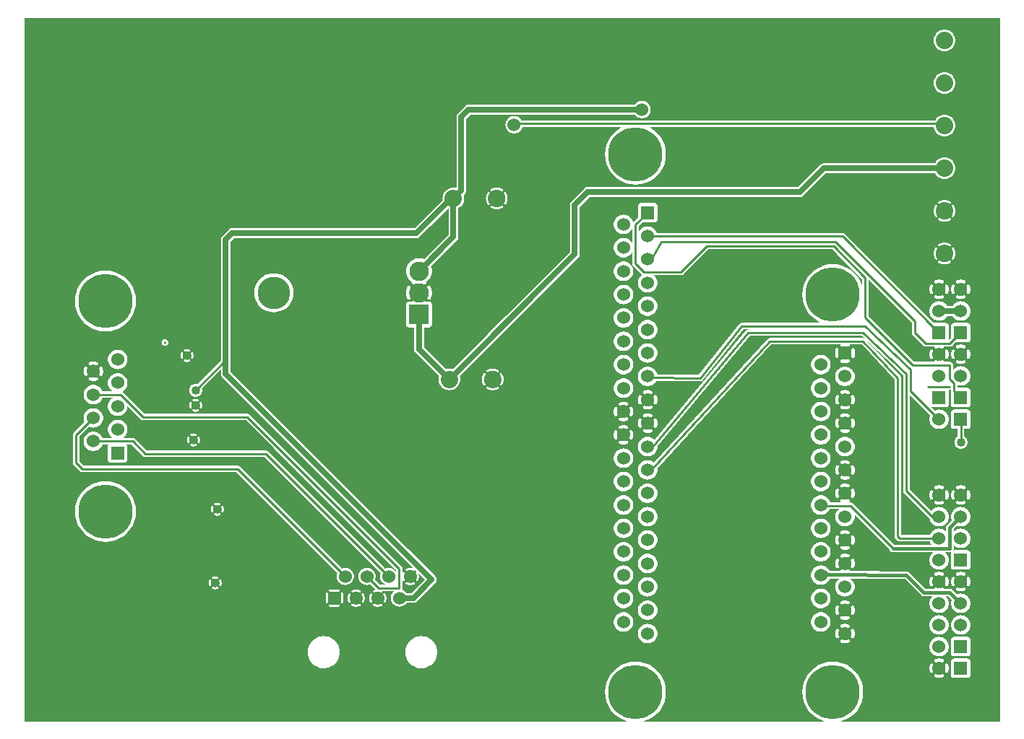
<source format=gbr>
G04 start of page 3 for group 1 idx 1 *
G04 Title: (unknown), solder *
G04 Creator: pcb 20110918 *
G04 CreationDate: Tue 12 Jun 2012 03:33:29 PM GMT UTC *
G04 For: ed *
G04 Format: Gerber/RS-274X *
G04 PCB-Dimensions: 450000 325000 *
G04 PCB-Coordinate-Origin: lower left *
%MOIN*%
%FSLAX25Y25*%
%LNBOTTOM*%
%ADD45C,0.1280*%
%ADD44C,0.0280*%
%ADD43C,0.0380*%
%ADD42C,0.1250*%
%ADD41C,0.1300*%
%ADD40C,0.0200*%
%ADD39C,0.0350*%
%ADD38C,0.0400*%
%ADD37C,0.0600*%
%ADD36C,0.2500*%
%ADD35C,0.1500*%
%ADD34C,0.0900*%
%ADD33C,0.0800*%
%ADD32C,0.0150*%
%ADD31C,0.0250*%
%ADD30C,0.0100*%
%ADD29C,0.0001*%
G54D29*G36*
X114986Y126363D02*X171400Y69949D01*
Y69107D01*
X171246Y69358D01*
X170837Y69837D01*
X170358Y70246D01*
X169822Y70575D01*
X169240Y70816D01*
X168628Y70963D01*
X168000Y71012D01*
X167372Y70963D01*
X166760Y70816D01*
X166439Y70683D01*
X114986Y122135D01*
Y126363D01*
G37*
G36*
X178002Y69997D02*X178136D01*
X178408Y69972D01*
X178676Y69923D01*
X178938Y69850D01*
X179193Y69753D01*
X179437Y69633D01*
X179509Y69600D01*
X179584Y69579D01*
X179663Y69571D01*
X179741Y69575D01*
X179818Y69591D01*
X179892Y69619D01*
X179960Y69658D01*
X180021Y69707D01*
X180074Y69766D01*
X180117Y69832D01*
X180149Y69904D01*
X180170Y69980D01*
X180178Y70058D01*
X180176Y70112D01*
X181109Y69179D01*
X181058Y69181D01*
X180979Y69173D01*
X180903Y69152D01*
X180830Y69120D01*
X180764Y69077D01*
X180705Y69024D01*
X180656Y68962D01*
X180616Y68893D01*
X180588Y68819D01*
X180572Y68742D01*
X180568Y68663D01*
X180576Y68584D01*
X180597Y68507D01*
X180630Y68436D01*
X180753Y68193D01*
X180850Y67938D01*
X180923Y67676D01*
X180972Y67408D01*
X180997Y67136D01*
Y66864D01*
X180972Y66592D01*
X180923Y66324D01*
X180850Y66062D01*
X180753Y65807D01*
X180633Y65563D01*
X180600Y65491D01*
X180579Y65416D01*
X180571Y65337D01*
X180575Y65259D01*
X180591Y65182D01*
X180619Y65108D01*
X180658Y65040D01*
X180707Y64979D01*
X180766Y64926D01*
X180832Y64883D01*
X180904Y64851D01*
X180980Y64830D01*
X181058Y64822D01*
X181136Y64826D01*
X181213Y64842D01*
X181287Y64870D01*
X181355Y64909D01*
X181416Y64958D01*
X181469Y65017D01*
X181511Y65083D01*
X181674Y65408D01*
X181803Y65748D01*
X181901Y66098D01*
X181967Y66456D01*
X182000Y66818D01*
Y67182D01*
X181967Y67544D01*
X181901Y67902D01*
X181803Y68252D01*
X181674Y68592D01*
X181653Y68635D01*
X184718Y65570D01*
X178398Y59250D01*
X178002D01*
Y63000D01*
X178182D01*
X178544Y63033D01*
X178902Y63099D01*
X179252Y63197D01*
X179592Y63326D01*
X179919Y63485D01*
X179985Y63528D01*
X180044Y63581D01*
X180094Y63643D01*
X180133Y63712D01*
X180161Y63786D01*
X180177Y63863D01*
X180181Y63942D01*
X180173Y64021D01*
X180152Y64097D01*
X180120Y64170D01*
X180077Y64236D01*
X180024Y64295D01*
X179962Y64344D01*
X179893Y64384D01*
X179819Y64412D01*
X179742Y64428D01*
X179663Y64432D01*
X179584Y64424D01*
X179507Y64403D01*
X179436Y64370D01*
X179193Y64247D01*
X178938Y64150D01*
X178676Y64077D01*
X178408Y64028D01*
X178136Y64003D01*
X178002D01*
Y69997D01*
G37*
G36*
Y72286D02*X179636Y70652D01*
X179592Y70674D01*
X179252Y70803D01*
X178902Y70901D01*
X178544Y70967D01*
X178182Y71000D01*
X178002D01*
Y72286D01*
G37*
G36*
X114986Y135302D02*X178002Y72286D01*
Y71000D01*
X177818D01*
X177456Y70967D01*
X177098Y70901D01*
X176748Y70803D01*
X176408Y70674D01*
X176081Y70515D01*
X176015Y70472D01*
X175956Y70419D01*
X175906Y70357D01*
X175867Y70288D01*
X175839Y70214D01*
X175823Y70137D01*
X175819Y70058D01*
X175827Y69979D01*
X175848Y69903D01*
X175880Y69830D01*
X175923Y69764D01*
X175976Y69705D01*
X176038Y69656D01*
X176107Y69616D01*
X176181Y69588D01*
X176258Y69572D01*
X176337Y69568D01*
X176416Y69576D01*
X176493Y69597D01*
X176564Y69630D01*
X176807Y69753D01*
X177062Y69850D01*
X177324Y69923D01*
X177592Y69972D01*
X177864Y69997D01*
X178002D01*
Y64003D01*
X177864D01*
X177592Y64028D01*
X177324Y64077D01*
X177062Y64150D01*
X176807Y64247D01*
X176563Y64367D01*
X176491Y64400D01*
X176415Y64421D01*
X176337Y64429D01*
X176259Y64425D01*
X176182Y64409D01*
X176108Y64381D01*
X176040Y64342D01*
X175979Y64293D01*
X175926Y64234D01*
X175883Y64168D01*
X175851Y64096D01*
X175830Y64020D01*
X175822Y63942D01*
X175826Y63864D01*
X175842Y63787D01*
X175870Y63713D01*
X175909Y63645D01*
X175958Y63584D01*
X176017Y63531D01*
X176083Y63489D01*
X176408Y63326D01*
X176748Y63197D01*
X177098Y63099D01*
X177456Y63033D01*
X177818Y63000D01*
X178002D01*
Y59250D01*
X176312D01*
X176246Y59358D01*
X175837Y59837D01*
X175358Y60246D01*
X174822Y60575D01*
X174241Y60816D01*
X174241Y60816D01*
X174331Y61034D01*
X174386Y61264D01*
X174400Y61499D01*
Y61511D01*
X174405Y61570D01*
X174400Y61629D01*
Y65256D01*
X174485Y65081D01*
X174528Y65015D01*
X174581Y64956D01*
X174643Y64906D01*
X174712Y64867D01*
X174786Y64839D01*
X174863Y64823D01*
X174942Y64819D01*
X175021Y64827D01*
X175097Y64848D01*
X175170Y64880D01*
X175236Y64923D01*
X175295Y64976D01*
X175344Y65038D01*
X175384Y65107D01*
X175412Y65181D01*
X175428Y65258D01*
X175432Y65337D01*
X175424Y65416D01*
X175403Y65493D01*
X175370Y65564D01*
X175247Y65807D01*
X175150Y66062D01*
X175077Y66324D01*
X175028Y66592D01*
X175003Y66864D01*
Y67136D01*
X175028Y67408D01*
X175077Y67676D01*
X175150Y67938D01*
X175247Y68193D01*
X175367Y68437D01*
X175400Y68509D01*
X175421Y68585D01*
X175429Y68663D01*
X175425Y68741D01*
X175409Y68818D01*
X175381Y68892D01*
X175342Y68960D01*
X175293Y69021D01*
X175234Y69074D01*
X175168Y69117D01*
X175096Y69149D01*
X175020Y69170D01*
X174942Y69178D01*
X174864Y69174D01*
X174787Y69158D01*
X174713Y69130D01*
X174645Y69091D01*
X174584Y69042D01*
X174531Y68983D01*
X174489Y68917D01*
X174400Y68739D01*
Y70511D01*
X174405Y70570D01*
X174386Y70805D01*
X174331Y71035D01*
X174241Y71253D01*
X174117Y71454D01*
X173964Y71634D01*
X173919Y71672D01*
X114986Y130605D01*
Y135302D01*
G37*
G36*
X435513Y325000D02*X450000D01*
Y0D01*
X435513D01*
Y20200D01*
X435583Y20229D01*
X435784Y20353D01*
X435964Y20506D01*
X436117Y20686D01*
X436241Y20887D01*
X436331Y21105D01*
X436386Y21335D01*
X436400Y21570D01*
X436386Y27805D01*
X436331Y28035D01*
X436241Y28253D01*
X436117Y28454D01*
X435964Y28634D01*
X435784Y28787D01*
X435583Y28911D01*
X435513Y28940D01*
Y30200D01*
X435583Y30229D01*
X435784Y30353D01*
X435964Y30506D01*
X436117Y30686D01*
X436241Y30887D01*
X436331Y31105D01*
X436386Y31335D01*
X436400Y31570D01*
X436386Y37805D01*
X436331Y38035D01*
X436241Y38253D01*
X436117Y38454D01*
X435964Y38634D01*
X435784Y38787D01*
X435583Y38911D01*
X435513Y38940D01*
Y41872D01*
X435552Y41917D01*
X435922Y42521D01*
X436193Y43175D01*
X436358Y43864D01*
X436400Y44570D01*
X436358Y45276D01*
X436193Y45965D01*
X435922Y46619D01*
X435552Y47223D01*
X435513Y47268D01*
Y51872D01*
X435552Y51917D01*
X435922Y52521D01*
X436193Y53175D01*
X436358Y53864D01*
X436400Y54570D01*
X436358Y55276D01*
X436193Y55965D01*
X435922Y56619D01*
X435552Y57223D01*
X435513Y57268D01*
Y62423D01*
X435556Y62430D01*
X435668Y62467D01*
X435773Y62522D01*
X435868Y62592D01*
X435951Y62676D01*
X436019Y62772D01*
X436070Y62878D01*
X436218Y63286D01*
X436322Y63707D01*
X436384Y64137D01*
X436405Y64570D01*
X436384Y65003D01*
X436322Y65433D01*
X436218Y65854D01*
X436075Y66264D01*
X436022Y66370D01*
X435953Y66466D01*
X435870Y66551D01*
X435775Y66621D01*
X435669Y66676D01*
X435557Y66713D01*
X435513Y66721D01*
Y70200D01*
X435583Y70229D01*
X435784Y70353D01*
X435964Y70506D01*
X436117Y70686D01*
X436241Y70887D01*
X436331Y71105D01*
X436386Y71335D01*
X436400Y71570D01*
X436386Y77805D01*
X436331Y78035D01*
X436241Y78253D01*
X436117Y78454D01*
X435964Y78634D01*
X435784Y78787D01*
X435583Y78911D01*
X435513Y78940D01*
Y81872D01*
X435552Y81917D01*
X435922Y82521D01*
X436193Y83175D01*
X436358Y83864D01*
X436400Y84570D01*
X436358Y85276D01*
X436193Y85965D01*
X435922Y86619D01*
X435552Y87223D01*
X435513Y87268D01*
Y91872D01*
X435552Y91917D01*
X435922Y92521D01*
X436193Y93175D01*
X436358Y93864D01*
X436400Y94570D01*
X436358Y95276D01*
X436193Y95965D01*
X435922Y96619D01*
X435552Y97223D01*
X435513Y97268D01*
Y102423D01*
X435556Y102430D01*
X435668Y102467D01*
X435773Y102522D01*
X435868Y102592D01*
X435951Y102676D01*
X436019Y102772D01*
X436070Y102878D01*
X436218Y103286D01*
X436322Y103707D01*
X436384Y104137D01*
X436405Y104570D01*
X436384Y105003D01*
X436322Y105433D01*
X436218Y105854D01*
X436075Y106264D01*
X436022Y106370D01*
X435953Y106466D01*
X435870Y106551D01*
X435775Y106621D01*
X435669Y106676D01*
X435557Y106713D01*
X435513Y106721D01*
Y135200D01*
X435583Y135229D01*
X435784Y135353D01*
X435964Y135506D01*
X436117Y135686D01*
X436241Y135887D01*
X436331Y136105D01*
X436386Y136335D01*
X436400Y136570D01*
X436386Y142805D01*
X436331Y143035D01*
X436241Y143253D01*
X436117Y143454D01*
X435964Y143634D01*
X435784Y143787D01*
X435583Y143911D01*
X435513Y143940D01*
Y145200D01*
X435583Y145229D01*
X435784Y145353D01*
X435964Y145506D01*
X436117Y145686D01*
X436241Y145887D01*
X436331Y146105D01*
X436386Y146335D01*
X436400Y146570D01*
X436386Y152805D01*
X436331Y153035D01*
X436241Y153253D01*
X436117Y153454D01*
X435964Y153634D01*
X435784Y153787D01*
X435583Y153911D01*
X435513Y153940D01*
Y156872D01*
X435552Y156917D01*
X435922Y157521D01*
X436193Y158175D01*
X436358Y158864D01*
X436400Y159570D01*
X436358Y160276D01*
X436193Y160965D01*
X435922Y161619D01*
X435552Y162223D01*
X435513Y162268D01*
Y167423D01*
X435556Y167430D01*
X435668Y167467D01*
X435773Y167522D01*
X435868Y167592D01*
X435951Y167676D01*
X436019Y167772D01*
X436070Y167878D01*
X436218Y168286D01*
X436322Y168707D01*
X436384Y169137D01*
X436405Y169570D01*
X436384Y170003D01*
X436322Y170433D01*
X436218Y170854D01*
X436075Y171264D01*
X436022Y171370D01*
X435953Y171466D01*
X435870Y171551D01*
X435775Y171621D01*
X435669Y171676D01*
X435557Y171713D01*
X435513Y171721D01*
Y175200D01*
X435583Y175229D01*
X435784Y175353D01*
X435964Y175506D01*
X436117Y175686D01*
X436241Y175887D01*
X436331Y176105D01*
X436386Y176335D01*
X436400Y176570D01*
X436386Y182805D01*
X436331Y183035D01*
X436241Y183253D01*
X436117Y183454D01*
X435964Y183634D01*
X435784Y183787D01*
X435583Y183911D01*
X435513Y183940D01*
Y186872D01*
X435552Y186917D01*
X435922Y187521D01*
X436193Y188175D01*
X436358Y188864D01*
X436400Y189570D01*
X436358Y190276D01*
X436193Y190965D01*
X435922Y191619D01*
X435552Y192223D01*
X435513Y192268D01*
Y197423D01*
X435556Y197430D01*
X435668Y197467D01*
X435773Y197522D01*
X435868Y197592D01*
X435951Y197676D01*
X436019Y197772D01*
X436070Y197878D01*
X436218Y198286D01*
X436322Y198707D01*
X436384Y199137D01*
X436405Y199570D01*
X436384Y200003D01*
X436322Y200433D01*
X436218Y200854D01*
X436075Y201264D01*
X436022Y201370D01*
X435953Y201466D01*
X435870Y201551D01*
X435775Y201621D01*
X435669Y201676D01*
X435557Y201713D01*
X435513Y201721D01*
Y325000D01*
G37*
G36*
Y183940D02*X435365Y184001D01*
X435135Y184056D01*
X434900Y184070D01*
X431900Y184063D01*
Y185056D01*
X432606Y185112D01*
X433295Y185277D01*
X433949Y185548D01*
X434553Y185918D01*
X435092Y186378D01*
X435513Y186872D01*
Y183940D01*
G37*
G36*
Y162268D02*X435092Y162762D01*
X434553Y163222D01*
X433949Y163592D01*
X433295Y163863D01*
X432606Y164028D01*
X431900Y164084D01*
Y165065D01*
X432333Y165086D01*
X432763Y165148D01*
X433184Y165252D01*
X433594Y165395D01*
X433700Y165448D01*
X433796Y165517D01*
X433881Y165600D01*
X433951Y165695D01*
X434006Y165801D01*
X434043Y165913D01*
X434063Y166030D01*
X434064Y166149D01*
X434046Y166266D01*
X434010Y166379D01*
X433957Y166485D01*
X433888Y166582D01*
X433805Y166666D01*
X433709Y166737D01*
X433604Y166791D01*
X433492Y166829D01*
X433375Y166848D01*
X433256Y166849D01*
X433139Y166831D01*
X433026Y166793D01*
X432755Y166694D01*
X432475Y166626D01*
X432189Y166584D01*
X431900Y166570D01*
Y172570D01*
X432189Y172556D01*
X432475Y172514D01*
X432755Y172446D01*
X433028Y172350D01*
X433139Y172312D01*
X433256Y172295D01*
X433374Y172295D01*
X433491Y172315D01*
X433603Y172352D01*
X433707Y172406D01*
X433802Y172476D01*
X433885Y172561D01*
X433954Y172657D01*
X434007Y172762D01*
X434043Y172875D01*
X434060Y172991D01*
X434059Y173109D01*
X434040Y173226D01*
X434003Y173338D01*
X433948Y173443D01*
X433878Y173538D01*
X433794Y173621D01*
X433698Y173689D01*
X433592Y173740D01*
X433184Y173888D01*
X432763Y173992D01*
X432333Y174054D01*
X431900Y174075D01*
Y175077D01*
X435135Y175084D01*
X435365Y175139D01*
X435513Y175200D01*
Y171721D01*
X435440Y171733D01*
X435321Y171734D01*
X435204Y171716D01*
X435091Y171680D01*
X434985Y171627D01*
X434888Y171558D01*
X434804Y171475D01*
X434733Y171379D01*
X434679Y171274D01*
X434641Y171162D01*
X434622Y171045D01*
X434621Y170926D01*
X434639Y170809D01*
X434677Y170696D01*
X434776Y170425D01*
X434844Y170145D01*
X434886Y169859D01*
X434900Y169570D01*
X434886Y169281D01*
X434844Y168995D01*
X434776Y168715D01*
X434680Y168442D01*
X434642Y168331D01*
X434625Y168214D01*
X434625Y168096D01*
X434645Y167979D01*
X434682Y167867D01*
X434736Y167763D01*
X434806Y167668D01*
X434891Y167585D01*
X434987Y167516D01*
X435092Y167463D01*
X435205Y167427D01*
X435321Y167410D01*
X435439Y167411D01*
X435513Y167423D01*
Y162268D01*
G37*
G36*
Y153940D02*X435365Y154001D01*
X435135Y154056D01*
X434900Y154070D01*
X431900Y154063D01*
Y155056D01*
X432606Y155112D01*
X433295Y155277D01*
X433949Y155548D01*
X434553Y155918D01*
X435092Y156378D01*
X435513Y156872D01*
Y153940D01*
G37*
G36*
Y143940D02*X435365Y144001D01*
X435135Y144056D01*
X434900Y144070D01*
X431900Y144063D01*
Y145077D01*
X435135Y145084D01*
X435365Y145139D01*
X435513Y145200D01*
Y143940D01*
G37*
G36*
Y97268D02*X435092Y97762D01*
X434553Y98222D01*
X433949Y98592D01*
X433295Y98863D01*
X432606Y99028D01*
X431900Y99084D01*
Y100065D01*
X432333Y100086D01*
X432763Y100148D01*
X433184Y100252D01*
X433594Y100395D01*
X433700Y100448D01*
X433796Y100517D01*
X433881Y100600D01*
X433951Y100695D01*
X434006Y100801D01*
X434043Y100913D01*
X434063Y101030D01*
X434064Y101149D01*
X434046Y101266D01*
X434010Y101379D01*
X433957Y101485D01*
X433888Y101582D01*
X433805Y101666D01*
X433709Y101737D01*
X433604Y101791D01*
X433492Y101829D01*
X433375Y101848D01*
X433256Y101849D01*
X433139Y101831D01*
X433026Y101793D01*
X432755Y101694D01*
X432475Y101626D01*
X432189Y101584D01*
X431900Y101570D01*
Y107570D01*
X432189Y107556D01*
X432475Y107514D01*
X432755Y107446D01*
X433028Y107350D01*
X433139Y107312D01*
X433256Y107295D01*
X433374Y107295D01*
X433491Y107315D01*
X433603Y107352D01*
X433707Y107406D01*
X433802Y107476D01*
X433885Y107561D01*
X433954Y107657D01*
X434007Y107762D01*
X434043Y107875D01*
X434060Y107991D01*
X434059Y108109D01*
X434040Y108226D01*
X434003Y108338D01*
X433948Y108443D01*
X433878Y108538D01*
X433794Y108621D01*
X433698Y108689D01*
X433592Y108740D01*
X433184Y108888D01*
X432763Y108992D01*
X432333Y109054D01*
X431900Y109075D01*
Y125999D01*
X432000Y125991D01*
X432471Y126028D01*
X432930Y126138D01*
X433366Y126319D01*
X433769Y126565D01*
X434128Y126872D01*
X434435Y127231D01*
X434681Y127634D01*
X434862Y128070D01*
X434972Y128529D01*
X435000Y129000D01*
X434972Y129471D01*
X434862Y129930D01*
X434681Y130366D01*
X434435Y130769D01*
X434128Y131128D01*
X433769Y131435D01*
X433500Y131599D01*
Y135080D01*
X435135Y135084D01*
X435365Y135139D01*
X435513Y135200D01*
Y106721D01*
X435440Y106733D01*
X435321Y106734D01*
X435204Y106716D01*
X435091Y106680D01*
X434985Y106627D01*
X434888Y106558D01*
X434804Y106475D01*
X434733Y106379D01*
X434679Y106274D01*
X434641Y106162D01*
X434622Y106045D01*
X434621Y105926D01*
X434639Y105809D01*
X434677Y105696D01*
X434776Y105425D01*
X434844Y105145D01*
X434886Y104859D01*
X434900Y104570D01*
X434886Y104281D01*
X434844Y103995D01*
X434776Y103715D01*
X434680Y103442D01*
X434642Y103331D01*
X434625Y103214D01*
X434625Y103096D01*
X434645Y102979D01*
X434682Y102867D01*
X434736Y102763D01*
X434806Y102668D01*
X434891Y102585D01*
X434987Y102516D01*
X435092Y102463D01*
X435205Y102427D01*
X435321Y102410D01*
X435439Y102411D01*
X435513Y102423D01*
Y97268D01*
G37*
G36*
Y87268D02*X435092Y87762D01*
X434553Y88222D01*
X433949Y88592D01*
X433295Y88863D01*
X432606Y89028D01*
X431900Y89084D01*
Y90056D01*
X432606Y90112D01*
X433295Y90277D01*
X433949Y90548D01*
X434553Y90918D01*
X435092Y91378D01*
X435513Y91872D01*
Y87268D01*
G37*
G36*
Y78940D02*X435365Y79001D01*
X435135Y79056D01*
X434900Y79070D01*
X431900Y79063D01*
Y80056D01*
X432606Y80112D01*
X433295Y80277D01*
X433949Y80548D01*
X434553Y80918D01*
X435092Y81378D01*
X435513Y81872D01*
Y78940D01*
G37*
G36*
Y57268D02*X435092Y57762D01*
X434553Y58222D01*
X433949Y58592D01*
X433295Y58863D01*
X432606Y59028D01*
X431900Y59084D01*
Y60065D01*
X432333Y60086D01*
X432763Y60148D01*
X433184Y60252D01*
X433594Y60395D01*
X433700Y60448D01*
X433796Y60517D01*
X433881Y60600D01*
X433951Y60695D01*
X434006Y60801D01*
X434043Y60913D01*
X434063Y61030D01*
X434064Y61149D01*
X434046Y61266D01*
X434010Y61379D01*
X433957Y61485D01*
X433888Y61582D01*
X433805Y61666D01*
X433709Y61737D01*
X433604Y61791D01*
X433492Y61829D01*
X433375Y61848D01*
X433256Y61849D01*
X433139Y61831D01*
X433026Y61793D01*
X432755Y61694D01*
X432475Y61626D01*
X432189Y61584D01*
X431900Y61570D01*
Y67570D01*
X432189Y67556D01*
X432475Y67514D01*
X432755Y67446D01*
X433028Y67350D01*
X433139Y67312D01*
X433256Y67295D01*
X433374Y67295D01*
X433491Y67315D01*
X433603Y67352D01*
X433707Y67406D01*
X433802Y67476D01*
X433885Y67561D01*
X433954Y67657D01*
X434007Y67762D01*
X434043Y67875D01*
X434060Y67991D01*
X434059Y68109D01*
X434040Y68226D01*
X434003Y68338D01*
X433948Y68443D01*
X433878Y68538D01*
X433794Y68621D01*
X433698Y68689D01*
X433592Y68740D01*
X433184Y68888D01*
X432763Y68992D01*
X432333Y69054D01*
X431900Y69075D01*
Y70077D01*
X435135Y70084D01*
X435365Y70139D01*
X435513Y70200D01*
Y66721D01*
X435440Y66733D01*
X435321Y66734D01*
X435204Y66716D01*
X435091Y66680D01*
X434985Y66627D01*
X434888Y66558D01*
X434804Y66475D01*
X434733Y66379D01*
X434679Y66274D01*
X434641Y66162D01*
X434622Y66045D01*
X434621Y65926D01*
X434639Y65809D01*
X434677Y65696D01*
X434776Y65425D01*
X434844Y65145D01*
X434886Y64859D01*
X434900Y64570D01*
X434886Y64281D01*
X434844Y63995D01*
X434776Y63715D01*
X434680Y63442D01*
X434642Y63331D01*
X434625Y63214D01*
X434625Y63096D01*
X434645Y62979D01*
X434682Y62867D01*
X434736Y62763D01*
X434806Y62668D01*
X434891Y62585D01*
X434987Y62516D01*
X435092Y62463D01*
X435205Y62427D01*
X435321Y62410D01*
X435439Y62411D01*
X435513Y62423D01*
Y57268D01*
G37*
G36*
Y47268D02*X435092Y47762D01*
X434553Y48222D01*
X433949Y48592D01*
X433295Y48863D01*
X432606Y49028D01*
X431900Y49084D01*
Y50056D01*
X432606Y50112D01*
X433295Y50277D01*
X433949Y50548D01*
X434553Y50918D01*
X435092Y51378D01*
X435513Y51872D01*
Y47268D01*
G37*
G36*
Y38940D02*X435365Y39001D01*
X435135Y39056D01*
X434900Y39070D01*
X431900Y39063D01*
Y40056D01*
X432606Y40112D01*
X433295Y40277D01*
X433949Y40548D01*
X434553Y40918D01*
X435092Y41378D01*
X435513Y41872D01*
Y38940D01*
G37*
G36*
Y28940D02*X435365Y29001D01*
X435135Y29056D01*
X434900Y29070D01*
X431900Y29063D01*
Y30077D01*
X435135Y30084D01*
X435365Y30139D01*
X435513Y30200D01*
Y28940D01*
G37*
G36*
Y0D02*X431900D01*
Y20077D01*
X435135Y20084D01*
X435365Y20139D01*
X435513Y20200D01*
Y0D01*
G37*
G36*
X431900Y325000D02*X435513D01*
Y201721D01*
X435440Y201733D01*
X435321Y201734D01*
X435204Y201716D01*
X435091Y201680D01*
X434985Y201627D01*
X434888Y201558D01*
X434804Y201475D01*
X434733Y201379D01*
X434679Y201274D01*
X434641Y201162D01*
X434622Y201045D01*
X434621Y200926D01*
X434639Y200809D01*
X434677Y200696D01*
X434776Y200425D01*
X434844Y200145D01*
X434886Y199859D01*
X434900Y199570D01*
X434886Y199281D01*
X434844Y198995D01*
X434776Y198715D01*
X434680Y198442D01*
X434642Y198331D01*
X434625Y198214D01*
X434625Y198096D01*
X434645Y197979D01*
X434682Y197867D01*
X434736Y197763D01*
X434806Y197668D01*
X434891Y197585D01*
X434987Y197516D01*
X435092Y197463D01*
X435205Y197427D01*
X435321Y197410D01*
X435439Y197411D01*
X435513Y197423D01*
Y192268D01*
X435092Y192762D01*
X434553Y193222D01*
X433949Y193592D01*
X433295Y193863D01*
X432606Y194028D01*
X431900Y194084D01*
Y195065D01*
X432333Y195086D01*
X432763Y195148D01*
X433184Y195252D01*
X433594Y195395D01*
X433700Y195448D01*
X433796Y195517D01*
X433881Y195600D01*
X433951Y195695D01*
X434006Y195801D01*
X434043Y195913D01*
X434063Y196030D01*
X434064Y196149D01*
X434046Y196266D01*
X434010Y196379D01*
X433957Y196485D01*
X433888Y196582D01*
X433805Y196666D01*
X433709Y196737D01*
X433604Y196791D01*
X433492Y196829D01*
X433375Y196848D01*
X433256Y196849D01*
X433139Y196831D01*
X433026Y196793D01*
X432755Y196694D01*
X432475Y196626D01*
X432189Y196584D01*
X431900Y196570D01*
Y202570D01*
X432189Y202556D01*
X432475Y202514D01*
X432755Y202446D01*
X433028Y202350D01*
X433139Y202312D01*
X433256Y202295D01*
X433374Y202295D01*
X433491Y202315D01*
X433603Y202352D01*
X433707Y202406D01*
X433802Y202476D01*
X433885Y202561D01*
X433954Y202657D01*
X434007Y202762D01*
X434043Y202875D01*
X434060Y202991D01*
X434059Y203109D01*
X434040Y203226D01*
X434003Y203338D01*
X433948Y203443D01*
X433878Y203538D01*
X433794Y203621D01*
X433698Y203689D01*
X433592Y203740D01*
X433184Y203888D01*
X432763Y203992D01*
X432333Y204054D01*
X431900Y204075D01*
Y325000D01*
G37*
G36*
Y164084D02*X431194Y164028D01*
X430505Y163863D01*
X429851Y163592D01*
X429247Y163222D01*
X428708Y162762D01*
X428400Y162401D01*
Y164511D01*
X428405Y164570D01*
X428386Y164805D01*
X428331Y165035D01*
X428287Y165141D01*
Y167419D01*
X428360Y167407D01*
X428479Y167406D01*
X428596Y167424D01*
X428709Y167460D01*
X428815Y167513D01*
X428912Y167582D01*
X428996Y167665D01*
X429067Y167761D01*
X429121Y167866D01*
X429159Y167978D01*
X429178Y168095D01*
X429179Y168214D01*
X429161Y168331D01*
X429123Y168444D01*
X429024Y168715D01*
X428956Y168995D01*
X428914Y169281D01*
X428900Y169570D01*
X428914Y169859D01*
X428956Y170145D01*
X429024Y170425D01*
X429120Y170698D01*
X429158Y170809D01*
X429175Y170926D01*
X429175Y171044D01*
X429155Y171161D01*
X429118Y171273D01*
X429064Y171377D01*
X428994Y171472D01*
X428909Y171555D01*
X428813Y171624D01*
X428708Y171677D01*
X428595Y171713D01*
X428479Y171730D01*
X428361Y171729D01*
X428287Y171717D01*
Y173836D01*
X429523Y175071D01*
X431900Y175077D01*
Y174075D01*
X431467Y174054D01*
X431037Y173992D01*
X430616Y173888D01*
X430206Y173745D01*
X430100Y173692D01*
X430004Y173623D01*
X429919Y173540D01*
X429849Y173445D01*
X429794Y173339D01*
X429757Y173227D01*
X429737Y173110D01*
X429736Y172991D01*
X429754Y172874D01*
X429790Y172761D01*
X429843Y172655D01*
X429912Y172558D01*
X429995Y172474D01*
X430091Y172403D01*
X430196Y172349D01*
X430308Y172311D01*
X430425Y172292D01*
X430544Y172291D01*
X430661Y172309D01*
X430774Y172347D01*
X431045Y172446D01*
X431325Y172514D01*
X431611Y172556D01*
X431900Y172570D01*
Y166570D01*
X431611Y166584D01*
X431325Y166626D01*
X431045Y166694D01*
X430772Y166790D01*
X430661Y166828D01*
X430544Y166845D01*
X430426Y166845D01*
X430309Y166825D01*
X430197Y166788D01*
X430093Y166734D01*
X429998Y166664D01*
X429915Y166579D01*
X429846Y166483D01*
X429793Y166378D01*
X429757Y166265D01*
X429740Y166149D01*
X429741Y166031D01*
X429760Y165914D01*
X429797Y165802D01*
X429852Y165697D01*
X429922Y165602D01*
X430006Y165519D01*
X430102Y165451D01*
X430208Y165400D01*
X430616Y165252D01*
X431037Y165148D01*
X431467Y165086D01*
X431900Y165065D01*
X431900D01*
Y164084D01*
G37*
G36*
X428287Y165141D02*X428241Y165253D01*
X428117Y165454D01*
X427964Y165634D01*
X427784Y165787D01*
X427583Y165911D01*
X427365Y166001D01*
X427135Y166056D01*
X426900Y166075D01*
X426841Y166070D01*
X425513D01*
Y167423D01*
X425556Y167430D01*
X425668Y167467D01*
X425773Y167522D01*
X425868Y167592D01*
X425951Y167676D01*
X426019Y167772D01*
X426070Y167878D01*
X426218Y168286D01*
X426322Y168707D01*
X426384Y169137D01*
X426405Y169570D01*
X426384Y170003D01*
X426322Y170433D01*
X426218Y170854D01*
X426075Y171264D01*
X426022Y171370D01*
X425953Y171466D01*
X425870Y171551D01*
X425775Y171621D01*
X425669Y171676D01*
X425557Y171713D01*
X425513Y171721D01*
Y173070D01*
X426841D01*
X426900Y173065D01*
X427135Y173084D01*
X427135Y173084D01*
X427365Y173139D01*
X427583Y173229D01*
X427784Y173353D01*
X427964Y173506D01*
X428002Y173551D01*
X428287Y173836D01*
Y171717D01*
X428244Y171710D01*
X428132Y171673D01*
X428027Y171618D01*
X427932Y171548D01*
X427849Y171464D01*
X427781Y171368D01*
X427730Y171262D01*
X427582Y170854D01*
X427478Y170433D01*
X427416Y170003D01*
X427395Y169570D01*
X427416Y169137D01*
X427478Y168707D01*
X427582Y168286D01*
X427725Y167876D01*
X427778Y167770D01*
X427847Y167674D01*
X427930Y167589D01*
X428025Y167519D01*
X428131Y167464D01*
X428243Y167427D01*
X428287Y167419D01*
Y165141D01*
G37*
G36*
X425513Y166070D02*X424063D01*
X424064Y166149D01*
X424046Y166266D01*
X424010Y166379D01*
X423957Y166485D01*
X423888Y166582D01*
X423805Y166666D01*
X423709Y166737D01*
X423604Y166791D01*
X423492Y166829D01*
X423375Y166848D01*
X423256Y166849D01*
X423139Y166831D01*
X423026Y166793D01*
X422755Y166694D01*
X422475Y166626D01*
X422189Y166584D01*
X421900Y166570D01*
X421611Y166584D01*
X421325Y166626D01*
X421045Y166694D01*
X420772Y166790D01*
X420661Y166828D01*
X420544Y166845D01*
X420426Y166845D01*
X420309Y166825D01*
X420197Y166788D01*
X420093Y166734D01*
X419998Y166664D01*
X419915Y166579D01*
X419846Y166483D01*
X419793Y166378D01*
X419757Y166265D01*
X419740Y166149D01*
X419740Y166070D01*
X418287D01*
Y167419D01*
X418360Y167407D01*
X418479Y167406D01*
X418596Y167424D01*
X418709Y167460D01*
X418815Y167513D01*
X418912Y167582D01*
X418996Y167665D01*
X419067Y167761D01*
X419121Y167866D01*
X419159Y167978D01*
X419178Y168095D01*
X419179Y168214D01*
X419161Y168331D01*
X419123Y168444D01*
X419024Y168715D01*
X418956Y168995D01*
X418914Y169281D01*
X418900Y169570D01*
X418914Y169859D01*
X418956Y170145D01*
X419024Y170425D01*
X419120Y170698D01*
X419158Y170809D01*
X419175Y170926D01*
X419175Y171044D01*
X419155Y171161D01*
X419118Y171273D01*
X419064Y171377D01*
X418994Y171472D01*
X418909Y171555D01*
X418813Y171624D01*
X418708Y171677D01*
X418595Y171713D01*
X418479Y171730D01*
X418361Y171729D01*
X418287Y171717D01*
Y173070D01*
X419737D01*
X419736Y172991D01*
X419754Y172874D01*
X419790Y172761D01*
X419843Y172655D01*
X419912Y172558D01*
X419995Y172474D01*
X420091Y172403D01*
X420196Y172349D01*
X420308Y172311D01*
X420425Y172292D01*
X420544Y172291D01*
X420661Y172309D01*
X420774Y172347D01*
X421045Y172446D01*
X421325Y172514D01*
X421611Y172556D01*
X421900Y172570D01*
X422189Y172556D01*
X422475Y172514D01*
X422755Y172446D01*
X423028Y172350D01*
X423139Y172312D01*
X423256Y172295D01*
X423374Y172295D01*
X423491Y172315D01*
X423603Y172352D01*
X423707Y172406D01*
X423802Y172476D01*
X423885Y172561D01*
X423954Y172657D01*
X424007Y172762D01*
X424043Y172875D01*
X424060Y172991D01*
X424060Y173070D01*
X425513D01*
Y171721D01*
X425440Y171733D01*
X425321Y171734D01*
X425204Y171716D01*
X425091Y171680D01*
X424985Y171627D01*
X424888Y171558D01*
X424804Y171475D01*
X424733Y171379D01*
X424679Y171274D01*
X424641Y171162D01*
X424622Y171045D01*
X424621Y170926D01*
X424639Y170809D01*
X424677Y170696D01*
X424776Y170425D01*
X424844Y170145D01*
X424886Y169859D01*
X424900Y169570D01*
X424886Y169281D01*
X424844Y168995D01*
X424776Y168715D01*
X424680Y168442D01*
X424642Y168331D01*
X424625Y168214D01*
X424625Y168096D01*
X424645Y167979D01*
X424682Y167867D01*
X424736Y167763D01*
X424806Y167668D01*
X424891Y167585D01*
X424987Y167516D01*
X425092Y167463D01*
X425205Y167427D01*
X425321Y167410D01*
X425439Y167411D01*
X425513Y167423D01*
Y166070D01*
G37*
G36*
X418287D02*X410349D01*
X389400Y187019D01*
Y204121D01*
X409400Y184121D01*
Y179629D01*
X409395Y179570D01*
X409414Y179335D01*
X409469Y179105D01*
X409559Y178887D01*
X409683Y178686D01*
X409836Y178506D01*
X409881Y178468D01*
X414798Y173551D01*
X414836Y173506D01*
X415016Y173353D01*
X415217Y173229D01*
X415435Y173139D01*
X415665Y173084D01*
X415900Y173065D01*
X415959Y173070D01*
X418287D01*
Y171717D01*
X418244Y171710D01*
X418132Y171673D01*
X418027Y171618D01*
X417932Y171548D01*
X417849Y171464D01*
X417781Y171368D01*
X417730Y171262D01*
X417582Y170854D01*
X417478Y170433D01*
X417416Y170003D01*
X417395Y169570D01*
X417416Y169137D01*
X417478Y168707D01*
X417582Y168286D01*
X417725Y167876D01*
X417778Y167770D01*
X417847Y167674D01*
X417930Y167589D01*
X418025Y167519D01*
X418131Y167464D01*
X418243Y167427D01*
X418287Y167419D01*
Y166070D01*
G37*
G36*
X431900Y154063D02*X430400Y154060D01*
Y155321D01*
X430505Y155277D01*
X431194Y155112D01*
X431900Y155056D01*
Y154063D01*
G37*
G36*
Y89084D02*X431194Y89028D01*
X430505Y88863D01*
X429851Y88592D01*
X429247Y88222D01*
X428708Y87762D01*
X428650Y87694D01*
Y88845D01*
X430206Y90401D01*
X430505Y90277D01*
X431194Y90112D01*
X431900Y90056D01*
Y89084D01*
G37*
G36*
Y79063D02*X428665Y79056D01*
X428453Y79005D01*
X428464Y79023D01*
X428569Y79278D01*
X428634Y79545D01*
X428655Y79820D01*
X428650Y79889D01*
Y81446D01*
X428708Y81378D01*
X429247Y80918D01*
X429851Y80548D01*
X430505Y80277D01*
X431194Y80112D01*
X431900Y80056D01*
Y79063D01*
G37*
G36*
X428287Y135200D02*X428435Y135139D01*
X428665Y135084D01*
X428900Y135070D01*
X430395Y135073D01*
Y135073D01*
X430500Y135074D01*
Y131599D01*
X430231Y131435D01*
X429872Y131128D01*
X429565Y130769D01*
X429319Y130366D01*
X429138Y129930D01*
X429028Y129471D01*
X428991Y129000D01*
X429028Y128529D01*
X429138Y128070D01*
X429319Y127634D01*
X429565Y127231D01*
X429872Y126872D01*
X430231Y126565D01*
X430634Y126319D01*
X431070Y126138D01*
X431529Y126028D01*
X431900Y125999D01*
Y109075D01*
X431467Y109054D01*
X431037Y108992D01*
X430616Y108888D01*
X430206Y108745D01*
X430100Y108692D01*
X430004Y108623D01*
X429919Y108540D01*
X429849Y108445D01*
X429794Y108339D01*
X429757Y108227D01*
X429737Y108110D01*
X429736Y107991D01*
X429754Y107874D01*
X429790Y107761D01*
X429843Y107655D01*
X429912Y107558D01*
X429995Y107474D01*
X430091Y107403D01*
X430196Y107349D01*
X430308Y107311D01*
X430425Y107292D01*
X430544Y107291D01*
X430661Y107309D01*
X430774Y107347D01*
X431045Y107446D01*
X431325Y107514D01*
X431611Y107556D01*
X431900Y107570D01*
Y101570D01*
X431611Y101584D01*
X431325Y101626D01*
X431045Y101694D01*
X430772Y101790D01*
X430661Y101828D01*
X430544Y101845D01*
X430426Y101845D01*
X430309Y101825D01*
X430197Y101788D01*
X430093Y101734D01*
X429998Y101664D01*
X429915Y101579D01*
X429846Y101483D01*
X429793Y101378D01*
X429757Y101265D01*
X429740Y101149D01*
X429741Y101031D01*
X429760Y100914D01*
X429797Y100802D01*
X429852Y100697D01*
X429922Y100602D01*
X430006Y100519D01*
X430102Y100451D01*
X430208Y100400D01*
X430616Y100252D01*
X431037Y100148D01*
X431467Y100086D01*
X431900Y100065D01*
X431900D01*
Y99084D01*
X431194Y99028D01*
X430505Y98863D01*
X429851Y98592D01*
X429247Y98222D01*
X428708Y97762D01*
X428287Y97268D01*
Y102419D01*
X428360Y102407D01*
X428479Y102406D01*
X428596Y102424D01*
X428709Y102460D01*
X428815Y102513D01*
X428912Y102582D01*
X428996Y102665D01*
X429067Y102761D01*
X429121Y102866D01*
X429159Y102978D01*
X429178Y103095D01*
X429179Y103214D01*
X429161Y103331D01*
X429123Y103444D01*
X429024Y103715D01*
X428956Y103995D01*
X428914Y104281D01*
X428900Y104570D01*
X428914Y104859D01*
X428956Y105145D01*
X429024Y105425D01*
X429120Y105698D01*
X429158Y105809D01*
X429175Y105926D01*
X429175Y106044D01*
X429155Y106161D01*
X429118Y106273D01*
X429064Y106377D01*
X428994Y106472D01*
X428909Y106555D01*
X428813Y106624D01*
X428708Y106677D01*
X428595Y106713D01*
X428479Y106730D01*
X428361Y106729D01*
X428287Y106717D01*
Y135200D01*
G37*
G36*
X431900Y144063D02*X428665Y144056D01*
X428435Y144001D01*
X428287Y143940D01*
Y145200D01*
X428435Y145139D01*
X428665Y145084D01*
X428900Y145070D01*
X431900Y145077D01*
Y144063D01*
G37*
G36*
X428287Y143940D02*X428217Y143911D01*
X428016Y143787D01*
X427836Y143634D01*
X427683Y143454D01*
X427559Y143253D01*
X427469Y143035D01*
X427414Y142805D01*
X427400Y142570D01*
X427414Y136335D01*
X427469Y136105D01*
X427559Y135887D01*
X427683Y135686D01*
X427836Y135506D01*
X428016Y135353D01*
X428217Y135229D01*
X428287Y135200D01*
Y106717D01*
X428244Y106710D01*
X428132Y106673D01*
X428027Y106618D01*
X427932Y106548D01*
X427849Y106464D01*
X427781Y106368D01*
X427730Y106262D01*
X427582Y105854D01*
X427478Y105433D01*
X427416Y105003D01*
X427395Y104570D01*
X427416Y104137D01*
X427478Y103707D01*
X427582Y103286D01*
X427725Y102876D01*
X427778Y102770D01*
X427847Y102674D01*
X427930Y102589D01*
X428025Y102519D01*
X428131Y102464D01*
X428243Y102427D01*
X428287Y102419D01*
Y97268D01*
X428248Y97223D01*
X427878Y96619D01*
X427607Y95965D01*
X427442Y95276D01*
X427386Y94570D01*
X427442Y93864D01*
X427607Y93175D01*
X427731Y92876D01*
X425711Y90856D01*
X425659Y90811D01*
X425513Y90641D01*
Y91872D01*
X425552Y91917D01*
X425922Y92521D01*
X426193Y93175D01*
X426358Y93864D01*
X426400Y94570D01*
X426358Y95276D01*
X426193Y95965D01*
X425922Y96619D01*
X425552Y97223D01*
X425513Y97268D01*
Y102423D01*
X425556Y102430D01*
X425668Y102467D01*
X425773Y102522D01*
X425868Y102592D01*
X425951Y102676D01*
X426019Y102772D01*
X426070Y102878D01*
X426218Y103286D01*
X426322Y103707D01*
X426384Y104137D01*
X426405Y104570D01*
X426384Y105003D01*
X426322Y105433D01*
X426218Y105854D01*
X426075Y106264D01*
X426022Y106370D01*
X425953Y106466D01*
X425870Y106551D01*
X425775Y106621D01*
X425669Y106676D01*
X425557Y106713D01*
X425513Y106721D01*
Y136872D01*
X425552Y136917D01*
X425922Y137521D01*
X426193Y138175D01*
X426358Y138864D01*
X426400Y139570D01*
X426358Y140276D01*
X426193Y140965D01*
X425922Y141619D01*
X425552Y142223D01*
X425513Y142268D01*
Y145200D01*
X425583Y145229D01*
X425784Y145353D01*
X425964Y145506D01*
X426117Y145686D01*
X426241Y145887D01*
X426331Y146105D01*
X426386Y146335D01*
X426400Y146570D01*
X426386Y152805D01*
X426331Y153035D01*
X426316Y153070D01*
X426900D01*
X427135Y153084D01*
X427365Y153139D01*
X427400Y153154D01*
Y152629D01*
X427395Y152570D01*
X427400Y152510D01*
X427414Y146335D01*
X427469Y146105D01*
X427559Y145887D01*
X427683Y145686D01*
X427836Y145506D01*
X428016Y145353D01*
X428217Y145229D01*
X428287Y145200D01*
Y143940D01*
G37*
G36*
X425513Y142268D02*X425092Y142762D01*
X424553Y143222D01*
X423949Y143592D01*
X423295Y143863D01*
X422606Y144028D01*
X421902Y144084D01*
Y145077D01*
X425135Y145084D01*
X425365Y145139D01*
X425513Y145200D01*
Y142268D01*
G37*
G36*
Y97268D02*X425092Y97762D01*
X424553Y98222D01*
X423949Y98592D01*
X423295Y98863D01*
X422606Y99028D01*
X421902Y99084D01*
Y100065D01*
X422333Y100086D01*
X422763Y100148D01*
X423184Y100252D01*
X423594Y100395D01*
X423700Y100448D01*
X423796Y100517D01*
X423881Y100600D01*
X423951Y100695D01*
X424006Y100801D01*
X424043Y100913D01*
X424063Y101030D01*
X424064Y101149D01*
X424046Y101266D01*
X424010Y101379D01*
X423957Y101485D01*
X423888Y101582D01*
X423805Y101666D01*
X423709Y101737D01*
X423604Y101791D01*
X423492Y101829D01*
X423375Y101848D01*
X423256Y101849D01*
X423139Y101831D01*
X423026Y101793D01*
X422755Y101694D01*
X422475Y101626D01*
X422189Y101584D01*
X421902Y101570D01*
Y107570D01*
X422189Y107556D01*
X422475Y107514D01*
X422755Y107446D01*
X423028Y107350D01*
X423139Y107312D01*
X423256Y107295D01*
X423374Y107295D01*
X423491Y107315D01*
X423603Y107352D01*
X423707Y107406D01*
X423802Y107476D01*
X423885Y107561D01*
X423954Y107657D01*
X424007Y107762D01*
X424043Y107875D01*
X424060Y107991D01*
X424059Y108109D01*
X424040Y108226D01*
X424003Y108338D01*
X423948Y108443D01*
X423878Y108538D01*
X423794Y108621D01*
X423698Y108689D01*
X423592Y108740D01*
X423184Y108888D01*
X422763Y108992D01*
X422333Y109054D01*
X421902Y109075D01*
Y135056D01*
X422606Y135112D01*
X423295Y135277D01*
X423949Y135548D01*
X424553Y135918D01*
X425092Y136378D01*
X425513Y136872D01*
Y106721D01*
X425440Y106733D01*
X425321Y106734D01*
X425204Y106716D01*
X425091Y106680D01*
X424985Y106627D01*
X424888Y106558D01*
X424804Y106475D01*
X424733Y106379D01*
X424679Y106274D01*
X424641Y106162D01*
X424622Y106045D01*
X424621Y105926D01*
X424639Y105809D01*
X424677Y105696D01*
X424776Y105425D01*
X424844Y105145D01*
X424886Y104859D01*
X424900Y104570D01*
X424886Y104281D01*
X424844Y103995D01*
X424776Y103715D01*
X424680Y103442D01*
X424642Y103331D01*
X424625Y103214D01*
X424625Y103096D01*
X424645Y102979D01*
X424682Y102867D01*
X424736Y102763D01*
X424806Y102668D01*
X424891Y102585D01*
X424987Y102516D01*
X425092Y102463D01*
X425205Y102427D01*
X425321Y102410D01*
X425439Y102411D01*
X425513Y102423D01*
Y97268D01*
G37*
G36*
Y90641D02*X425480Y90602D01*
X425336Y90367D01*
X425231Y90112D01*
X425166Y89845D01*
X425166Y89844D01*
X425145Y89570D01*
X425150Y89501D01*
Y87694D01*
X425092Y87762D01*
X424553Y88222D01*
X423949Y88592D01*
X423295Y88863D01*
X422606Y89028D01*
X421902Y89084D01*
Y90056D01*
X422606Y90112D01*
X423295Y90277D01*
X423949Y90548D01*
X424553Y90918D01*
X425092Y91378D01*
X425513Y91872D01*
Y90641D01*
G37*
G36*
X421902Y144084D02*X421900Y144084D01*
X421194Y144028D01*
X420505Y143863D01*
X419956Y143635D01*
X418458Y145134D01*
X418665Y145084D01*
X418900Y145070D01*
X421902Y145077D01*
Y144084D01*
G37*
G36*
Y99084D02*X421900Y99084D01*
X421194Y99028D01*
X420505Y98863D01*
X419851Y98592D01*
X419247Y98222D01*
X418708Y97762D01*
X418303Y97288D01*
X418287Y97304D01*
Y102419D01*
X418360Y102407D01*
X418479Y102406D01*
X418596Y102424D01*
X418709Y102460D01*
X418815Y102513D01*
X418912Y102582D01*
X418996Y102665D01*
X419067Y102761D01*
X419121Y102866D01*
X419159Y102978D01*
X419178Y103095D01*
X419179Y103214D01*
X419161Y103331D01*
X419123Y103444D01*
X419024Y103715D01*
X418956Y103995D01*
X418914Y104281D01*
X418900Y104570D01*
X418914Y104859D01*
X418956Y105145D01*
X419024Y105425D01*
X419120Y105698D01*
X419158Y105809D01*
X419175Y105926D01*
X419175Y106044D01*
X419155Y106161D01*
X419118Y106273D01*
X419064Y106377D01*
X418994Y106472D01*
X418909Y106555D01*
X418813Y106624D01*
X418708Y106677D01*
X418595Y106713D01*
X418479Y106730D01*
X418361Y106729D01*
X418287Y106717D01*
Y136872D01*
X418708Y136378D01*
X419247Y135918D01*
X419851Y135548D01*
X420505Y135277D01*
X421194Y135112D01*
X421900Y135056D01*
X421902Y135056D01*
Y109075D01*
X421900Y109075D01*
X421467Y109054D01*
X421037Y108992D01*
X420616Y108888D01*
X420206Y108745D01*
X420100Y108692D01*
X420004Y108623D01*
X419919Y108540D01*
X419849Y108445D01*
X419794Y108339D01*
X419757Y108227D01*
X419737Y108110D01*
X419736Y107991D01*
X419754Y107874D01*
X419790Y107761D01*
X419843Y107655D01*
X419912Y107558D01*
X419995Y107474D01*
X420091Y107403D01*
X420196Y107349D01*
X420308Y107311D01*
X420425Y107292D01*
X420544Y107291D01*
X420661Y107309D01*
X420774Y107347D01*
X421045Y107446D01*
X421325Y107514D01*
X421611Y107556D01*
X421900Y107570D01*
X421902Y107570D01*
Y101570D01*
X421900Y101570D01*
X421611Y101584D01*
X421325Y101626D01*
X421045Y101694D01*
X420772Y101790D01*
X420661Y101828D01*
X420544Y101845D01*
X420426Y101845D01*
X420309Y101825D01*
X420197Y101788D01*
X420093Y101734D01*
X419998Y101664D01*
X419915Y101579D01*
X419846Y101483D01*
X419793Y101378D01*
X419757Y101265D01*
X419740Y101149D01*
X419741Y101031D01*
X419760Y100914D01*
X419797Y100802D01*
X419852Y100697D01*
X419922Y100602D01*
X420006Y100519D01*
X420102Y100451D01*
X420208Y100400D01*
X420616Y100252D01*
X421037Y100148D01*
X421467Y100086D01*
X421900Y100065D01*
X421902Y100065D01*
Y99084D01*
G37*
G36*
X418287Y97304D02*X408400Y107191D01*
Y150949D01*
X417835Y141514D01*
X417607Y140965D01*
X417442Y140276D01*
X417386Y139570D01*
X417442Y138864D01*
X417607Y138175D01*
X417878Y137521D01*
X418248Y136917D01*
X418287Y136872D01*
Y106717D01*
X418244Y106710D01*
X418132Y106673D01*
X418027Y106618D01*
X417932Y106548D01*
X417849Y106464D01*
X417781Y106368D01*
X417730Y106262D01*
X417582Y105854D01*
X417478Y105433D01*
X417416Y105003D01*
X417395Y104570D01*
X417416Y104137D01*
X417478Y103707D01*
X417582Y103286D01*
X417725Y102876D01*
X417778Y102770D01*
X417847Y102674D01*
X417930Y102589D01*
X418025Y102519D01*
X418131Y102464D01*
X418243Y102427D01*
X418287Y102419D01*
Y97304D01*
G37*
G36*
X421902Y89084D02*X421900Y89084D01*
X421194Y89028D01*
X420505Y88863D01*
X419851Y88592D01*
X419247Y88222D01*
X418708Y87762D01*
X418248Y87223D01*
X417878Y86619D01*
X417651Y86070D01*
X404521D01*
X404400Y86191D01*
Y158488D01*
X404404Y158524D01*
X404393Y158760D01*
X404387Y158786D01*
X404386Y158805D01*
X404364Y158898D01*
X404344Y158991D01*
X404336Y159013D01*
X404331Y159035D01*
X404294Y159123D01*
X404261Y159212D01*
X404249Y159232D01*
X404241Y159253D01*
X404191Y159334D01*
X404143Y159417D01*
X404131Y159432D01*
X404117Y159454D01*
X403964Y159634D01*
X403936Y159657D01*
X389190Y175326D01*
X401716Y163426D01*
X405400Y159926D01*
Y106629D01*
X405395Y106570D01*
X405414Y106335D01*
X405469Y106105D01*
X405559Y105887D01*
X405683Y105686D01*
X405836Y105506D01*
X405881Y105468D01*
X417438Y93911D01*
X417442Y93864D01*
X417607Y93175D01*
X417878Y92521D01*
X418248Y91917D01*
X418708Y91378D01*
X419247Y90918D01*
X419851Y90548D01*
X420505Y90277D01*
X421194Y90112D01*
X421900Y90056D01*
X421902Y90056D01*
Y89084D01*
G37*
G36*
X425513Y51872D02*X425552Y51917D01*
X425922Y52521D01*
X426193Y53175D01*
X426358Y53864D01*
X426400Y54570D01*
X426358Y55276D01*
X426193Y55965D01*
X425922Y56619D01*
X425552Y57223D01*
X425513Y57268D01*
Y57820D01*
X426175D01*
X427731Y56264D01*
X427607Y55965D01*
X427442Y55276D01*
X427386Y54570D01*
X427442Y53864D01*
X427607Y53175D01*
X427878Y52521D01*
X428248Y51917D01*
X428708Y51378D01*
X429247Y50918D01*
X429851Y50548D01*
X430505Y50277D01*
X431194Y50112D01*
X431900Y50056D01*
Y49084D01*
X431194Y49028D01*
X430505Y48863D01*
X429851Y48592D01*
X429247Y48222D01*
X428708Y47762D01*
X428248Y47223D01*
X427878Y46619D01*
X427607Y45965D01*
X427442Y45276D01*
X427386Y44570D01*
X427442Y43864D01*
X427607Y43175D01*
X427878Y42521D01*
X428248Y41917D01*
X428708Y41378D01*
X429247Y40918D01*
X429851Y40548D01*
X430505Y40277D01*
X431194Y40112D01*
X431900Y40056D01*
Y39063D01*
X428665Y39056D01*
X428435Y39001D01*
X428217Y38911D01*
X428016Y38787D01*
X427836Y38634D01*
X427683Y38454D01*
X427559Y38253D01*
X427469Y38035D01*
X427414Y37805D01*
X427400Y37570D01*
X427414Y31335D01*
X427469Y31105D01*
X427559Y30887D01*
X427683Y30686D01*
X427836Y30506D01*
X428016Y30353D01*
X428217Y30229D01*
X428435Y30139D01*
X428665Y30084D01*
X428900Y30070D01*
X431900Y30077D01*
Y29063D01*
X428665Y29056D01*
X428435Y29001D01*
X428217Y28911D01*
X428016Y28787D01*
X427836Y28634D01*
X427683Y28454D01*
X427559Y28253D01*
X427469Y28035D01*
X427414Y27805D01*
X427400Y27570D01*
X427414Y21335D01*
X427469Y21105D01*
X427559Y20887D01*
X427683Y20686D01*
X427836Y20506D01*
X428016Y20353D01*
X428217Y20229D01*
X428435Y20139D01*
X428665Y20084D01*
X428900Y20070D01*
X431900Y20077D01*
Y0D01*
X425513D01*
Y22423D01*
X425556Y22430D01*
X425668Y22467D01*
X425773Y22522D01*
X425868Y22592D01*
X425951Y22676D01*
X426019Y22772D01*
X426070Y22878D01*
X426218Y23286D01*
X426322Y23707D01*
X426384Y24137D01*
X426405Y24570D01*
X426384Y25003D01*
X426322Y25433D01*
X426218Y25854D01*
X426075Y26264D01*
X426022Y26370D01*
X425953Y26466D01*
X425870Y26551D01*
X425775Y26621D01*
X425669Y26676D01*
X425557Y26713D01*
X425513Y26721D01*
Y31872D01*
X425552Y31917D01*
X425922Y32521D01*
X426193Y33175D01*
X426358Y33864D01*
X426400Y34570D01*
X426358Y35276D01*
X426193Y35965D01*
X425922Y36619D01*
X425552Y37223D01*
X425513Y37268D01*
Y41872D01*
X425552Y41917D01*
X425922Y42521D01*
X426193Y43175D01*
X426358Y43864D01*
X426400Y44570D01*
X426358Y45276D01*
X426193Y45965D01*
X425922Y46619D01*
X425552Y47223D01*
X425513Y47268D01*
Y51872D01*
G37*
G36*
Y37268D02*X425092Y37762D01*
X424553Y38222D01*
X424398Y38317D01*
Y40823D01*
X424553Y40918D01*
X425092Y41378D01*
X425513Y41872D01*
Y37268D01*
G37*
G36*
Y0D02*X424398D01*
Y30823D01*
X424553Y30918D01*
X425092Y31378D01*
X425513Y31872D01*
Y26721D01*
X425440Y26733D01*
X425321Y26734D01*
X425204Y26716D01*
X425091Y26680D01*
X424985Y26627D01*
X424888Y26558D01*
X424804Y26475D01*
X424733Y26379D01*
X424679Y26274D01*
X424641Y26162D01*
X424622Y26045D01*
X424621Y25926D01*
X424639Y25809D01*
X424677Y25696D01*
X424776Y25425D01*
X424844Y25145D01*
X424886Y24859D01*
X424900Y24570D01*
X424886Y24281D01*
X424844Y23995D01*
X424776Y23715D01*
X424680Y23442D01*
X424642Y23331D01*
X424625Y23214D01*
X424625Y23096D01*
X424645Y22979D01*
X424682Y22867D01*
X424736Y22763D01*
X424806Y22668D01*
X424891Y22585D01*
X424987Y22516D01*
X425092Y22463D01*
X425205Y22427D01*
X425321Y22410D01*
X425439Y22411D01*
X425513Y22423D01*
Y0D01*
G37*
G36*
Y57268D02*X425092Y57762D01*
X425024Y57820D01*
X425513D01*
Y57268D01*
G37*
G36*
X424398Y50823D02*X424553Y50918D01*
X425092Y51378D01*
X425513Y51872D01*
Y47268D01*
X425092Y47762D01*
X424553Y48222D01*
X424398Y48317D01*
Y50823D01*
G37*
G36*
X428287Y70200D02*X428435Y70139D01*
X428665Y70084D01*
X428900Y70070D01*
X431900Y70077D01*
Y69075D01*
X431467Y69054D01*
X431037Y68992D01*
X430616Y68888D01*
X430206Y68745D01*
X430100Y68692D01*
X430004Y68623D01*
X429919Y68540D01*
X429849Y68445D01*
X429794Y68339D01*
X429757Y68227D01*
X429737Y68110D01*
X429736Y67991D01*
X429754Y67874D01*
X429790Y67761D01*
X429843Y67655D01*
X429912Y67558D01*
X429995Y67474D01*
X430091Y67403D01*
X430196Y67349D01*
X430308Y67311D01*
X430425Y67292D01*
X430544Y67291D01*
X430661Y67309D01*
X430774Y67347D01*
X431045Y67446D01*
X431325Y67514D01*
X431611Y67556D01*
X431900Y67570D01*
Y61570D01*
X431611Y61584D01*
X431325Y61626D01*
X431045Y61694D01*
X430772Y61790D01*
X430661Y61828D01*
X430544Y61845D01*
X430426Y61845D01*
X430309Y61825D01*
X430197Y61788D01*
X430093Y61734D01*
X429998Y61664D01*
X429915Y61579D01*
X429846Y61483D01*
X429793Y61378D01*
X429757Y61265D01*
X429740Y61149D01*
X429741Y61031D01*
X429760Y60914D01*
X429797Y60802D01*
X429852Y60697D01*
X429922Y60602D01*
X430006Y60519D01*
X430102Y60451D01*
X430208Y60400D01*
X430616Y60252D01*
X431037Y60148D01*
X431467Y60086D01*
X431900Y60065D01*
X431900D01*
Y59084D01*
X431194Y59028D01*
X430505Y58863D01*
X430206Y58739D01*
X428287Y60658D01*
Y62419D01*
X428360Y62407D01*
X428479Y62406D01*
X428596Y62424D01*
X428709Y62460D01*
X428815Y62513D01*
X428912Y62582D01*
X428996Y62665D01*
X429067Y62761D01*
X429121Y62866D01*
X429159Y62978D01*
X429178Y63095D01*
X429179Y63214D01*
X429161Y63331D01*
X429123Y63444D01*
X429024Y63715D01*
X428956Y63995D01*
X428914Y64281D01*
X428900Y64570D01*
X428914Y64859D01*
X428956Y65145D01*
X429024Y65425D01*
X429120Y65698D01*
X429158Y65809D01*
X429175Y65926D01*
X429175Y66044D01*
X429155Y66161D01*
X429118Y66273D01*
X429064Y66377D01*
X428994Y66472D01*
X428909Y66555D01*
X428813Y66624D01*
X428708Y66677D01*
X428595Y66713D01*
X428479Y66730D01*
X428361Y66729D01*
X428287Y66717D01*
Y70200D01*
G37*
G36*
X425513Y71872D02*X425552Y71917D01*
X425922Y72521D01*
X426193Y73175D01*
X426358Y73864D01*
X426400Y74570D01*
X426358Y75276D01*
X426193Y75965D01*
X425922Y76619D01*
X425552Y77223D01*
X425513Y77268D01*
Y78070D01*
X426831D01*
X426900Y78065D01*
X427175Y78086D01*
X427442Y78151D01*
X427532Y78188D01*
X427469Y78035D01*
X427414Y77805D01*
X427400Y77570D01*
X427414Y71335D01*
X427469Y71105D01*
X427559Y70887D01*
X427683Y70686D01*
X427836Y70506D01*
X428016Y70353D01*
X428217Y70229D01*
X428287Y70200D01*
Y66717D01*
X428244Y66710D01*
X428132Y66673D01*
X428027Y66618D01*
X427932Y66548D01*
X427849Y66464D01*
X427781Y66368D01*
X427730Y66262D01*
X427582Y65854D01*
X427478Y65433D01*
X427416Y65003D01*
X427395Y64570D01*
X427416Y64137D01*
X427478Y63707D01*
X427582Y63286D01*
X427725Y62876D01*
X427778Y62770D01*
X427847Y62674D01*
X427930Y62589D01*
X428025Y62519D01*
X428131Y62464D01*
X428243Y62427D01*
X428287Y62419D01*
Y60658D01*
X428186Y60759D01*
X428141Y60811D01*
X427932Y60990D01*
X427697Y61134D01*
X427442Y61239D01*
X427175Y61304D01*
X427174Y61304D01*
X426900Y61325D01*
X426831Y61320D01*
X425513D01*
Y62423D01*
X425556Y62430D01*
X425668Y62467D01*
X425773Y62522D01*
X425868Y62592D01*
X425951Y62676D01*
X426019Y62772D01*
X426070Y62878D01*
X426218Y63286D01*
X426322Y63707D01*
X426384Y64137D01*
X426405Y64570D01*
X426384Y65003D01*
X426322Y65433D01*
X426218Y65854D01*
X426075Y66264D01*
X426022Y66370D01*
X425953Y66466D01*
X425870Y66551D01*
X425775Y66621D01*
X425669Y66676D01*
X425557Y66713D01*
X425513Y66721D01*
Y71872D01*
G37*
G36*
Y77268D02*X425092Y77762D01*
X424731Y78070D01*
X425513D01*
Y77268D01*
G37*
G36*
X424398Y70823D02*X424553Y70918D01*
X425092Y71378D01*
X425513Y71872D01*
Y66721D01*
X425440Y66733D01*
X425321Y66734D01*
X425204Y66716D01*
X425091Y66680D01*
X424985Y66627D01*
X424888Y66558D01*
X424804Y66475D01*
X424733Y66379D01*
X424679Y66274D01*
X424641Y66162D01*
X424622Y66045D01*
X424621Y65926D01*
X424639Y65809D01*
X424677Y65696D01*
X424776Y65425D01*
X424844Y65145D01*
X424886Y64859D01*
X424900Y64570D01*
X424886Y64281D01*
X424844Y63995D01*
X424776Y63715D01*
X424680Y63442D01*
X424642Y63331D01*
X424625Y63214D01*
X424625Y63096D01*
X424645Y62979D01*
X424682Y62867D01*
X424736Y62763D01*
X424806Y62668D01*
X424891Y62585D01*
X424987Y62516D01*
X425092Y62463D01*
X425205Y62427D01*
X425321Y62410D01*
X425439Y62411D01*
X425513Y62423D01*
Y61320D01*
X424398D01*
Y70823D01*
G37*
G36*
Y185823D02*X424553Y185918D01*
X425092Y186378D01*
X425552Y186917D01*
X425799Y187320D01*
X428001D01*
X428248Y186917D01*
X428708Y186378D01*
X429247Y185918D01*
X429851Y185548D01*
X430505Y185277D01*
X431194Y185112D01*
X431900Y185056D01*
Y184063D01*
X428665Y184056D01*
X428435Y184001D01*
X428217Y183911D01*
X428016Y183787D01*
X427836Y183634D01*
X427683Y183454D01*
X427559Y183253D01*
X427469Y183035D01*
X427414Y182805D01*
X427400Y182570D01*
X427412Y177203D01*
X426336Y176128D01*
X426386Y176335D01*
X426400Y176570D01*
X426386Y182805D01*
X426331Y183035D01*
X426241Y183253D01*
X426117Y183454D01*
X425964Y183634D01*
X425784Y183787D01*
X425583Y183911D01*
X425365Y184001D01*
X425135Y184056D01*
X424900Y184070D01*
X424398Y184069D01*
Y185823D01*
G37*
G36*
X428553Y325000D02*X431900D01*
Y204075D01*
X431467Y204054D01*
X431037Y203992D01*
X430616Y203888D01*
X430206Y203745D01*
X430100Y203692D01*
X430004Y203623D01*
X429919Y203540D01*
X429849Y203445D01*
X429794Y203339D01*
X429757Y203227D01*
X429737Y203110D01*
X429736Y202991D01*
X429754Y202874D01*
X429790Y202761D01*
X429843Y202655D01*
X429912Y202558D01*
X429995Y202474D01*
X430091Y202403D01*
X430196Y202349D01*
X430308Y202311D01*
X430425Y202292D01*
X430544Y202291D01*
X430661Y202309D01*
X430774Y202347D01*
X431045Y202446D01*
X431325Y202514D01*
X431611Y202556D01*
X431900Y202570D01*
Y196570D01*
X431611Y196584D01*
X431325Y196626D01*
X431045Y196694D01*
X430772Y196790D01*
X430661Y196828D01*
X430544Y196845D01*
X430426Y196845D01*
X430309Y196825D01*
X430197Y196788D01*
X430093Y196734D01*
X429998Y196664D01*
X429915Y196579D01*
X429846Y196483D01*
X429793Y196378D01*
X429757Y196265D01*
X429740Y196149D01*
X429741Y196031D01*
X429760Y195914D01*
X429797Y195802D01*
X429852Y195697D01*
X429922Y195602D01*
X430006Y195519D01*
X430102Y195451D01*
X430208Y195400D01*
X430616Y195252D01*
X431037Y195148D01*
X431467Y195086D01*
X431900Y195065D01*
X431900D01*
Y194084D01*
X431194Y194028D01*
X430505Y193863D01*
X429851Y193592D01*
X429247Y193222D01*
X428708Y192762D01*
X428553Y192580D01*
Y197418D01*
X428596Y197424D01*
X428709Y197460D01*
X428815Y197513D01*
X428912Y197582D01*
X428996Y197665D01*
X429067Y197761D01*
X429121Y197866D01*
X429159Y197978D01*
X429178Y198095D01*
X429179Y198214D01*
X429161Y198331D01*
X429123Y198444D01*
X429024Y198715D01*
X428956Y198995D01*
X428914Y199281D01*
X428900Y199570D01*
X428914Y199859D01*
X428956Y200145D01*
X429024Y200425D01*
X429120Y200698D01*
X429158Y200809D01*
X429175Y200926D01*
X429175Y201044D01*
X429155Y201161D01*
X429118Y201273D01*
X429064Y201377D01*
X428994Y201472D01*
X428909Y201555D01*
X428813Y201624D01*
X428708Y201677D01*
X428595Y201713D01*
X428553Y201719D01*
Y213382D01*
X428582Y213411D01*
X428628Y213475D01*
X428864Y213880D01*
X429057Y214309D01*
X429208Y214753D01*
X429318Y215210D01*
X429383Y215675D01*
X429406Y216144D01*
X429383Y216613D01*
X429318Y217078D01*
X429208Y217535D01*
X429057Y217979D01*
X428864Y218408D01*
X428632Y218816D01*
X428585Y218880D01*
X428553Y218912D01*
Y233067D01*
X428582Y233096D01*
X428628Y233160D01*
X428864Y233565D01*
X429057Y233994D01*
X429208Y234438D01*
X429318Y234895D01*
X429383Y235360D01*
X429406Y235829D01*
X429383Y236298D01*
X429318Y236763D01*
X429208Y237220D01*
X429057Y237664D01*
X428864Y238093D01*
X428632Y238501D01*
X428585Y238565D01*
X428553Y238597D01*
Y252722D01*
X428869Y253238D01*
X429170Y253965D01*
X429354Y254730D01*
X429400Y255515D01*
X429354Y256300D01*
X429170Y257065D01*
X428869Y257792D01*
X428553Y258308D01*
Y272407D01*
X428869Y272923D01*
X429170Y273650D01*
X429354Y274415D01*
X429400Y275200D01*
X429354Y275985D01*
X429170Y276750D01*
X428869Y277477D01*
X428553Y277993D01*
Y292092D01*
X428869Y292608D01*
X429170Y293335D01*
X429354Y294100D01*
X429400Y294885D01*
X429354Y295670D01*
X429170Y296435D01*
X428869Y297162D01*
X428553Y297678D01*
Y311777D01*
X428869Y312293D01*
X429170Y313020D01*
X429354Y313785D01*
X429400Y314570D01*
X429354Y315355D01*
X429170Y316120D01*
X428869Y316847D01*
X428553Y317363D01*
Y325000D01*
G37*
G36*
Y297678D02*X428458Y297833D01*
X427946Y298431D01*
X427348Y298943D01*
X426677Y299354D01*
X425950Y299655D01*
X425185Y299839D01*
X424400Y299900D01*
X424398Y299900D01*
Y309555D01*
X424400Y309555D01*
X425185Y309616D01*
X425950Y309800D01*
X426677Y310101D01*
X427348Y310512D01*
X427946Y311024D01*
X428458Y311622D01*
X428553Y311777D01*
Y297678D01*
G37*
G36*
Y277993D02*X428458Y278148D01*
X427946Y278746D01*
X427348Y279258D01*
X426677Y279669D01*
X425950Y279970D01*
X425185Y280154D01*
X424400Y280215D01*
X424398Y280215D01*
Y289870D01*
X424400Y289870D01*
X425185Y289931D01*
X425950Y290115D01*
X426677Y290416D01*
X427348Y290827D01*
X427946Y291339D01*
X428458Y291937D01*
X428553Y292092D01*
Y277993D01*
G37*
G36*
Y258308D02*X428458Y258463D01*
X427946Y259061D01*
X427348Y259573D01*
X426677Y259984D01*
X425950Y260285D01*
X425185Y260469D01*
X424400Y260530D01*
X424398Y260530D01*
Y270185D01*
X424400Y270185D01*
X425185Y270246D01*
X425950Y270430D01*
X426677Y270731D01*
X427348Y271142D01*
X427946Y271654D01*
X428458Y272252D01*
X428553Y272407D01*
Y258308D01*
G37*
G36*
Y192580D02*X428248Y192223D01*
X428001Y191820D01*
X425799D01*
X425552Y192223D01*
X425513Y192268D01*
Y197423D01*
X425556Y197430D01*
X425668Y197467D01*
X425773Y197522D01*
X425868Y197592D01*
X425951Y197676D01*
X426019Y197772D01*
X426070Y197878D01*
X426218Y198286D01*
X426322Y198707D01*
X426384Y199137D01*
X426405Y199570D01*
X426384Y200003D01*
X426322Y200433D01*
X426218Y200854D01*
X426075Y201264D01*
X426022Y201370D01*
X425953Y201466D01*
X425870Y201551D01*
X425775Y201621D01*
X425669Y201676D01*
X425557Y201713D01*
X425513Y201721D01*
Y211269D01*
X425791Y211336D01*
X426235Y211487D01*
X426664Y211680D01*
X427072Y211912D01*
X427136Y211959D01*
X427192Y212016D01*
X427237Y212080D01*
X427272Y212152D01*
X427296Y212227D01*
X427307Y212306D01*
X427306Y212385D01*
X427293Y212464D01*
X427267Y212539D01*
X427230Y212609D01*
X427183Y212673D01*
X427126Y212728D01*
X427061Y212774D01*
X426990Y212809D01*
X426914Y212832D01*
X426835Y212844D01*
X426756Y212843D01*
X426678Y212829D01*
X426603Y212804D01*
X426533Y212765D01*
X426209Y212576D01*
X425867Y212423D01*
X425513Y212302D01*
Y219986D01*
X425867Y219865D01*
X426209Y219712D01*
X426535Y219526D01*
X426604Y219488D01*
X426679Y219463D01*
X426756Y219450D01*
X426835Y219449D01*
X426913Y219460D01*
X426988Y219483D01*
X427059Y219518D01*
X427123Y219563D01*
X427179Y219618D01*
X427227Y219681D01*
X427263Y219751D01*
X427288Y219825D01*
X427302Y219903D01*
X427303Y219982D01*
X427292Y220060D01*
X427268Y220135D01*
X427234Y220205D01*
X427188Y220270D01*
X427133Y220326D01*
X427069Y220372D01*
X426664Y220608D01*
X426235Y220801D01*
X425791Y220952D01*
X425513Y221019D01*
Y230954D01*
X425791Y231021D01*
X426235Y231172D01*
X426664Y231365D01*
X427072Y231597D01*
X427136Y231644D01*
X427192Y231701D01*
X427237Y231765D01*
X427272Y231837D01*
X427296Y231912D01*
X427307Y231991D01*
X427306Y232070D01*
X427293Y232149D01*
X427267Y232224D01*
X427230Y232294D01*
X427183Y232358D01*
X427126Y232413D01*
X427061Y232459D01*
X426990Y232494D01*
X426914Y232517D01*
X426835Y232529D01*
X426756Y232528D01*
X426678Y232514D01*
X426603Y232489D01*
X426533Y232450D01*
X426209Y232261D01*
X425867Y232108D01*
X425513Y231987D01*
Y239671D01*
X425867Y239550D01*
X426209Y239397D01*
X426535Y239211D01*
X426604Y239173D01*
X426679Y239148D01*
X426756Y239135D01*
X426835Y239134D01*
X426913Y239145D01*
X426988Y239168D01*
X427059Y239203D01*
X427123Y239248D01*
X427179Y239303D01*
X427227Y239366D01*
X427263Y239436D01*
X427288Y239510D01*
X427302Y239588D01*
X427303Y239667D01*
X427292Y239745D01*
X427268Y239820D01*
X427234Y239890D01*
X427188Y239955D01*
X427133Y240011D01*
X427069Y240057D01*
X426664Y240293D01*
X426235Y240486D01*
X425791Y240637D01*
X425513Y240704D01*
Y250640D01*
X425950Y250745D01*
X426677Y251046D01*
X427348Y251457D01*
X427946Y251969D01*
X428458Y252567D01*
X428553Y252722D01*
Y238597D01*
X428528Y238621D01*
X428464Y238666D01*
X428392Y238701D01*
X428317Y238725D01*
X428238Y238736D01*
X428159Y238735D01*
X428080Y238722D01*
X428005Y238696D01*
X427935Y238659D01*
X427871Y238612D01*
X427816Y238555D01*
X427770Y238490D01*
X427735Y238419D01*
X427712Y238343D01*
X427700Y238264D01*
X427701Y238185D01*
X427715Y238107D01*
X427740Y238032D01*
X427779Y237962D01*
X427968Y237638D01*
X428121Y237296D01*
X428242Y236941D01*
X428330Y236576D01*
X428382Y236204D01*
X428400Y235829D01*
X428382Y235454D01*
X428330Y235083D01*
X428242Y234717D01*
X428121Y234362D01*
X427968Y234020D01*
X427782Y233694D01*
X427744Y233625D01*
X427719Y233550D01*
X427706Y233473D01*
X427705Y233394D01*
X427716Y233316D01*
X427739Y233241D01*
X427774Y233170D01*
X427819Y233106D01*
X427874Y233050D01*
X427937Y233002D01*
X428007Y232966D01*
X428081Y232941D01*
X428159Y232927D01*
X428238Y232926D01*
X428316Y232937D01*
X428391Y232961D01*
X428461Y232995D01*
X428526Y233041D01*
X428553Y233067D01*
Y218912D01*
X428528Y218936D01*
X428464Y218981D01*
X428392Y219016D01*
X428317Y219040D01*
X428238Y219051D01*
X428159Y219050D01*
X428080Y219037D01*
X428005Y219011D01*
X427935Y218974D01*
X427871Y218927D01*
X427816Y218870D01*
X427770Y218805D01*
X427735Y218734D01*
X427712Y218658D01*
X427700Y218579D01*
X427701Y218500D01*
X427715Y218422D01*
X427740Y218347D01*
X427779Y218277D01*
X427968Y217953D01*
X428121Y217611D01*
X428242Y217256D01*
X428330Y216891D01*
X428382Y216519D01*
X428400Y216144D01*
X428382Y215769D01*
X428330Y215398D01*
X428242Y215032D01*
X428121Y214677D01*
X427968Y214335D01*
X427782Y214009D01*
X427744Y213940D01*
X427719Y213865D01*
X427706Y213788D01*
X427705Y213709D01*
X427716Y213631D01*
X427739Y213556D01*
X427774Y213485D01*
X427819Y213421D01*
X427874Y213365D01*
X427937Y213317D01*
X428007Y213281D01*
X428081Y213256D01*
X428159Y213242D01*
X428238Y213241D01*
X428316Y213252D01*
X428391Y213276D01*
X428461Y213310D01*
X428526Y213356D01*
X428553Y213382D01*
Y201719D01*
X428479Y201730D01*
X428361Y201729D01*
X428244Y201710D01*
X428132Y201673D01*
X428027Y201618D01*
X427932Y201548D01*
X427849Y201464D01*
X427781Y201368D01*
X427730Y201262D01*
X427582Y200854D01*
X427478Y200433D01*
X427416Y200003D01*
X427395Y199570D01*
X427416Y199137D01*
X427478Y198707D01*
X427582Y198286D01*
X427725Y197876D01*
X427778Y197770D01*
X427847Y197674D01*
X427930Y197589D01*
X428025Y197519D01*
X428131Y197464D01*
X428243Y197427D01*
X428360Y197407D01*
X428479Y197406D01*
X428553Y197418D01*
Y192580D01*
G37*
G36*
X425513Y240704D02*X425334Y240747D01*
X424869Y240812D01*
X424400Y240835D01*
X424398Y240834D01*
Y250500D01*
X424400Y250500D01*
X425185Y250561D01*
X425513Y250640D01*
Y240704D01*
G37*
G36*
Y231987D02*X425512Y231987D01*
X425146Y231899D01*
X424775Y231847D01*
X424400Y231829D01*
X424398Y231829D01*
Y239829D01*
X424400Y239829D01*
X424775Y239811D01*
X425146Y239759D01*
X425512Y239671D01*
X425513Y239671D01*
Y231987D01*
G37*
G36*
Y221019D02*X425334Y221062D01*
X424869Y221127D01*
X424400Y221150D01*
X424398Y221149D01*
Y230824D01*
X424400Y230823D01*
X424869Y230846D01*
X425334Y230911D01*
X425513Y230954D01*
Y221019D01*
G37*
G36*
Y212302D02*X425512Y212302D01*
X425146Y212214D01*
X424775Y212162D01*
X424400Y212144D01*
X424398Y212144D01*
Y220144D01*
X424400Y220144D01*
X424775Y220126D01*
X425146Y220074D01*
X425512Y219986D01*
X425513Y219986D01*
Y212302D01*
G37*
G36*
Y192268D02*X425092Y192762D01*
X424553Y193222D01*
X424398Y193317D01*
Y211139D01*
X424400Y211138D01*
X424869Y211161D01*
X425334Y211226D01*
X425513Y211269D01*
Y201721D01*
X425440Y201733D01*
X425321Y201734D01*
X425204Y201716D01*
X425091Y201680D01*
X424985Y201627D01*
X424888Y201558D01*
X424804Y201475D01*
X424733Y201379D01*
X424679Y201274D01*
X424641Y201162D01*
X424622Y201045D01*
X424621Y200926D01*
X424639Y200809D01*
X424677Y200696D01*
X424776Y200425D01*
X424844Y200145D01*
X424886Y199859D01*
X424900Y199570D01*
X424886Y199281D01*
X424844Y198995D01*
X424776Y198715D01*
X424680Y198442D01*
X424642Y198331D01*
X424625Y198214D01*
X424625Y198096D01*
X424645Y197979D01*
X424682Y197867D01*
X424736Y197763D01*
X424806Y197668D01*
X424891Y197585D01*
X424987Y197516D01*
X425092Y197463D01*
X425205Y197427D01*
X425321Y197410D01*
X425439Y197411D01*
X425513Y197423D01*
Y192268D01*
G37*
G36*
X424398Y325000D02*X428553D01*
Y317363D01*
X428458Y317518D01*
X427946Y318116D01*
X427348Y318628D01*
X426677Y319039D01*
X425950Y319340D01*
X425185Y319524D01*
X424400Y319585D01*
X424398Y319585D01*
Y325000D01*
G37*
G36*
X421902Y30056D02*X422606Y30112D01*
X423295Y30277D01*
X423949Y30548D01*
X424398Y30823D01*
Y0D01*
X421902D01*
Y20065D01*
X422333Y20086D01*
X422763Y20148D01*
X423184Y20252D01*
X423594Y20395D01*
X423700Y20448D01*
X423796Y20517D01*
X423881Y20600D01*
X423951Y20695D01*
X424006Y20801D01*
X424043Y20913D01*
X424063Y21030D01*
X424064Y21149D01*
X424046Y21266D01*
X424010Y21379D01*
X423957Y21485D01*
X423888Y21582D01*
X423805Y21666D01*
X423709Y21737D01*
X423604Y21791D01*
X423492Y21829D01*
X423375Y21848D01*
X423256Y21849D01*
X423139Y21831D01*
X423026Y21793D01*
X422755Y21694D01*
X422475Y21626D01*
X422189Y21584D01*
X421902Y21570D01*
Y27570D01*
X422189Y27556D01*
X422475Y27514D01*
X422755Y27446D01*
X423028Y27350D01*
X423139Y27312D01*
X423256Y27295D01*
X423374Y27295D01*
X423491Y27315D01*
X423603Y27352D01*
X423707Y27406D01*
X423802Y27476D01*
X423885Y27561D01*
X423954Y27657D01*
X424007Y27762D01*
X424043Y27875D01*
X424060Y27991D01*
X424059Y28109D01*
X424040Y28226D01*
X424003Y28338D01*
X423948Y28443D01*
X423878Y28538D01*
X423794Y28621D01*
X423698Y28689D01*
X423592Y28740D01*
X423184Y28888D01*
X422763Y28992D01*
X422333Y29054D01*
X421902Y29075D01*
Y30056D01*
G37*
G36*
Y40056D02*X422606Y40112D01*
X423295Y40277D01*
X423949Y40548D01*
X424398Y40823D01*
Y38317D01*
X423949Y38592D01*
X423295Y38863D01*
X422606Y39028D01*
X421902Y39084D01*
Y40056D01*
G37*
G36*
Y50056D02*X422606Y50112D01*
X423295Y50277D01*
X423949Y50548D01*
X424398Y50823D01*
Y48317D01*
X423949Y48592D01*
X423295Y48863D01*
X422606Y49028D01*
X421902Y49084D01*
Y50056D01*
G37*
G36*
Y70056D02*X422606Y70112D01*
X423295Y70277D01*
X423949Y70548D01*
X424398Y70823D01*
Y61320D01*
X424029D01*
X424010Y61379D01*
X423957Y61485D01*
X423888Y61582D01*
X423805Y61666D01*
X423709Y61737D01*
X423604Y61791D01*
X423492Y61829D01*
X423375Y61848D01*
X423256Y61849D01*
X423139Y61831D01*
X423026Y61793D01*
X422755Y61694D01*
X422475Y61626D01*
X422189Y61584D01*
X421902Y61570D01*
Y67570D01*
X422189Y67556D01*
X422475Y67514D01*
X422755Y67446D01*
X423028Y67350D01*
X423139Y67312D01*
X423256Y67295D01*
X423374Y67295D01*
X423491Y67315D01*
X423603Y67352D01*
X423707Y67406D01*
X423802Y67476D01*
X423885Y67561D01*
X423954Y67657D01*
X424007Y67762D01*
X424043Y67875D01*
X424060Y67991D01*
X424059Y68109D01*
X424040Y68226D01*
X424003Y68338D01*
X423948Y68443D01*
X423878Y68538D01*
X423794Y68621D01*
X423698Y68689D01*
X423592Y68740D01*
X423184Y68888D01*
X422763Y68992D01*
X422333Y69054D01*
X421902Y69075D01*
Y70056D01*
G37*
G36*
Y185056D02*X422606Y185112D01*
X423295Y185277D01*
X423949Y185548D01*
X424398Y185823D01*
Y184069D01*
X421902Y184063D01*
Y185056D01*
G37*
G36*
Y211816D02*X422136Y211680D01*
X422565Y211487D01*
X423009Y211336D01*
X423466Y211226D01*
X423931Y211161D01*
X424398Y211139D01*
Y193317D01*
X423949Y193592D01*
X423295Y193863D01*
X422606Y194028D01*
X421902Y194084D01*
Y195065D01*
X422333Y195086D01*
X422763Y195148D01*
X423184Y195252D01*
X423594Y195395D01*
X423700Y195448D01*
X423796Y195517D01*
X423881Y195600D01*
X423951Y195695D01*
X424006Y195801D01*
X424043Y195913D01*
X424063Y196030D01*
X424064Y196149D01*
X424046Y196266D01*
X424010Y196379D01*
X423957Y196485D01*
X423888Y196582D01*
X423805Y196666D01*
X423709Y196737D01*
X423604Y196791D01*
X423492Y196829D01*
X423375Y196848D01*
X423256Y196849D01*
X423139Y196831D01*
X423026Y196793D01*
X422755Y196694D01*
X422475Y196626D01*
X422189Y196584D01*
X421902Y196570D01*
Y202570D01*
X422189Y202556D01*
X422475Y202514D01*
X422755Y202446D01*
X423028Y202350D01*
X423139Y202312D01*
X423256Y202295D01*
X423374Y202295D01*
X423491Y202315D01*
X423603Y202352D01*
X423707Y202406D01*
X423802Y202476D01*
X423885Y202561D01*
X423954Y202657D01*
X424007Y202762D01*
X424043Y202875D01*
X424060Y202991D01*
X424059Y203109D01*
X424040Y203226D01*
X424003Y203338D01*
X423948Y203443D01*
X423878Y203538D01*
X423794Y203621D01*
X423698Y203689D01*
X423592Y203740D01*
X423184Y203888D01*
X422763Y203992D01*
X422333Y204054D01*
X421902Y204075D01*
Y211816D01*
G37*
G36*
Y219453D02*X421965Y219444D01*
X422044Y219445D01*
X422122Y219459D01*
X422197Y219484D01*
X422267Y219523D01*
X422591Y219712D01*
X422933Y219865D01*
X423288Y219986D01*
X423654Y220074D01*
X424025Y220126D01*
X424398Y220144D01*
Y212144D01*
X424025Y212162D01*
X423654Y212214D01*
X423288Y212302D01*
X422933Y212423D01*
X422591Y212576D01*
X422265Y212762D01*
X422196Y212800D01*
X422121Y212825D01*
X422044Y212838D01*
X421965Y212839D01*
X421902Y212830D01*
Y219453D01*
G37*
G36*
Y231501D02*X422136Y231365D01*
X422565Y231172D01*
X423009Y231021D01*
X423466Y230911D01*
X423931Y230846D01*
X424398Y230824D01*
Y221149D01*
X423931Y221127D01*
X423466Y221062D01*
X423009Y220952D01*
X422565Y220801D01*
X422136Y220608D01*
X421902Y220475D01*
Y231501D01*
G37*
G36*
Y239138D02*X421965Y239129D01*
X422044Y239130D01*
X422122Y239144D01*
X422197Y239169D01*
X422267Y239208D01*
X422591Y239397D01*
X422933Y239550D01*
X423288Y239671D01*
X423654Y239759D01*
X424025Y239811D01*
X424398Y239829D01*
Y231829D01*
X424025Y231847D01*
X423654Y231899D01*
X423288Y231987D01*
X422933Y232108D01*
X422591Y232261D01*
X422265Y232447D01*
X422196Y232485D01*
X422121Y232510D01*
X422044Y232523D01*
X421965Y232524D01*
X421902Y232515D01*
Y239138D01*
G37*
G36*
Y251182D02*X422123Y251046D01*
X422850Y250745D01*
X423615Y250561D01*
X424398Y250500D01*
Y240834D01*
X423931Y240812D01*
X423466Y240747D01*
X423009Y240637D01*
X422565Y240486D01*
X422136Y240293D01*
X421902Y240160D01*
Y251182D01*
G37*
G36*
Y270867D02*X422123Y270731D01*
X422850Y270430D01*
X423615Y270246D01*
X424398Y270185D01*
Y260530D01*
X423615Y260469D01*
X422850Y260285D01*
X422123Y259984D01*
X421902Y259848D01*
Y270867D01*
G37*
G36*
Y290552D02*X422123Y290416D01*
X422850Y290115D01*
X423615Y289931D01*
X424398Y289870D01*
Y280215D01*
X423615Y280154D01*
X422850Y279970D01*
X422123Y279669D01*
X421902Y279533D01*
Y290552D01*
G37*
G36*
Y310237D02*X422123Y310101D01*
X422850Y309800D01*
X423615Y309616D01*
X424398Y309555D01*
Y299900D01*
X423615Y299839D01*
X422850Y299655D01*
X422123Y299354D01*
X421902Y299218D01*
Y310237D01*
G37*
G36*
Y325000D02*X424398D01*
Y319585D01*
X423615Y319524D01*
X422850Y319340D01*
X422123Y319039D01*
X421902Y318903D01*
Y325000D01*
G37*
G36*
X420247Y20386D02*X420616Y20252D01*
X421037Y20148D01*
X421467Y20086D01*
X421900Y20065D01*
X421902Y20065D01*
Y0D01*
X420247D01*
Y20386D01*
G37*
G36*
Y27332D02*X420308Y27311D01*
X420425Y27292D01*
X420544Y27291D01*
X420661Y27309D01*
X420774Y27347D01*
X421045Y27446D01*
X421325Y27514D01*
X421611Y27556D01*
X421900Y27570D01*
X421902Y27570D01*
Y21570D01*
X421900Y21570D01*
X421611Y21584D01*
X421325Y21626D01*
X421045Y21694D01*
X420772Y21790D01*
X420661Y21828D01*
X420544Y21845D01*
X420426Y21845D01*
X420309Y21825D01*
X420247Y21805D01*
Y27332D01*
G37*
G36*
Y30384D02*X420505Y30277D01*
X421194Y30112D01*
X421900Y30056D01*
X421902Y30056D01*
Y29075D01*
X421900Y29075D01*
X421467Y29054D01*
X421037Y28992D01*
X420616Y28888D01*
X420247Y28759D01*
Y30384D01*
G37*
G36*
Y40384D02*X420505Y40277D01*
X421194Y40112D01*
X421900Y40056D01*
X421902Y40056D01*
Y39084D01*
X421900Y39084D01*
X421194Y39028D01*
X420505Y38863D01*
X420247Y38756D01*
Y40384D01*
G37*
G36*
Y50384D02*X420505Y50277D01*
X421194Y50112D01*
X421900Y50056D01*
X421902Y50056D01*
Y49084D01*
X421900Y49084D01*
X421194Y49028D01*
X420505Y48863D01*
X420247Y48756D01*
Y50384D01*
G37*
G36*
Y67332D02*X420308Y67311D01*
X420425Y67292D01*
X420544Y67291D01*
X420661Y67309D01*
X420774Y67347D01*
X421045Y67446D01*
X421325Y67514D01*
X421611Y67556D01*
X421900Y67570D01*
X421902Y67570D01*
Y61570D01*
X421900Y61570D01*
X421611Y61584D01*
X421325Y61626D01*
X421045Y61694D01*
X420772Y61790D01*
X420661Y61828D01*
X420544Y61845D01*
X420426Y61845D01*
X420309Y61825D01*
X420247Y61805D01*
Y67332D01*
G37*
G36*
Y70384D02*X420505Y70277D01*
X421194Y70112D01*
X421900Y70056D01*
X421902Y70056D01*
Y69075D01*
X421900Y69075D01*
X421467Y69054D01*
X421037Y68992D01*
X420616Y68888D01*
X420247Y68759D01*
Y70384D01*
G37*
G36*
Y185384D02*X420505Y185277D01*
X421194Y185112D01*
X421900Y185056D01*
X421902Y185056D01*
Y184063D01*
X420247Y184060D01*
Y185384D01*
G37*
G36*
Y195386D02*X420405Y195329D01*
X420616Y195252D01*
X421037Y195148D01*
X421467Y195086D01*
X421900Y195065D01*
X421902Y195065D01*
Y194084D01*
X421900Y194084D01*
X421194Y194028D01*
X420505Y193863D01*
X420247Y193756D01*
Y195386D01*
G37*
G36*
Y202332D02*X420308Y202311D01*
X420405Y202295D01*
X420425Y202292D01*
X420544Y202291D01*
X420661Y202309D01*
X420774Y202347D01*
X421045Y202446D01*
X421325Y202514D01*
X421611Y202556D01*
X421900Y202570D01*
X421902Y202570D01*
Y196570D01*
X421900Y196570D01*
X421611Y196584D01*
X421325Y196626D01*
X421045Y196694D01*
X420772Y196790D01*
X420661Y196828D01*
X420544Y196845D01*
X420426Y196845D01*
X420309Y196825D01*
X420247Y196805D01*
Y202332D01*
G37*
G36*
Y252722D02*X420342Y252567D01*
X420854Y251969D01*
X421452Y251457D01*
X421902Y251182D01*
Y240160D01*
X421728Y240061D01*
X421664Y240014D01*
X421608Y239957D01*
X421563Y239893D01*
X421528Y239821D01*
X421504Y239746D01*
X421493Y239667D01*
X421494Y239588D01*
X421507Y239509D01*
X421533Y239434D01*
X421570Y239364D01*
X421617Y239300D01*
X421674Y239245D01*
X421739Y239199D01*
X421810Y239164D01*
X421886Y239141D01*
X421902Y239138D01*
Y232515D01*
X421887Y232513D01*
X421812Y232490D01*
X421741Y232455D01*
X421677Y232410D01*
X421621Y232355D01*
X421573Y232292D01*
X421537Y232222D01*
X421512Y232148D01*
X421498Y232070D01*
X421497Y231991D01*
X421508Y231913D01*
X421532Y231838D01*
X421566Y231768D01*
X421612Y231703D01*
X421667Y231647D01*
X421731Y231601D01*
X421902Y231501D01*
Y220475D01*
X421728Y220376D01*
X421664Y220329D01*
X421608Y220272D01*
X421563Y220208D01*
X421528Y220136D01*
X421504Y220061D01*
X421493Y219982D01*
X421494Y219903D01*
X421507Y219824D01*
X421533Y219749D01*
X421570Y219679D01*
X421617Y219615D01*
X421674Y219560D01*
X421739Y219514D01*
X421810Y219479D01*
X421886Y219456D01*
X421902Y219453D01*
Y212830D01*
X421887Y212828D01*
X421812Y212805D01*
X421741Y212770D01*
X421677Y212725D01*
X421621Y212670D01*
X421573Y212607D01*
X421537Y212537D01*
X421512Y212463D01*
X421498Y212385D01*
X421497Y212306D01*
X421508Y212228D01*
X421532Y212153D01*
X421566Y212083D01*
X421612Y212018D01*
X421667Y211962D01*
X421731Y211916D01*
X421902Y211816D01*
Y204075D01*
X421900Y204075D01*
X421467Y204054D01*
X421037Y203992D01*
X420616Y203888D01*
X420405Y203814D01*
X420247Y203759D01*
Y213376D01*
X420272Y213352D01*
X420336Y213307D01*
X420405Y213273D01*
X420408Y213272D01*
X420483Y213248D01*
X420562Y213237D01*
X420641Y213238D01*
X420720Y213251D01*
X420795Y213277D01*
X420865Y213314D01*
X420929Y213361D01*
X420984Y213418D01*
X421030Y213483D01*
X421065Y213554D01*
X421088Y213630D01*
X421100Y213709D01*
X421099Y213788D01*
X421085Y213866D01*
X421060Y213941D01*
X421021Y214011D01*
X420832Y214335D01*
X420679Y214677D01*
X420558Y215032D01*
X420470Y215398D01*
X420418Y215769D01*
X420405Y216045D01*
X420400Y216144D01*
X420418Y216519D01*
X420470Y216891D01*
X420558Y217256D01*
X420679Y217611D01*
X420832Y217953D01*
X421018Y218280D01*
X421056Y218348D01*
X421081Y218423D01*
X421094Y218500D01*
X421095Y218579D01*
X421084Y218657D01*
X421061Y218732D01*
X421026Y218803D01*
X420981Y218867D01*
X420926Y218923D01*
X420863Y218971D01*
X420793Y219007D01*
X420719Y219032D01*
X420641Y219046D01*
X420562Y219047D01*
X420484Y219036D01*
X420409Y219012D01*
X420405Y219010D01*
X420339Y218978D01*
X420274Y218932D01*
X420247Y218906D01*
Y233061D01*
X420272Y233037D01*
X420336Y232992D01*
X420408Y232957D01*
X420483Y232933D01*
X420562Y232922D01*
X420641Y232923D01*
X420720Y232936D01*
X420795Y232962D01*
X420865Y232999D01*
X420929Y233046D01*
X420984Y233103D01*
X421030Y233168D01*
X421065Y233239D01*
X421088Y233315D01*
X421100Y233394D01*
X421099Y233473D01*
X421085Y233551D01*
X421060Y233626D01*
X421021Y233696D01*
X420832Y234020D01*
X420679Y234362D01*
X420558Y234717D01*
X420470Y235083D01*
X420418Y235454D01*
X420400Y235829D01*
X420418Y236204D01*
X420470Y236576D01*
X420558Y236941D01*
X420679Y237296D01*
X420832Y237638D01*
X421018Y237964D01*
X421056Y238033D01*
X421081Y238108D01*
X421094Y238185D01*
X421095Y238264D01*
X421084Y238342D01*
X421061Y238417D01*
X421026Y238488D01*
X420981Y238552D01*
X420926Y238608D01*
X420863Y238656D01*
X420793Y238692D01*
X420719Y238718D01*
X420641Y238731D01*
X420562Y238732D01*
X420484Y238721D01*
X420409Y238697D01*
X420339Y238663D01*
X420274Y238617D01*
X420247Y238591D01*
Y252722D01*
G37*
G36*
Y272407D02*X420342Y272252D01*
X420854Y271654D01*
X421452Y271142D01*
X421902Y270867D01*
Y259848D01*
X421452Y259573D01*
X420854Y259061D01*
X420342Y258463D01*
X420247Y258308D01*
Y272407D01*
G37*
G36*
Y292092D02*X420342Y291937D01*
X420854Y291339D01*
X421452Y290827D01*
X421902Y290552D01*
Y279533D01*
X421452Y279258D01*
X420854Y278746D01*
X420342Y278148D01*
X420247Y277993D01*
Y292092D01*
G37*
G36*
Y311777D02*X420342Y311622D01*
X420854Y311024D01*
X421452Y310512D01*
X421902Y310237D01*
Y299218D01*
X421452Y298943D01*
X420854Y298431D01*
X420342Y297833D01*
X420247Y297678D01*
Y311777D01*
G37*
G36*
Y325000D02*X421902D01*
Y318903D01*
X421452Y318628D01*
X420854Y318116D01*
X420342Y317518D01*
X420247Y317363D01*
Y325000D01*
G37*
G36*
X418287Y31872D02*X418708Y31378D01*
X419247Y30918D01*
X419851Y30548D01*
X420247Y30384D01*
Y28759D01*
X420206Y28745D01*
X420100Y28692D01*
X420004Y28623D01*
X419919Y28540D01*
X419849Y28445D01*
X419794Y28339D01*
X419757Y28227D01*
X419737Y28110D01*
X419736Y27991D01*
X419754Y27874D01*
X419790Y27761D01*
X419843Y27655D01*
X419912Y27558D01*
X419995Y27474D01*
X420091Y27403D01*
X420196Y27349D01*
X420247Y27332D01*
Y21805D01*
X420197Y21788D01*
X420093Y21734D01*
X419998Y21664D01*
X419915Y21579D01*
X419846Y21483D01*
X419793Y21378D01*
X419757Y21265D01*
X419740Y21149D01*
X419741Y21031D01*
X419760Y20914D01*
X419797Y20802D01*
X419852Y20697D01*
X419922Y20602D01*
X420006Y20519D01*
X420102Y20451D01*
X420208Y20400D01*
X420247Y20386D01*
Y0D01*
X418287D01*
Y22419D01*
X418360Y22407D01*
X418479Y22406D01*
X418596Y22424D01*
X418709Y22460D01*
X418815Y22513D01*
X418912Y22582D01*
X418996Y22665D01*
X419067Y22761D01*
X419121Y22866D01*
X419159Y22978D01*
X419178Y23095D01*
X419179Y23214D01*
X419161Y23331D01*
X419123Y23444D01*
X419024Y23715D01*
X418956Y23995D01*
X418914Y24281D01*
X418900Y24570D01*
X418914Y24859D01*
X418956Y25145D01*
X419024Y25425D01*
X419120Y25698D01*
X419158Y25809D01*
X419175Y25926D01*
X419175Y26044D01*
X419155Y26161D01*
X419118Y26273D01*
X419064Y26377D01*
X418994Y26472D01*
X418909Y26555D01*
X418813Y26624D01*
X418708Y26677D01*
X418595Y26713D01*
X418479Y26730D01*
X418361Y26729D01*
X418287Y26717D01*
Y31872D01*
G37*
G36*
Y41872D02*X418708Y41378D01*
X419247Y40918D01*
X419851Y40548D01*
X420247Y40384D01*
Y38756D01*
X419851Y38592D01*
X419247Y38222D01*
X418708Y37762D01*
X418287Y37268D01*
Y41872D01*
G37*
G36*
Y51872D02*X418708Y51378D01*
X419247Y50918D01*
X419851Y50548D01*
X420247Y50384D01*
Y48756D01*
X419851Y48592D01*
X419247Y48222D01*
X418708Y47762D01*
X418287Y47268D01*
Y51872D01*
G37*
G36*
Y57820D02*X418776D01*
X418708Y57762D01*
X418287Y57268D01*
Y57820D01*
G37*
G36*
Y71872D02*X418708Y71378D01*
X419247Y70918D01*
X419851Y70548D01*
X420247Y70384D01*
Y68759D01*
X420206Y68745D01*
X420100Y68692D01*
X420004Y68623D01*
X419919Y68540D01*
X419849Y68445D01*
X419794Y68339D01*
X419757Y68227D01*
X419737Y68110D01*
X419736Y67991D01*
X419754Y67874D01*
X419790Y67761D01*
X419843Y67655D01*
X419912Y67558D01*
X419995Y67474D01*
X420091Y67403D01*
X420196Y67349D01*
X420247Y67332D01*
Y61805D01*
X420197Y61788D01*
X420093Y61734D01*
X419998Y61664D01*
X419915Y61579D01*
X419846Y61483D01*
X419793Y61378D01*
X419775Y61320D01*
X418287D01*
Y62419D01*
X418360Y62407D01*
X418479Y62406D01*
X418596Y62424D01*
X418709Y62460D01*
X418815Y62513D01*
X418912Y62582D01*
X418996Y62665D01*
X419067Y62761D01*
X419121Y62866D01*
X419159Y62978D01*
X419178Y63095D01*
X419179Y63214D01*
X419161Y63331D01*
X419123Y63444D01*
X419024Y63715D01*
X418956Y63995D01*
X418914Y64281D01*
X418900Y64570D01*
X418914Y64859D01*
X418956Y65145D01*
X419024Y65425D01*
X419120Y65698D01*
X419158Y65809D01*
X419175Y65926D01*
X419175Y66044D01*
X419155Y66161D01*
X419118Y66273D01*
X419064Y66377D01*
X418994Y66472D01*
X418909Y66555D01*
X418813Y66624D01*
X418708Y66677D01*
X418595Y66713D01*
X418479Y66730D01*
X418361Y66729D01*
X418287Y66717D01*
Y71872D01*
G37*
G36*
Y78070D02*X419069D01*
X418708Y77762D01*
X418287Y77268D01*
Y78070D01*
G37*
G36*
Y81872D02*X418544Y81570D01*
X418287D01*
Y81872D01*
G37*
G36*
Y186872D02*X418708Y186378D01*
X419247Y185918D01*
X419851Y185548D01*
X420247Y185384D01*
Y184060D01*
X419533Y184058D01*
X418287Y185304D01*
Y186872D01*
G37*
G36*
Y253265D02*X419920D01*
X419931Y253238D01*
X420247Y252722D01*
Y238591D01*
X420218Y238562D01*
X420172Y238498D01*
X419936Y238093D01*
X419743Y237664D01*
X419592Y237220D01*
X419482Y236763D01*
X419417Y236298D01*
X419394Y235829D01*
X419417Y235360D01*
X419482Y234895D01*
X419592Y234438D01*
X419743Y233994D01*
X419936Y233565D01*
X420168Y233157D01*
X420215Y233093D01*
X420247Y233061D01*
Y218906D01*
X420218Y218877D01*
X420172Y218813D01*
X419936Y218408D01*
X419743Y217979D01*
X419592Y217535D01*
X419482Y217078D01*
X419417Y216613D01*
X419394Y216144D01*
X419417Y215675D01*
X419482Y215210D01*
X419592Y214753D01*
X419743Y214309D01*
X419936Y213880D01*
X420168Y213472D01*
X420215Y213408D01*
X420247Y213376D01*
Y203759D01*
X420206Y203745D01*
X420100Y203692D01*
X420004Y203623D01*
X419919Y203540D01*
X419849Y203445D01*
X419794Y203339D01*
X419757Y203227D01*
X419737Y203110D01*
X419736Y202991D01*
X419754Y202874D01*
X419790Y202761D01*
X419843Y202655D01*
X419912Y202558D01*
X419995Y202474D01*
X420091Y202403D01*
X420196Y202349D01*
X420247Y202332D01*
Y196805D01*
X420197Y196788D01*
X420093Y196734D01*
X419998Y196664D01*
X419915Y196579D01*
X419846Y196483D01*
X419793Y196378D01*
X419757Y196265D01*
X419740Y196149D01*
X419741Y196031D01*
X419760Y195914D01*
X419797Y195802D01*
X419852Y195697D01*
X419922Y195602D01*
X420006Y195519D01*
X420102Y195451D01*
X420208Y195400D01*
X420247Y195386D01*
Y193756D01*
X419851Y193592D01*
X419247Y193222D01*
X418708Y192762D01*
X418287Y192268D01*
Y197419D01*
X418360Y197407D01*
X418479Y197406D01*
X418596Y197424D01*
X418709Y197460D01*
X418815Y197513D01*
X418912Y197582D01*
X418996Y197665D01*
X419067Y197761D01*
X419121Y197866D01*
X419159Y197978D01*
X419178Y198095D01*
X419179Y198214D01*
X419161Y198331D01*
X419123Y198444D01*
X419024Y198715D01*
X418956Y198995D01*
X418914Y199281D01*
X418900Y199570D01*
X418914Y199859D01*
X418956Y200145D01*
X419024Y200425D01*
X419120Y200698D01*
X419158Y200809D01*
X419175Y200926D01*
X419175Y201044D01*
X419155Y201161D01*
X419118Y201273D01*
X419064Y201377D01*
X418994Y201472D01*
X418909Y201555D01*
X418813Y201624D01*
X418708Y201677D01*
X418595Y201713D01*
X418479Y201730D01*
X418361Y201729D01*
X418287Y201717D01*
Y253265D01*
G37*
G36*
Y274635D02*X419429D01*
X419446Y274415D01*
X419630Y273650D01*
X419931Y272923D01*
X420247Y272407D01*
Y258308D01*
X419931Y257792D01*
X419920Y257765D01*
X418287D01*
Y274635D01*
G37*
G36*
Y325000D02*X420247D01*
Y317363D01*
X419931Y316847D01*
X419630Y316120D01*
X419446Y315355D01*
X419385Y314570D01*
X419446Y313785D01*
X419630Y313020D01*
X419931Y312293D01*
X420247Y311777D01*
Y297678D01*
X419931Y297162D01*
X419630Y296435D01*
X419446Y295670D01*
X419385Y294885D01*
X419446Y294100D01*
X419630Y293335D01*
X419931Y292608D01*
X420247Y292092D01*
Y277993D01*
X420028Y277635D01*
X418287D01*
Y325000D01*
G37*
G36*
X186926Y228414D02*X195617Y237105D01*
X195623Y237101D01*
X195650Y237090D01*
Y224832D01*
X186926Y216108D01*
Y228414D01*
G37*
G36*
X276293Y739D02*X277560Y214D01*
X278452Y0D01*
X276293D01*
Y739D01*
G37*
G36*
X382113Y59472D02*X382152Y59517D01*
X382522Y60121D01*
X382793Y60775D01*
X382958Y61464D01*
X383000Y62170D01*
X382958Y62876D01*
X382793Y63565D01*
X382522Y64219D01*
X382152Y64823D01*
X382113Y64868D01*
Y65955D01*
X383014Y65950D01*
X406171Y65824D01*
X413614Y58381D01*
X413659Y58329D01*
X413868Y58150D01*
X414103Y58006D01*
X414358Y57901D01*
X414625Y57836D01*
X414626Y57836D01*
X414900Y57815D01*
X414969Y57820D01*
X418287D01*
Y57268D01*
X418248Y57223D01*
X417878Y56619D01*
X417607Y55965D01*
X417442Y55276D01*
X417386Y54570D01*
X417442Y53864D01*
X417607Y53175D01*
X417878Y52521D01*
X418248Y51917D01*
X418287Y51872D01*
Y47268D01*
X418248Y47223D01*
X417878Y46619D01*
X417607Y45965D01*
X417442Y45276D01*
X417386Y44570D01*
X417442Y43864D01*
X417607Y43175D01*
X417878Y42521D01*
X418248Y41917D01*
X418287Y41872D01*
Y37268D01*
X418248Y37223D01*
X417878Y36619D01*
X417607Y35965D01*
X417442Y35276D01*
X417386Y34570D01*
X417442Y33864D01*
X417607Y33175D01*
X417878Y32521D01*
X418248Y31917D01*
X418287Y31872D01*
Y26717D01*
X418244Y26710D01*
X418132Y26673D01*
X418027Y26618D01*
X417932Y26548D01*
X417849Y26464D01*
X417781Y26368D01*
X417730Y26262D01*
X417582Y25854D01*
X417478Y25433D01*
X417416Y25003D01*
X417395Y24570D01*
X417416Y24137D01*
X417478Y23707D01*
X417582Y23286D01*
X417725Y22876D01*
X417778Y22770D01*
X417847Y22674D01*
X417930Y22589D01*
X418025Y22519D01*
X418131Y22464D01*
X418243Y22427D01*
X418287Y22419D01*
Y0D01*
X382113D01*
Y3028D01*
X382830Y3640D01*
X384261Y5316D01*
X385413Y7195D01*
X386256Y9230D01*
X386770Y11373D01*
X386900Y13570D01*
X386770Y15767D01*
X386256Y17910D01*
X385413Y19945D01*
X384261Y21824D01*
X382830Y23500D01*
X382113Y24112D01*
Y38423D01*
X382156Y38430D01*
X382268Y38467D01*
X382373Y38522D01*
X382468Y38592D01*
X382551Y38676D01*
X382619Y38772D01*
X382670Y38878D01*
X382818Y39286D01*
X382922Y39707D01*
X382984Y40137D01*
X383005Y40570D01*
X382984Y41003D01*
X382922Y41433D01*
X382818Y41854D01*
X382675Y42264D01*
X382622Y42370D01*
X382553Y42466D01*
X382470Y42551D01*
X382375Y42621D01*
X382269Y42676D01*
X382157Y42713D01*
X382113Y42721D01*
Y49223D01*
X382156Y49230D01*
X382268Y49267D01*
X382373Y49322D01*
X382468Y49392D01*
X382551Y49476D01*
X382619Y49572D01*
X382670Y49678D01*
X382818Y50086D01*
X382922Y50507D01*
X382984Y50937D01*
X383005Y51370D01*
X382984Y51803D01*
X382922Y52233D01*
X382818Y52654D01*
X382675Y53064D01*
X382622Y53170D01*
X382553Y53266D01*
X382470Y53351D01*
X382375Y53421D01*
X382269Y53476D01*
X382157Y53513D01*
X382113Y53521D01*
Y59472D01*
G37*
G36*
Y0D02*X378502D01*
Y737D01*
X379275Y1057D01*
X381154Y2209D01*
X382113Y3028D01*
Y0D01*
G37*
G36*
Y64868D02*X381692Y65362D01*
X381153Y65822D01*
X380925Y65962D01*
X382113Y65955D01*
Y64868D01*
G37*
G36*
X378502Y57656D02*X379206Y57712D01*
X379895Y57877D01*
X380549Y58148D01*
X381153Y58518D01*
X381692Y58978D01*
X382113Y59472D01*
Y53521D01*
X382040Y53533D01*
X381921Y53534D01*
X381804Y53516D01*
X381691Y53480D01*
X381585Y53427D01*
X381488Y53358D01*
X381404Y53275D01*
X381333Y53179D01*
X381279Y53074D01*
X381241Y52962D01*
X381222Y52845D01*
X381221Y52726D01*
X381239Y52609D01*
X381277Y52496D01*
X381376Y52225D01*
X381444Y51945D01*
X381486Y51659D01*
X381500Y51370D01*
X381486Y51081D01*
X381444Y50795D01*
X381376Y50515D01*
X381280Y50242D01*
X381242Y50131D01*
X381225Y50014D01*
X381225Y49896D01*
X381245Y49779D01*
X381282Y49667D01*
X381336Y49563D01*
X381406Y49468D01*
X381491Y49385D01*
X381587Y49316D01*
X381692Y49263D01*
X381805Y49227D01*
X381921Y49210D01*
X382039Y49211D01*
X382113Y49223D01*
Y42721D01*
X382040Y42733D01*
X381921Y42734D01*
X381804Y42716D01*
X381691Y42680D01*
X381585Y42627D01*
X381488Y42558D01*
X381404Y42475D01*
X381333Y42379D01*
X381279Y42274D01*
X381241Y42162D01*
X381222Y42045D01*
X381221Y41926D01*
X381239Y41809D01*
X381277Y41696D01*
X381376Y41425D01*
X381444Y41145D01*
X381486Y40859D01*
X381500Y40570D01*
X381486Y40281D01*
X381444Y39995D01*
X381376Y39715D01*
X381280Y39442D01*
X381242Y39331D01*
X381225Y39214D01*
X381225Y39096D01*
X381245Y38979D01*
X381282Y38867D01*
X381336Y38763D01*
X381406Y38668D01*
X381491Y38585D01*
X381587Y38516D01*
X381692Y38463D01*
X381805Y38427D01*
X381921Y38410D01*
X382039Y38411D01*
X382113Y38423D01*
Y24112D01*
X381154Y24931D01*
X379275Y26083D01*
X378502Y26403D01*
Y36065D01*
X378933Y36086D01*
X379363Y36148D01*
X379784Y36252D01*
X380194Y36395D01*
X380300Y36448D01*
X380396Y36517D01*
X380481Y36600D01*
X380551Y36695D01*
X380606Y36801D01*
X380643Y36913D01*
X380663Y37030D01*
X380664Y37149D01*
X380646Y37266D01*
X380610Y37379D01*
X380557Y37485D01*
X380488Y37582D01*
X380405Y37666D01*
X380309Y37737D01*
X380204Y37791D01*
X380092Y37829D01*
X379975Y37848D01*
X379856Y37849D01*
X379739Y37831D01*
X379626Y37793D01*
X379355Y37694D01*
X379075Y37626D01*
X378789Y37584D01*
X378502Y37570D01*
Y43570D01*
X378789Y43556D01*
X379075Y43514D01*
X379355Y43446D01*
X379628Y43350D01*
X379739Y43312D01*
X379856Y43295D01*
X379974Y43295D01*
X380091Y43315D01*
X380203Y43352D01*
X380307Y43406D01*
X380402Y43476D01*
X380485Y43561D01*
X380554Y43657D01*
X380607Y43762D01*
X380643Y43875D01*
X380660Y43991D01*
X380659Y44109D01*
X380640Y44226D01*
X380603Y44338D01*
X380548Y44443D01*
X380478Y44538D01*
X380394Y44621D01*
X380298Y44689D01*
X380192Y44740D01*
X379784Y44888D01*
X379363Y44992D01*
X378933Y45054D01*
X378502Y45075D01*
Y46865D01*
X378933Y46886D01*
X379363Y46948D01*
X379784Y47052D01*
X380194Y47195D01*
X380300Y47248D01*
X380396Y47317D01*
X380481Y47400D01*
X380551Y47495D01*
X380606Y47601D01*
X380643Y47713D01*
X380663Y47830D01*
X380664Y47949D01*
X380646Y48066D01*
X380610Y48179D01*
X380557Y48285D01*
X380488Y48382D01*
X380405Y48466D01*
X380309Y48537D01*
X380204Y48591D01*
X380092Y48629D01*
X379975Y48648D01*
X379856Y48649D01*
X379739Y48631D01*
X379626Y48593D01*
X379355Y48494D01*
X379075Y48426D01*
X378789Y48384D01*
X378502Y48370D01*
Y54370D01*
X378789Y54356D01*
X379075Y54314D01*
X379355Y54246D01*
X379628Y54150D01*
X379739Y54112D01*
X379856Y54095D01*
X379974Y54095D01*
X380091Y54115D01*
X380203Y54152D01*
X380307Y54206D01*
X380402Y54276D01*
X380485Y54361D01*
X380554Y54457D01*
X380607Y54562D01*
X380643Y54675D01*
X380660Y54791D01*
X380659Y54909D01*
X380640Y55026D01*
X380603Y55138D01*
X380548Y55243D01*
X380478Y55338D01*
X380394Y55421D01*
X380298Y55489D01*
X380192Y55540D01*
X379784Y55688D01*
X379363Y55792D01*
X378933Y55854D01*
X378502Y55875D01*
Y57656D01*
G37*
G36*
X382113Y91872D02*X382152Y91917D01*
X382522Y92521D01*
X382793Y93175D01*
X382958Y93864D01*
X383000Y94570D01*
X382958Y95276D01*
X382843Y95755D01*
X398905Y79694D01*
X398916Y79545D01*
X398981Y79278D01*
X399086Y79023D01*
X399230Y78788D01*
X399409Y78579D01*
X399618Y78400D01*
X399853Y78256D01*
X400108Y78151D01*
X400375Y78086D01*
X400650Y78070D01*
X418287D01*
Y77268D01*
X418248Y77223D01*
X417878Y76619D01*
X417607Y75965D01*
X417442Y75276D01*
X417386Y74570D01*
X417442Y73864D01*
X417607Y73175D01*
X417878Y72521D01*
X418248Y71917D01*
X418287Y71872D01*
Y66717D01*
X418244Y66710D01*
X418132Y66673D01*
X418027Y66618D01*
X417932Y66548D01*
X417849Y66464D01*
X417781Y66368D01*
X417730Y66262D01*
X417582Y65854D01*
X417478Y65433D01*
X417416Y65003D01*
X417395Y64570D01*
X417416Y64137D01*
X417478Y63707D01*
X417582Y63286D01*
X417725Y62876D01*
X417778Y62770D01*
X417847Y62674D01*
X417930Y62589D01*
X418025Y62519D01*
X418131Y62464D01*
X418243Y62427D01*
X418287Y62419D01*
Y61320D01*
X415625D01*
X408189Y68756D01*
X408148Y68804D01*
X407940Y68984D01*
X407935Y68987D01*
X407935Y68987D01*
X407932Y68990D01*
X407819Y69059D01*
X407705Y69130D01*
X407701Y69132D01*
X407697Y69134D01*
X407575Y69185D01*
X407452Y69236D01*
X407447Y69238D01*
X407442Y69239D01*
X407314Y69270D01*
X407184Y69302D01*
X407180Y69303D01*
X407180D01*
X407175Y69304D01*
X406900Y69325D01*
X406836Y69320D01*
X382113Y69455D01*
Y70823D01*
X382156Y70830D01*
X382268Y70867D01*
X382373Y70922D01*
X382468Y70992D01*
X382551Y71076D01*
X382619Y71172D01*
X382670Y71278D01*
X382818Y71686D01*
X382922Y72107D01*
X382984Y72537D01*
X383005Y72970D01*
X382984Y73403D01*
X382922Y73833D01*
X382818Y74254D01*
X382675Y74664D01*
X382622Y74770D01*
X382553Y74866D01*
X382470Y74951D01*
X382375Y75021D01*
X382269Y75076D01*
X382157Y75113D01*
X382113Y75121D01*
Y81623D01*
X382156Y81630D01*
X382268Y81667D01*
X382373Y81722D01*
X382468Y81792D01*
X382551Y81876D01*
X382619Y81972D01*
X382670Y82078D01*
X382818Y82486D01*
X382922Y82907D01*
X382984Y83337D01*
X383005Y83770D01*
X382984Y84203D01*
X382922Y84633D01*
X382818Y85054D01*
X382675Y85464D01*
X382622Y85570D01*
X382553Y85666D01*
X382470Y85751D01*
X382375Y85821D01*
X382269Y85876D01*
X382157Y85913D01*
X382113Y85921D01*
Y91872D01*
G37*
G36*
X378502Y90056D02*X379206Y90112D01*
X379895Y90277D01*
X380549Y90548D01*
X381153Y90918D01*
X381692Y91378D01*
X382113Y91872D01*
Y85921D01*
X382040Y85933D01*
X381921Y85934D01*
X381804Y85916D01*
X381691Y85880D01*
X381585Y85827D01*
X381488Y85758D01*
X381404Y85675D01*
X381333Y85579D01*
X381279Y85474D01*
X381241Y85362D01*
X381222Y85245D01*
X381221Y85126D01*
X381239Y85009D01*
X381277Y84896D01*
X381376Y84625D01*
X381444Y84345D01*
X381486Y84059D01*
X381500Y83770D01*
X381486Y83481D01*
X381444Y83195D01*
X381376Y82915D01*
X381280Y82642D01*
X381242Y82531D01*
X381225Y82414D01*
X381225Y82296D01*
X381245Y82179D01*
X381282Y82067D01*
X381336Y81963D01*
X381406Y81868D01*
X381491Y81785D01*
X381587Y81716D01*
X381692Y81663D01*
X381805Y81627D01*
X381921Y81610D01*
X382039Y81611D01*
X382113Y81623D01*
Y75121D01*
X382040Y75133D01*
X381921Y75134D01*
X381804Y75116D01*
X381691Y75080D01*
X381585Y75027D01*
X381488Y74958D01*
X381404Y74875D01*
X381333Y74779D01*
X381279Y74674D01*
X381241Y74562D01*
X381222Y74445D01*
X381221Y74326D01*
X381239Y74209D01*
X381277Y74096D01*
X381376Y73825D01*
X381444Y73545D01*
X381486Y73259D01*
X381500Y72970D01*
X381486Y72681D01*
X381444Y72395D01*
X381376Y72115D01*
X381280Y71842D01*
X381242Y71731D01*
X381225Y71614D01*
X381225Y71496D01*
X381245Y71379D01*
X381282Y71267D01*
X381336Y71163D01*
X381406Y71068D01*
X381491Y70985D01*
X381587Y70916D01*
X381692Y70863D01*
X381805Y70827D01*
X381921Y70810D01*
X382039Y70811D01*
X382113Y70823D01*
Y69455D01*
X380663Y69463D01*
X380664Y69549D01*
X380646Y69666D01*
X380610Y69779D01*
X380557Y69885D01*
X380488Y69982D01*
X380405Y70066D01*
X380309Y70137D01*
X380204Y70191D01*
X380092Y70229D01*
X379975Y70248D01*
X379856Y70249D01*
X379739Y70231D01*
X379626Y70193D01*
X379355Y70094D01*
X379075Y70026D01*
X378789Y69984D01*
X378502Y69970D01*
Y75970D01*
X378789Y75956D01*
X379075Y75914D01*
X379355Y75846D01*
X379628Y75750D01*
X379739Y75712D01*
X379856Y75695D01*
X379974Y75695D01*
X380091Y75715D01*
X380203Y75752D01*
X380307Y75806D01*
X380402Y75876D01*
X380485Y75961D01*
X380554Y76057D01*
X380607Y76162D01*
X380643Y76275D01*
X380660Y76391D01*
X380659Y76509D01*
X380640Y76626D01*
X380603Y76738D01*
X380548Y76843D01*
X380478Y76938D01*
X380394Y77021D01*
X380298Y77089D01*
X380192Y77140D01*
X379784Y77288D01*
X379363Y77392D01*
X378933Y77454D01*
X378502Y77475D01*
Y79265D01*
X378933Y79286D01*
X379363Y79348D01*
X379784Y79452D01*
X380194Y79595D01*
X380300Y79648D01*
X380396Y79717D01*
X380481Y79800D01*
X380551Y79895D01*
X380606Y80001D01*
X380643Y80113D01*
X380663Y80230D01*
X380664Y80349D01*
X380646Y80466D01*
X380610Y80579D01*
X380557Y80685D01*
X380488Y80782D01*
X380405Y80866D01*
X380309Y80937D01*
X380204Y80991D01*
X380092Y81029D01*
X379975Y81048D01*
X379856Y81049D01*
X379739Y81031D01*
X379626Y80993D01*
X379355Y80894D01*
X379075Y80826D01*
X378789Y80784D01*
X378502Y80770D01*
Y86770D01*
X378789Y86756D01*
X379075Y86714D01*
X379355Y86646D01*
X379628Y86550D01*
X379739Y86512D01*
X379856Y86495D01*
X379974Y86495D01*
X380091Y86515D01*
X380203Y86552D01*
X380307Y86606D01*
X380402Y86676D01*
X380485Y86761D01*
X380554Y86857D01*
X380607Y86962D01*
X380643Y87075D01*
X380660Y87191D01*
X380659Y87309D01*
X380640Y87426D01*
X380603Y87538D01*
X380548Y87643D01*
X380478Y87738D01*
X380394Y87821D01*
X380298Y87889D01*
X380192Y87940D01*
X379784Y88088D01*
X379363Y88192D01*
X378933Y88254D01*
X378502Y88275D01*
Y90056D01*
G37*
G36*
X382113Y174070D02*X386252D01*
X401400Y157975D01*
Y85629D01*
X401395Y85570D01*
X401414Y85335D01*
X401469Y85105D01*
X401559Y84887D01*
X401683Y84686D01*
X401836Y84506D01*
X401881Y84468D01*
X402798Y83551D01*
X402836Y83506D01*
X403016Y83353D01*
X403217Y83229D01*
X403435Y83139D01*
X403665Y83084D01*
X403900Y83065D01*
X403959Y83070D01*
X417651D01*
X417878Y82521D01*
X418248Y81917D01*
X418287Y81872D01*
Y81570D01*
X401271D01*
X382252Y100589D01*
X382214Y100634D01*
X382113Y100720D01*
Y103223D01*
X382156Y103230D01*
X382268Y103267D01*
X382373Y103322D01*
X382468Y103392D01*
X382551Y103476D01*
X382619Y103572D01*
X382670Y103678D01*
X382818Y104086D01*
X382922Y104507D01*
X382984Y104937D01*
X383005Y105370D01*
X382984Y105803D01*
X382922Y106233D01*
X382818Y106654D01*
X382675Y107064D01*
X382622Y107170D01*
X382553Y107266D01*
X382470Y107351D01*
X382375Y107421D01*
X382269Y107476D01*
X382157Y107513D01*
X382113Y107521D01*
Y114023D01*
X382156Y114030D01*
X382268Y114067D01*
X382373Y114122D01*
X382468Y114192D01*
X382551Y114276D01*
X382619Y114372D01*
X382670Y114478D01*
X382818Y114886D01*
X382922Y115307D01*
X382984Y115737D01*
X383005Y116170D01*
X382984Y116603D01*
X382922Y117033D01*
X382818Y117454D01*
X382675Y117864D01*
X382622Y117970D01*
X382553Y118066D01*
X382470Y118151D01*
X382375Y118221D01*
X382269Y118276D01*
X382157Y118313D01*
X382113Y118321D01*
Y124272D01*
X382152Y124317D01*
X382522Y124921D01*
X382793Y125575D01*
X382958Y126264D01*
X383000Y126970D01*
X382958Y127676D01*
X382793Y128365D01*
X382522Y129019D01*
X382152Y129623D01*
X382113Y129668D01*
Y135623D01*
X382156Y135630D01*
X382268Y135667D01*
X382373Y135722D01*
X382468Y135792D01*
X382551Y135876D01*
X382619Y135972D01*
X382670Y136078D01*
X382818Y136486D01*
X382922Y136907D01*
X382984Y137337D01*
X383005Y137770D01*
X382984Y138203D01*
X382922Y138633D01*
X382818Y139054D01*
X382675Y139464D01*
X382622Y139570D01*
X382553Y139666D01*
X382470Y139751D01*
X382375Y139821D01*
X382269Y139876D01*
X382157Y139913D01*
X382113Y139921D01*
Y146423D01*
X382156Y146430D01*
X382268Y146467D01*
X382373Y146522D01*
X382468Y146592D01*
X382551Y146676D01*
X382619Y146772D01*
X382670Y146878D01*
X382818Y147286D01*
X382922Y147707D01*
X382984Y148137D01*
X383005Y148570D01*
X382984Y149003D01*
X382922Y149433D01*
X382818Y149854D01*
X382675Y150264D01*
X382622Y150370D01*
X382553Y150466D01*
X382470Y150551D01*
X382375Y150621D01*
X382269Y150676D01*
X382157Y150713D01*
X382113Y150721D01*
Y156672D01*
X382152Y156717D01*
X382522Y157321D01*
X382793Y157975D01*
X382958Y158664D01*
X383000Y159370D01*
X382958Y160076D01*
X382793Y160765D01*
X382522Y161419D01*
X382152Y162023D01*
X382113Y162068D01*
Y167932D01*
X382132Y167927D01*
X382250Y167918D01*
X382368Y167927D01*
X382482Y167955D01*
X382592Y168000D01*
X382692Y168061D01*
X382782Y168138D01*
X382859Y168228D01*
X382920Y168328D01*
X382965Y168438D01*
X382993Y168552D01*
X383000Y168670D01*
Y171670D01*
X382993Y171788D01*
X382965Y171902D01*
X382920Y172012D01*
X382859Y172112D01*
X382782Y172202D01*
X382692Y172279D01*
X382592Y172340D01*
X382482Y172385D01*
X382368Y172413D01*
X382250Y172422D01*
X382132Y172413D01*
X382113Y172408D01*
Y174070D01*
G37*
G36*
Y129668D02*X381692Y130162D01*
X381153Y130622D01*
X380549Y130992D01*
X379895Y131263D01*
X379206Y131428D01*
X378502Y131484D01*
Y133265D01*
X378933Y133286D01*
X379363Y133348D01*
X379784Y133452D01*
X380194Y133595D01*
X380300Y133648D01*
X380396Y133717D01*
X380481Y133800D01*
X380551Y133895D01*
X380606Y134001D01*
X380643Y134113D01*
X380663Y134230D01*
X380664Y134349D01*
X380646Y134466D01*
X380610Y134579D01*
X380557Y134685D01*
X380488Y134782D01*
X380405Y134866D01*
X380309Y134937D01*
X380204Y134991D01*
X380092Y135029D01*
X379975Y135048D01*
X379856Y135049D01*
X379739Y135031D01*
X379626Y134993D01*
X379355Y134894D01*
X379075Y134826D01*
X378789Y134784D01*
X378502Y134770D01*
Y140770D01*
X378789Y140756D01*
X379075Y140714D01*
X379355Y140646D01*
X379628Y140550D01*
X379739Y140512D01*
X379856Y140495D01*
X379974Y140495D01*
X380091Y140515D01*
X380203Y140552D01*
X380307Y140606D01*
X380402Y140676D01*
X380485Y140761D01*
X380554Y140857D01*
X380607Y140962D01*
X380643Y141075D01*
X380660Y141191D01*
X380659Y141309D01*
X380640Y141426D01*
X380603Y141538D01*
X380548Y141643D01*
X380478Y141738D01*
X380394Y141821D01*
X380298Y141889D01*
X380192Y141940D01*
X379784Y142088D01*
X379363Y142192D01*
X378933Y142254D01*
X378502Y142275D01*
Y144065D01*
X378933Y144086D01*
X379363Y144148D01*
X379784Y144252D01*
X380194Y144395D01*
X380300Y144448D01*
X380396Y144517D01*
X380481Y144600D01*
X380551Y144695D01*
X380606Y144801D01*
X380643Y144913D01*
X380663Y145030D01*
X380664Y145149D01*
X380646Y145266D01*
X380610Y145379D01*
X380557Y145485D01*
X380488Y145582D01*
X380405Y145666D01*
X380309Y145737D01*
X380204Y145791D01*
X380092Y145829D01*
X379975Y145848D01*
X379856Y145849D01*
X379739Y145831D01*
X379626Y145793D01*
X379355Y145694D01*
X379075Y145626D01*
X378789Y145584D01*
X378502Y145570D01*
Y151570D01*
X378789Y151556D01*
X379075Y151514D01*
X379355Y151446D01*
X379628Y151350D01*
X379739Y151312D01*
X379856Y151295D01*
X379974Y151295D01*
X380091Y151315D01*
X380203Y151352D01*
X380307Y151406D01*
X380402Y151476D01*
X380485Y151561D01*
X380554Y151657D01*
X380607Y151762D01*
X380643Y151875D01*
X380660Y151991D01*
X380659Y152109D01*
X380640Y152226D01*
X380603Y152338D01*
X380548Y152443D01*
X380478Y152538D01*
X380394Y152621D01*
X380298Y152689D01*
X380192Y152740D01*
X379784Y152888D01*
X379363Y152992D01*
X378933Y153054D01*
X378502Y153075D01*
Y154856D01*
X379206Y154912D01*
X379895Y155077D01*
X380549Y155348D01*
X381153Y155718D01*
X381692Y156178D01*
X382113Y156672D01*
Y150721D01*
X382040Y150733D01*
X381921Y150734D01*
X381804Y150716D01*
X381691Y150680D01*
X381585Y150627D01*
X381488Y150558D01*
X381404Y150475D01*
X381333Y150379D01*
X381279Y150274D01*
X381241Y150162D01*
X381222Y150045D01*
X381221Y149926D01*
X381239Y149809D01*
X381277Y149696D01*
X381376Y149425D01*
X381444Y149145D01*
X381486Y148859D01*
X381500Y148570D01*
X381486Y148281D01*
X381444Y147995D01*
X381376Y147715D01*
X381280Y147442D01*
X381242Y147331D01*
X381225Y147214D01*
X381225Y147096D01*
X381245Y146979D01*
X381282Y146867D01*
X381336Y146763D01*
X381406Y146668D01*
X381491Y146585D01*
X381587Y146516D01*
X381692Y146463D01*
X381805Y146427D01*
X381921Y146410D01*
X382039Y146411D01*
X382113Y146423D01*
Y139921D01*
X382040Y139933D01*
X381921Y139934D01*
X381804Y139916D01*
X381691Y139880D01*
X381585Y139827D01*
X381488Y139758D01*
X381404Y139675D01*
X381333Y139579D01*
X381279Y139474D01*
X381241Y139362D01*
X381222Y139245D01*
X381221Y139126D01*
X381239Y139009D01*
X381277Y138896D01*
X381376Y138625D01*
X381444Y138345D01*
X381486Y138059D01*
X381500Y137770D01*
X381486Y137481D01*
X381444Y137195D01*
X381376Y136915D01*
X381280Y136642D01*
X381242Y136531D01*
X381225Y136414D01*
X381225Y136296D01*
X381245Y136179D01*
X381282Y136067D01*
X381336Y135963D01*
X381406Y135868D01*
X381491Y135785D01*
X381587Y135716D01*
X381692Y135663D01*
X381805Y135627D01*
X381921Y135610D01*
X382039Y135611D01*
X382113Y135623D01*
Y129668D01*
G37*
G36*
Y100720D02*X382034Y100787D01*
X381833Y100911D01*
X381615Y101001D01*
X381385Y101056D01*
X381150Y101075D01*
X381091Y101070D01*
X379836D01*
X380194Y101195D01*
X380300Y101248D01*
X380396Y101317D01*
X380481Y101400D01*
X380551Y101495D01*
X380606Y101601D01*
X380643Y101713D01*
X380663Y101830D01*
X380664Y101949D01*
X380646Y102066D01*
X380610Y102179D01*
X380557Y102285D01*
X380488Y102382D01*
X380405Y102466D01*
X380309Y102537D01*
X380204Y102591D01*
X380092Y102629D01*
X379975Y102648D01*
X379856Y102649D01*
X379739Y102631D01*
X379626Y102593D01*
X379355Y102494D01*
X379075Y102426D01*
X378789Y102384D01*
X378502Y102370D01*
Y108370D01*
X378789Y108356D01*
X379075Y108314D01*
X379355Y108246D01*
X379628Y108150D01*
X379739Y108112D01*
X379856Y108095D01*
X379974Y108095D01*
X380091Y108115D01*
X380203Y108152D01*
X380307Y108206D01*
X380402Y108276D01*
X380485Y108361D01*
X380554Y108457D01*
X380607Y108562D01*
X380643Y108675D01*
X380660Y108791D01*
X380659Y108909D01*
X380640Y109026D01*
X380603Y109138D01*
X380548Y109243D01*
X380478Y109338D01*
X380394Y109421D01*
X380298Y109489D01*
X380192Y109540D01*
X379784Y109688D01*
X379363Y109792D01*
X378933Y109854D01*
X378502Y109875D01*
Y111665D01*
X378933Y111686D01*
X379363Y111748D01*
X379784Y111852D01*
X380194Y111995D01*
X380300Y112048D01*
X380396Y112117D01*
X380481Y112200D01*
X380551Y112295D01*
X380606Y112401D01*
X380643Y112513D01*
X380663Y112630D01*
X380664Y112749D01*
X380646Y112866D01*
X380610Y112979D01*
X380557Y113085D01*
X380488Y113182D01*
X380405Y113266D01*
X380309Y113337D01*
X380204Y113391D01*
X380092Y113429D01*
X379975Y113448D01*
X379856Y113449D01*
X379739Y113431D01*
X379626Y113393D01*
X379355Y113294D01*
X379075Y113226D01*
X378789Y113184D01*
X378502Y113170D01*
Y119170D01*
X378789Y119156D01*
X379075Y119114D01*
X379355Y119046D01*
X379628Y118950D01*
X379739Y118912D01*
X379856Y118895D01*
X379974Y118895D01*
X380091Y118915D01*
X380203Y118952D01*
X380307Y119006D01*
X380402Y119076D01*
X380485Y119161D01*
X380554Y119257D01*
X380607Y119362D01*
X380643Y119475D01*
X380660Y119591D01*
X380659Y119709D01*
X380640Y119826D01*
X380603Y119938D01*
X380548Y120043D01*
X380478Y120138D01*
X380394Y120221D01*
X380298Y120289D01*
X380192Y120340D01*
X379784Y120488D01*
X379363Y120592D01*
X378933Y120654D01*
X378502Y120675D01*
Y122456D01*
X379206Y122512D01*
X379895Y122677D01*
X380549Y122948D01*
X381153Y123318D01*
X381692Y123778D01*
X382113Y124272D01*
Y118321D01*
X382040Y118333D01*
X381921Y118334D01*
X381804Y118316D01*
X381691Y118280D01*
X381585Y118227D01*
X381488Y118158D01*
X381404Y118075D01*
X381333Y117979D01*
X381279Y117874D01*
X381241Y117762D01*
X381222Y117645D01*
X381221Y117526D01*
X381239Y117409D01*
X381277Y117296D01*
X381376Y117025D01*
X381444Y116745D01*
X381486Y116459D01*
X381500Y116170D01*
X381486Y115881D01*
X381444Y115595D01*
X381376Y115315D01*
X381280Y115042D01*
X381242Y114931D01*
X381225Y114814D01*
X381225Y114696D01*
X381245Y114579D01*
X381282Y114467D01*
X381336Y114363D01*
X381406Y114268D01*
X381491Y114185D01*
X381587Y114116D01*
X381692Y114063D01*
X381805Y114027D01*
X381921Y114010D01*
X382039Y114011D01*
X382113Y114023D01*
Y107521D01*
X382040Y107533D01*
X381921Y107534D01*
X381804Y107516D01*
X381691Y107480D01*
X381585Y107427D01*
X381488Y107358D01*
X381404Y107275D01*
X381333Y107179D01*
X381279Y107074D01*
X381241Y106962D01*
X381222Y106845D01*
X381221Y106726D01*
X381239Y106609D01*
X381277Y106496D01*
X381376Y106225D01*
X381444Y105945D01*
X381486Y105659D01*
X381500Y105370D01*
X381486Y105081D01*
X381444Y104795D01*
X381376Y104515D01*
X381280Y104242D01*
X381242Y104131D01*
X381225Y104014D01*
X381225Y103896D01*
X381245Y103779D01*
X381282Y103667D01*
X381336Y103563D01*
X381406Y103468D01*
X381491Y103385D01*
X381587Y103316D01*
X381692Y103263D01*
X381805Y103227D01*
X381921Y103210D01*
X382039Y103211D01*
X382113Y103223D01*
Y100720D01*
G37*
G36*
X378502Y173170D02*X380000D01*
X380118Y173177D01*
X380232Y173205D01*
X380342Y173250D01*
X380442Y173311D01*
X380532Y173388D01*
X380609Y173478D01*
X380670Y173578D01*
X380715Y173688D01*
X380743Y173802D01*
X380752Y173920D01*
X380743Y174038D01*
X380735Y174070D01*
X382113D01*
Y172408D01*
X382018Y172385D01*
X381908Y172340D01*
X381808Y172279D01*
X381718Y172202D01*
X381641Y172112D01*
X381580Y172012D01*
X381535Y171902D01*
X381507Y171788D01*
X381500Y171670D01*
Y168670D01*
X381507Y168552D01*
X381535Y168438D01*
X381580Y168328D01*
X381641Y168228D01*
X381718Y168138D01*
X381808Y168061D01*
X381908Y168000D01*
X382018Y167955D01*
X382113Y167932D01*
Y162068D01*
X381692Y162562D01*
X381153Y163022D01*
X380549Y163392D01*
X379895Y163663D01*
X379206Y163828D01*
X378502Y163884D01*
Y165670D01*
X380000D01*
X380118Y165677D01*
X380232Y165705D01*
X380342Y165750D01*
X380442Y165811D01*
X380532Y165888D01*
X380609Y165978D01*
X380670Y166078D01*
X380715Y166188D01*
X380743Y166302D01*
X380752Y166420D01*
X380743Y166538D01*
X380715Y166652D01*
X380670Y166762D01*
X380609Y166862D01*
X380532Y166952D01*
X380442Y167029D01*
X380342Y167090D01*
X380232Y167135D01*
X380118Y167163D01*
X380000Y167170D01*
X378502D01*
Y173170D01*
G37*
G36*
Y178070D02*X386301D01*
X386306Y178065D01*
X387472Y176957D01*
X387408Y176986D01*
X387386Y176992D01*
X387365Y177001D01*
X387272Y177023D01*
X387180Y177048D01*
X387158Y177051D01*
X387135Y177056D01*
X387078Y177060D01*
X386946Y177074D01*
X386864Y177070D01*
X378502D01*
Y178070D01*
G37*
G36*
Y212190D02*X386400Y204292D01*
Y200909D01*
X386256Y201510D01*
X385413Y203545D01*
X384261Y205424D01*
X382830Y207100D01*
X381154Y208531D01*
X379275Y209683D01*
X378502Y210003D01*
Y212190D01*
G37*
G36*
Y0D02*X376348D01*
X377240Y214D01*
X378502Y737D01*
Y0D01*
G37*
G36*
X374887Y59472D02*X375308Y58978D01*
X375847Y58518D01*
X376451Y58148D01*
X377105Y57877D01*
X377794Y57712D01*
X378500Y57656D01*
X378502Y57656D01*
Y55875D01*
X378500Y55875D01*
X378067Y55854D01*
X377637Y55792D01*
X377216Y55688D01*
X376806Y55545D01*
X376700Y55492D01*
X376604Y55423D01*
X376519Y55340D01*
X376449Y55245D01*
X376394Y55139D01*
X376357Y55027D01*
X376337Y54910D01*
X376336Y54791D01*
X376354Y54674D01*
X376390Y54561D01*
X376443Y54455D01*
X376512Y54358D01*
X376595Y54274D01*
X376691Y54203D01*
X376796Y54149D01*
X376908Y54111D01*
X377025Y54092D01*
X377144Y54091D01*
X377261Y54109D01*
X377374Y54147D01*
X377645Y54246D01*
X377925Y54314D01*
X378211Y54356D01*
X378500Y54370D01*
X378502Y54370D01*
Y48370D01*
X378500Y48370D01*
X378211Y48384D01*
X377925Y48426D01*
X377645Y48494D01*
X377372Y48590D01*
X377261Y48628D01*
X377144Y48645D01*
X377026Y48645D01*
X376909Y48625D01*
X376797Y48588D01*
X376693Y48534D01*
X376598Y48464D01*
X376515Y48379D01*
X376446Y48283D01*
X376393Y48178D01*
X376357Y48065D01*
X376340Y47949D01*
X376341Y47831D01*
X376360Y47714D01*
X376397Y47602D01*
X376452Y47497D01*
X376522Y47402D01*
X376606Y47319D01*
X376702Y47251D01*
X376808Y47200D01*
X377216Y47052D01*
X377637Y46948D01*
X378067Y46886D01*
X378500Y46865D01*
X378502Y46865D01*
Y45075D01*
X378500Y45075D01*
X378067Y45054D01*
X377637Y44992D01*
X377216Y44888D01*
X376806Y44745D01*
X376700Y44692D01*
X376604Y44623D01*
X376519Y44540D01*
X376449Y44445D01*
X376394Y44339D01*
X376357Y44227D01*
X376337Y44110D01*
X376336Y43991D01*
X376354Y43874D01*
X376390Y43761D01*
X376443Y43655D01*
X376512Y43558D01*
X376595Y43474D01*
X376691Y43403D01*
X376796Y43349D01*
X376908Y43311D01*
X377025Y43292D01*
X377144Y43291D01*
X377261Y43309D01*
X377374Y43347D01*
X377645Y43446D01*
X377925Y43514D01*
X378211Y43556D01*
X378500Y43570D01*
X378502Y43570D01*
Y37570D01*
X378500Y37570D01*
X378211Y37584D01*
X377925Y37626D01*
X377645Y37694D01*
X377372Y37790D01*
X377261Y37828D01*
X377144Y37845D01*
X377026Y37845D01*
X376909Y37825D01*
X376797Y37788D01*
X376693Y37734D01*
X376598Y37664D01*
X376515Y37579D01*
X376446Y37483D01*
X376393Y37378D01*
X376357Y37265D01*
X376340Y37149D01*
X376341Y37031D01*
X376360Y36914D01*
X376397Y36802D01*
X376452Y36697D01*
X376522Y36602D01*
X376606Y36519D01*
X376702Y36451D01*
X376808Y36400D01*
X377216Y36252D01*
X377637Y36148D01*
X378067Y36086D01*
X378500Y36065D01*
X378502Y36065D01*
Y26403D01*
X377240Y26926D01*
X375097Y27440D01*
X374887Y27457D01*
Y38419D01*
X374960Y38407D01*
X375079Y38406D01*
X375196Y38424D01*
X375309Y38460D01*
X375415Y38513D01*
X375512Y38582D01*
X375596Y38665D01*
X375667Y38761D01*
X375721Y38866D01*
X375759Y38978D01*
X375778Y39095D01*
X375779Y39214D01*
X375761Y39331D01*
X375723Y39444D01*
X375624Y39715D01*
X375556Y39995D01*
X375514Y40281D01*
X375500Y40570D01*
X375514Y40859D01*
X375556Y41145D01*
X375624Y41425D01*
X375720Y41698D01*
X375758Y41809D01*
X375775Y41926D01*
X375775Y42044D01*
X375755Y42161D01*
X375718Y42273D01*
X375664Y42377D01*
X375594Y42472D01*
X375509Y42555D01*
X375413Y42624D01*
X375308Y42677D01*
X375195Y42713D01*
X375079Y42730D01*
X374961Y42729D01*
X374887Y42717D01*
Y49219D01*
X374960Y49207D01*
X375079Y49206D01*
X375196Y49224D01*
X375309Y49260D01*
X375415Y49313D01*
X375512Y49382D01*
X375596Y49465D01*
X375667Y49561D01*
X375721Y49666D01*
X375759Y49778D01*
X375778Y49895D01*
X375779Y50014D01*
X375761Y50131D01*
X375723Y50244D01*
X375624Y50515D01*
X375556Y50795D01*
X375514Y51081D01*
X375500Y51370D01*
X375514Y51659D01*
X375556Y51945D01*
X375624Y52225D01*
X375720Y52498D01*
X375758Y52609D01*
X375775Y52726D01*
X375775Y52844D01*
X375755Y52961D01*
X375718Y53073D01*
X375664Y53177D01*
X375594Y53272D01*
X375509Y53355D01*
X375413Y53424D01*
X375308Y53477D01*
X375195Y53513D01*
X375079Y53530D01*
X374961Y53529D01*
X374887Y53517D01*
Y59472D01*
G37*
G36*
Y65995D02*X376118Y65988D01*
X375847Y65822D01*
X375308Y65362D01*
X374887Y64868D01*
Y65995D01*
G37*
G36*
Y91872D02*X375308Y91378D01*
X375847Y90918D01*
X376451Y90548D01*
X377105Y90277D01*
X377794Y90112D01*
X378500Y90056D01*
X378502Y90056D01*
Y88275D01*
X378500Y88275D01*
X378067Y88254D01*
X377637Y88192D01*
X377216Y88088D01*
X376806Y87945D01*
X376700Y87892D01*
X376604Y87823D01*
X376519Y87740D01*
X376449Y87645D01*
X376394Y87539D01*
X376357Y87427D01*
X376337Y87310D01*
X376336Y87191D01*
X376354Y87074D01*
X376390Y86961D01*
X376443Y86855D01*
X376512Y86758D01*
X376595Y86674D01*
X376691Y86603D01*
X376796Y86549D01*
X376908Y86511D01*
X377025Y86492D01*
X377144Y86491D01*
X377261Y86509D01*
X377374Y86547D01*
X377645Y86646D01*
X377925Y86714D01*
X378211Y86756D01*
X378500Y86770D01*
X378502Y86770D01*
Y80770D01*
X378500Y80770D01*
X378211Y80784D01*
X377925Y80826D01*
X377645Y80894D01*
X377372Y80990D01*
X377261Y81028D01*
X377144Y81045D01*
X377026Y81045D01*
X376909Y81025D01*
X376797Y80988D01*
X376693Y80934D01*
X376598Y80864D01*
X376515Y80779D01*
X376446Y80683D01*
X376393Y80578D01*
X376357Y80465D01*
X376340Y80349D01*
X376341Y80231D01*
X376360Y80114D01*
X376397Y80002D01*
X376452Y79897D01*
X376522Y79802D01*
X376606Y79719D01*
X376702Y79651D01*
X376808Y79600D01*
X377216Y79452D01*
X377637Y79348D01*
X378067Y79286D01*
X378500Y79265D01*
X378502Y79265D01*
Y77475D01*
X378500Y77475D01*
X378067Y77454D01*
X377637Y77392D01*
X377216Y77288D01*
X376806Y77145D01*
X376700Y77092D01*
X376604Y77023D01*
X376519Y76940D01*
X376449Y76845D01*
X376394Y76739D01*
X376357Y76627D01*
X376337Y76510D01*
X376336Y76391D01*
X376354Y76274D01*
X376390Y76161D01*
X376443Y76055D01*
X376512Y75958D01*
X376595Y75874D01*
X376691Y75803D01*
X376796Y75749D01*
X376908Y75711D01*
X377025Y75692D01*
X377144Y75691D01*
X377261Y75709D01*
X377374Y75747D01*
X377645Y75846D01*
X377925Y75914D01*
X378211Y75956D01*
X378500Y75970D01*
X378502Y75970D01*
Y69970D01*
X378500Y69970D01*
X378211Y69984D01*
X377925Y70026D01*
X377645Y70094D01*
X377372Y70190D01*
X377261Y70228D01*
X377144Y70245D01*
X377026Y70245D01*
X376909Y70225D01*
X376797Y70188D01*
X376693Y70134D01*
X376598Y70064D01*
X376515Y69979D01*
X376446Y69883D01*
X376393Y69778D01*
X376357Y69665D01*
X376340Y69549D01*
X376340Y69487D01*
X374887Y69495D01*
Y70819D01*
X374960Y70807D01*
X375079Y70806D01*
X375196Y70824D01*
X375309Y70860D01*
X375415Y70913D01*
X375512Y70982D01*
X375596Y71065D01*
X375667Y71161D01*
X375721Y71266D01*
X375759Y71378D01*
X375778Y71495D01*
X375779Y71614D01*
X375761Y71731D01*
X375723Y71844D01*
X375624Y72115D01*
X375556Y72395D01*
X375514Y72681D01*
X375500Y72970D01*
X375514Y73259D01*
X375556Y73545D01*
X375624Y73825D01*
X375720Y74098D01*
X375758Y74209D01*
X375775Y74326D01*
X375775Y74444D01*
X375755Y74561D01*
X375718Y74673D01*
X375664Y74777D01*
X375594Y74872D01*
X375509Y74955D01*
X375413Y75024D01*
X375308Y75077D01*
X375195Y75113D01*
X375079Y75130D01*
X374961Y75129D01*
X374887Y75117D01*
Y81619D01*
X374960Y81607D01*
X375079Y81606D01*
X375196Y81624D01*
X375309Y81660D01*
X375415Y81713D01*
X375512Y81782D01*
X375596Y81865D01*
X375667Y81961D01*
X375721Y82066D01*
X375759Y82178D01*
X375778Y82295D01*
X375779Y82414D01*
X375761Y82531D01*
X375723Y82644D01*
X375624Y82915D01*
X375556Y83195D01*
X375514Y83481D01*
X375500Y83770D01*
X375514Y84059D01*
X375556Y84345D01*
X375624Y84625D01*
X375720Y84898D01*
X375758Y85009D01*
X375775Y85126D01*
X375775Y85244D01*
X375755Y85361D01*
X375718Y85473D01*
X375664Y85577D01*
X375594Y85672D01*
X375509Y85755D01*
X375413Y85824D01*
X375308Y85877D01*
X375195Y85913D01*
X375079Y85930D01*
X374961Y85929D01*
X374887Y85917D01*
Y91872D01*
G37*
G36*
Y98070D02*X375669D01*
X375308Y97762D01*
X374887Y97268D01*
Y98070D01*
G37*
G36*
Y124272D02*X375308Y123778D01*
X375847Y123318D01*
X376451Y122948D01*
X377105Y122677D01*
X377794Y122512D01*
X378500Y122456D01*
X378502Y122456D01*
Y120675D01*
X378500Y120675D01*
X378067Y120654D01*
X377637Y120592D01*
X377216Y120488D01*
X376806Y120345D01*
X376700Y120292D01*
X376604Y120223D01*
X376519Y120140D01*
X376449Y120045D01*
X376394Y119939D01*
X376357Y119827D01*
X376337Y119710D01*
X376336Y119591D01*
X376354Y119474D01*
X376390Y119361D01*
X376443Y119255D01*
X376512Y119158D01*
X376595Y119074D01*
X376691Y119003D01*
X376796Y118949D01*
X376908Y118911D01*
X377025Y118892D01*
X377144Y118891D01*
X377261Y118909D01*
X377374Y118947D01*
X377645Y119046D01*
X377925Y119114D01*
X378211Y119156D01*
X378500Y119170D01*
X378502Y119170D01*
Y113170D01*
X378500Y113170D01*
X378211Y113184D01*
X377925Y113226D01*
X377645Y113294D01*
X377372Y113390D01*
X377261Y113428D01*
X377144Y113445D01*
X377026Y113445D01*
X376909Y113425D01*
X376797Y113388D01*
X376693Y113334D01*
X376598Y113264D01*
X376515Y113179D01*
X376446Y113083D01*
X376393Y112978D01*
X376357Y112865D01*
X376340Y112749D01*
X376341Y112631D01*
X376360Y112514D01*
X376397Y112402D01*
X376452Y112297D01*
X376522Y112202D01*
X376606Y112119D01*
X376702Y112051D01*
X376808Y112000D01*
X377216Y111852D01*
X377637Y111748D01*
X378067Y111686D01*
X378500Y111665D01*
X378502Y111665D01*
Y109875D01*
X378500Y109875D01*
X378067Y109854D01*
X377637Y109792D01*
X377216Y109688D01*
X376806Y109545D01*
X376700Y109492D01*
X376604Y109423D01*
X376519Y109340D01*
X376449Y109245D01*
X376394Y109139D01*
X376357Y109027D01*
X376337Y108910D01*
X376336Y108791D01*
X376354Y108674D01*
X376390Y108561D01*
X376443Y108455D01*
X376512Y108358D01*
X376595Y108274D01*
X376691Y108203D01*
X376796Y108149D01*
X376908Y108111D01*
X377025Y108092D01*
X377144Y108091D01*
X377261Y108109D01*
X377374Y108147D01*
X377645Y108246D01*
X377925Y108314D01*
X378211Y108356D01*
X378500Y108370D01*
X378502Y108370D01*
Y102370D01*
X378500Y102370D01*
X378211Y102384D01*
X377925Y102426D01*
X377645Y102494D01*
X377372Y102590D01*
X377261Y102628D01*
X377144Y102645D01*
X377026Y102645D01*
X376909Y102625D01*
X376797Y102588D01*
X376693Y102534D01*
X376598Y102464D01*
X376515Y102379D01*
X376446Y102283D01*
X376393Y102178D01*
X376357Y102065D01*
X376340Y101949D01*
X376341Y101831D01*
X376360Y101714D01*
X376397Y101602D01*
X376452Y101497D01*
X376522Y101402D01*
X376606Y101319D01*
X376702Y101251D01*
X376808Y101200D01*
X377166Y101070D01*
X374887D01*
Y103219D01*
X374960Y103207D01*
X375079Y103206D01*
X375196Y103224D01*
X375309Y103260D01*
X375415Y103313D01*
X375512Y103382D01*
X375596Y103465D01*
X375667Y103561D01*
X375721Y103666D01*
X375759Y103778D01*
X375778Y103895D01*
X375779Y104014D01*
X375761Y104131D01*
X375723Y104244D01*
X375624Y104515D01*
X375556Y104795D01*
X375514Y105081D01*
X375500Y105370D01*
X375514Y105659D01*
X375556Y105945D01*
X375624Y106225D01*
X375720Y106498D01*
X375758Y106609D01*
X375775Y106726D01*
X375775Y106844D01*
X375755Y106961D01*
X375718Y107073D01*
X375664Y107177D01*
X375594Y107272D01*
X375509Y107355D01*
X375413Y107424D01*
X375308Y107477D01*
X375195Y107513D01*
X375079Y107530D01*
X374961Y107529D01*
X374887Y107517D01*
Y114019D01*
X374960Y114007D01*
X375079Y114006D01*
X375196Y114024D01*
X375309Y114060D01*
X375415Y114113D01*
X375512Y114182D01*
X375596Y114265D01*
X375667Y114361D01*
X375721Y114466D01*
X375759Y114578D01*
X375778Y114695D01*
X375779Y114814D01*
X375761Y114931D01*
X375723Y115044D01*
X375624Y115315D01*
X375556Y115595D01*
X375514Y115881D01*
X375500Y116170D01*
X375514Y116459D01*
X375556Y116745D01*
X375624Y117025D01*
X375720Y117298D01*
X375758Y117409D01*
X375775Y117526D01*
X375775Y117644D01*
X375755Y117761D01*
X375718Y117873D01*
X375664Y117977D01*
X375594Y118072D01*
X375509Y118155D01*
X375413Y118224D01*
X375308Y118277D01*
X375195Y118313D01*
X375079Y118330D01*
X374961Y118329D01*
X374887Y118317D01*
Y124272D01*
G37*
G36*
Y156672D02*X375308Y156178D01*
X375847Y155718D01*
X376451Y155348D01*
X377105Y155077D01*
X377794Y154912D01*
X378500Y154856D01*
X378502Y154856D01*
Y153075D01*
X378500Y153075D01*
X378067Y153054D01*
X377637Y152992D01*
X377216Y152888D01*
X376806Y152745D01*
X376700Y152692D01*
X376604Y152623D01*
X376519Y152540D01*
X376449Y152445D01*
X376394Y152339D01*
X376357Y152227D01*
X376337Y152110D01*
X376336Y151991D01*
X376354Y151874D01*
X376390Y151761D01*
X376443Y151655D01*
X376512Y151558D01*
X376595Y151474D01*
X376691Y151403D01*
X376796Y151349D01*
X376908Y151311D01*
X377025Y151292D01*
X377144Y151291D01*
X377261Y151309D01*
X377374Y151347D01*
X377645Y151446D01*
X377925Y151514D01*
X378211Y151556D01*
X378500Y151570D01*
X378502Y151570D01*
Y145570D01*
X378500Y145570D01*
X378211Y145584D01*
X377925Y145626D01*
X377645Y145694D01*
X377372Y145790D01*
X377261Y145828D01*
X377144Y145845D01*
X377026Y145845D01*
X376909Y145825D01*
X376797Y145788D01*
X376693Y145734D01*
X376598Y145664D01*
X376515Y145579D01*
X376446Y145483D01*
X376393Y145378D01*
X376357Y145265D01*
X376340Y145149D01*
X376341Y145031D01*
X376360Y144914D01*
X376397Y144802D01*
X376452Y144697D01*
X376522Y144602D01*
X376606Y144519D01*
X376702Y144451D01*
X376808Y144400D01*
X377216Y144252D01*
X377637Y144148D01*
X378067Y144086D01*
X378500Y144065D01*
X378502Y144065D01*
Y142275D01*
X378500Y142275D01*
X378067Y142254D01*
X377637Y142192D01*
X377216Y142088D01*
X376806Y141945D01*
X376700Y141892D01*
X376604Y141823D01*
X376519Y141740D01*
X376449Y141645D01*
X376394Y141539D01*
X376357Y141427D01*
X376337Y141310D01*
X376336Y141191D01*
X376354Y141074D01*
X376390Y140961D01*
X376443Y140855D01*
X376512Y140758D01*
X376595Y140674D01*
X376691Y140603D01*
X376796Y140549D01*
X376908Y140511D01*
X377025Y140492D01*
X377144Y140491D01*
X377261Y140509D01*
X377374Y140547D01*
X377645Y140646D01*
X377925Y140714D01*
X378211Y140756D01*
X378500Y140770D01*
X378502Y140770D01*
Y134770D01*
X378500Y134770D01*
X378211Y134784D01*
X377925Y134826D01*
X377645Y134894D01*
X377372Y134990D01*
X377261Y135028D01*
X377144Y135045D01*
X377026Y135045D01*
X376909Y135025D01*
X376797Y134988D01*
X376693Y134934D01*
X376598Y134864D01*
X376515Y134779D01*
X376446Y134683D01*
X376393Y134578D01*
X376357Y134465D01*
X376340Y134349D01*
X376341Y134231D01*
X376360Y134114D01*
X376397Y134002D01*
X376452Y133897D01*
X376522Y133802D01*
X376606Y133719D01*
X376702Y133651D01*
X376808Y133600D01*
X377216Y133452D01*
X377637Y133348D01*
X378067Y133286D01*
X378500Y133265D01*
X378502Y133265D01*
Y131484D01*
X378500Y131484D01*
X377794Y131428D01*
X377105Y131263D01*
X376451Y130992D01*
X375847Y130622D01*
X375308Y130162D01*
X374887Y129668D01*
Y135619D01*
X374960Y135607D01*
X375079Y135606D01*
X375196Y135624D01*
X375309Y135660D01*
X375415Y135713D01*
X375512Y135782D01*
X375596Y135865D01*
X375667Y135961D01*
X375721Y136066D01*
X375759Y136178D01*
X375778Y136295D01*
X375779Y136414D01*
X375761Y136531D01*
X375723Y136644D01*
X375624Y136915D01*
X375556Y137195D01*
X375514Y137481D01*
X375500Y137770D01*
X375514Y138059D01*
X375556Y138345D01*
X375624Y138625D01*
X375720Y138898D01*
X375758Y139009D01*
X375775Y139126D01*
X375775Y139244D01*
X375755Y139361D01*
X375718Y139473D01*
X375664Y139577D01*
X375594Y139672D01*
X375509Y139755D01*
X375413Y139824D01*
X375308Y139877D01*
X375195Y139913D01*
X375079Y139930D01*
X374961Y139929D01*
X374887Y139917D01*
Y146419D01*
X374960Y146407D01*
X375079Y146406D01*
X375196Y146424D01*
X375309Y146460D01*
X375415Y146513D01*
X375512Y146582D01*
X375596Y146665D01*
X375667Y146761D01*
X375721Y146866D01*
X375759Y146978D01*
X375778Y147095D01*
X375779Y147214D01*
X375761Y147331D01*
X375723Y147444D01*
X375624Y147715D01*
X375556Y147995D01*
X375514Y148281D01*
X375500Y148570D01*
X375514Y148859D01*
X375556Y149145D01*
X375624Y149425D01*
X375720Y149698D01*
X375758Y149809D01*
X375775Y149926D01*
X375775Y150044D01*
X375755Y150161D01*
X375718Y150273D01*
X375664Y150377D01*
X375594Y150472D01*
X375509Y150555D01*
X375413Y150624D01*
X375308Y150677D01*
X375195Y150713D01*
X375079Y150730D01*
X374961Y150729D01*
X374887Y150717D01*
Y156672D01*
G37*
G36*
Y174070D02*X376265D01*
X376257Y174038D01*
X376248Y173920D01*
X376257Y173802D01*
X376285Y173688D01*
X376330Y173578D01*
X376391Y173478D01*
X376468Y173388D01*
X376558Y173311D01*
X376658Y173250D01*
X376768Y173205D01*
X376882Y173177D01*
X377000Y173170D01*
X378502D01*
Y167170D01*
X377000D01*
X376882Y167163D01*
X376768Y167135D01*
X376658Y167090D01*
X376558Y167029D01*
X376468Y166952D01*
X376391Y166862D01*
X376330Y166762D01*
X376285Y166652D01*
X376257Y166538D01*
X376248Y166420D01*
X376257Y166302D01*
X376285Y166188D01*
X376330Y166078D01*
X376391Y165978D01*
X376468Y165888D01*
X376558Y165811D01*
X376658Y165750D01*
X376768Y165705D01*
X376882Y165677D01*
X377000Y165670D01*
X378502D01*
Y163884D01*
X378500Y163884D01*
X377794Y163828D01*
X377105Y163663D01*
X376451Y163392D01*
X375847Y163022D01*
X375308Y162562D01*
X374887Y162068D01*
Y167932D01*
X374982Y167955D01*
X375092Y168000D01*
X375192Y168061D01*
X375282Y168138D01*
X375359Y168228D01*
X375420Y168328D01*
X375465Y168438D01*
X375493Y168552D01*
X375500Y168670D01*
Y171670D01*
X375493Y171788D01*
X375465Y171902D01*
X375420Y172012D01*
X375359Y172112D01*
X375282Y172202D01*
X375192Y172279D01*
X375092Y172340D01*
X374982Y172385D01*
X374887Y172408D01*
Y174070D01*
G37*
G36*
Y178070D02*X378502D01*
Y177070D01*
X374887D01*
Y178070D01*
G37*
G36*
Y215805D02*X378502Y212190D01*
Y210003D01*
X377240Y210526D01*
X375097Y211040D01*
X374887Y211057D01*
Y215805D01*
G37*
G36*
X367293Y739D02*X368560Y214D01*
X369452Y0D01*
X367293D01*
Y739D01*
G37*
G36*
Y63057D02*X367300Y63056D01*
X368006Y63112D01*
X368695Y63277D01*
X369349Y63548D01*
X369953Y63918D01*
X370492Y64378D01*
X370952Y64917D01*
X371322Y65521D01*
X371526Y66013D01*
X373986Y66000D01*
Y66000D01*
X374887Y65995D01*
Y64868D01*
X374848Y64823D01*
X374478Y64219D01*
X374207Y63565D01*
X374042Y62876D01*
X373986Y62170D01*
X374042Y61464D01*
X374207Y60775D01*
X374478Y60121D01*
X374848Y59517D01*
X374887Y59472D01*
Y53517D01*
X374844Y53510D01*
X374732Y53473D01*
X374627Y53418D01*
X374532Y53348D01*
X374449Y53264D01*
X374381Y53168D01*
X374330Y53062D01*
X374182Y52654D01*
X374078Y52233D01*
X374016Y51803D01*
X373995Y51370D01*
X374016Y50937D01*
X374078Y50507D01*
X374182Y50086D01*
X374325Y49676D01*
X374378Y49570D01*
X374447Y49474D01*
X374530Y49389D01*
X374625Y49319D01*
X374731Y49264D01*
X374843Y49227D01*
X374887Y49219D01*
Y42717D01*
X374844Y42710D01*
X374732Y42673D01*
X374627Y42618D01*
X374532Y42548D01*
X374449Y42464D01*
X374381Y42368D01*
X374330Y42262D01*
X374182Y41854D01*
X374078Y41433D01*
X374016Y41003D01*
X373995Y40570D01*
X374016Y40137D01*
X374078Y39707D01*
X374182Y39286D01*
X374325Y38876D01*
X374378Y38770D01*
X374447Y38674D01*
X374530Y38589D01*
X374625Y38519D01*
X374731Y38464D01*
X374843Y38427D01*
X374887Y38419D01*
Y27457D01*
X372900Y27613D01*
X370703Y27440D01*
X368560Y26926D01*
X367293Y26401D01*
Y41457D01*
X367300Y41456D01*
X368006Y41512D01*
X368695Y41677D01*
X369349Y41948D01*
X369953Y42318D01*
X370492Y42778D01*
X370952Y43317D01*
X371322Y43921D01*
X371593Y44575D01*
X371758Y45264D01*
X371800Y45970D01*
X371758Y46676D01*
X371593Y47365D01*
X371322Y48019D01*
X370952Y48623D01*
X370492Y49162D01*
X369953Y49622D01*
X369349Y49992D01*
X368695Y50263D01*
X368006Y50428D01*
X367300Y50484D01*
X367293Y50483D01*
Y52257D01*
X367300Y52256D01*
X368006Y52312D01*
X368695Y52477D01*
X369349Y52748D01*
X369953Y53118D01*
X370492Y53578D01*
X370952Y54117D01*
X371322Y54721D01*
X371593Y55375D01*
X371758Y56064D01*
X371800Y56770D01*
X371758Y57476D01*
X371593Y58165D01*
X371322Y58819D01*
X370952Y59423D01*
X370492Y59962D01*
X369953Y60422D01*
X369349Y60792D01*
X368695Y61063D01*
X368006Y61228D01*
X367300Y61284D01*
X367293Y61283D01*
Y63057D01*
G37*
G36*
Y95457D02*X367300Y95456D01*
X368006Y95512D01*
X368695Y95677D01*
X369349Y95948D01*
X369953Y96318D01*
X370492Y96778D01*
X370952Y97317D01*
X371322Y97921D01*
X371384Y98071D01*
X371400Y98070D01*
X374887D01*
Y97268D01*
X374848Y97223D01*
X374478Y96619D01*
X374207Y95965D01*
X374042Y95276D01*
X373986Y94570D01*
X374042Y93864D01*
X374207Y93175D01*
X374478Y92521D01*
X374848Y91917D01*
X374887Y91872D01*
Y85917D01*
X374844Y85910D01*
X374732Y85873D01*
X374627Y85818D01*
X374532Y85748D01*
X374449Y85664D01*
X374381Y85568D01*
X374330Y85462D01*
X374182Y85054D01*
X374078Y84633D01*
X374016Y84203D01*
X373995Y83770D01*
X374016Y83337D01*
X374078Y82907D01*
X374182Y82486D01*
X374325Y82076D01*
X374378Y81970D01*
X374447Y81874D01*
X374530Y81789D01*
X374625Y81719D01*
X374731Y81664D01*
X374843Y81627D01*
X374887Y81619D01*
Y75117D01*
X374844Y75110D01*
X374732Y75073D01*
X374627Y75018D01*
X374532Y74948D01*
X374449Y74864D01*
X374381Y74768D01*
X374330Y74662D01*
X374182Y74254D01*
X374078Y73833D01*
X374016Y73403D01*
X373995Y72970D01*
X374016Y72537D01*
X374078Y72107D01*
X374182Y71686D01*
X374325Y71276D01*
X374378Y71170D01*
X374447Y71074D01*
X374530Y70989D01*
X374625Y70919D01*
X374731Y70864D01*
X374843Y70827D01*
X374887Y70819D01*
Y69495D01*
X371365Y69514D01*
X371322Y69619D01*
X370952Y70223D01*
X370492Y70762D01*
X369953Y71222D01*
X369349Y71592D01*
X368695Y71863D01*
X368006Y72028D01*
X367300Y72084D01*
X367293Y72083D01*
Y73857D01*
X367300Y73856D01*
X368006Y73912D01*
X368695Y74077D01*
X369349Y74348D01*
X369953Y74718D01*
X370492Y75178D01*
X370952Y75717D01*
X371322Y76321D01*
X371593Y76975D01*
X371758Y77664D01*
X371800Y78370D01*
X371758Y79076D01*
X371593Y79765D01*
X371322Y80419D01*
X370952Y81023D01*
X370492Y81562D01*
X369953Y82022D01*
X369349Y82392D01*
X368695Y82663D01*
X368006Y82828D01*
X367300Y82884D01*
X367293Y82883D01*
Y84657D01*
X367300Y84656D01*
X368006Y84712D01*
X368695Y84877D01*
X369349Y85148D01*
X369953Y85518D01*
X370492Y85978D01*
X370952Y86517D01*
X371322Y87121D01*
X371593Y87775D01*
X371758Y88464D01*
X371800Y89170D01*
X371758Y89876D01*
X371593Y90565D01*
X371322Y91219D01*
X370952Y91823D01*
X370492Y92362D01*
X369953Y92822D01*
X369349Y93192D01*
X368695Y93463D01*
X368006Y93628D01*
X367300Y93684D01*
X367293Y93683D01*
Y95457D01*
G37*
G36*
Y174070D02*X374887D01*
Y172408D01*
X374868Y172413D01*
X374750Y172422D01*
X374632Y172413D01*
X374518Y172385D01*
X374408Y172340D01*
X374308Y172279D01*
X374218Y172202D01*
X374141Y172112D01*
X374080Y172012D01*
X374035Y171902D01*
X374007Y171788D01*
X374000Y171670D01*
Y168670D01*
X374007Y168552D01*
X374035Y168438D01*
X374080Y168328D01*
X374141Y168228D01*
X374218Y168138D01*
X374308Y168061D01*
X374408Y168000D01*
X374518Y167955D01*
X374632Y167927D01*
X374750Y167918D01*
X374868Y167927D01*
X374887Y167932D01*
Y162068D01*
X374848Y162023D01*
X374478Y161419D01*
X374207Y160765D01*
X374042Y160076D01*
X373986Y159370D01*
X374042Y158664D01*
X374207Y157975D01*
X374478Y157321D01*
X374848Y156717D01*
X374887Y156672D01*
Y150717D01*
X374844Y150710D01*
X374732Y150673D01*
X374627Y150618D01*
X374532Y150548D01*
X374449Y150464D01*
X374381Y150368D01*
X374330Y150262D01*
X374182Y149854D01*
X374078Y149433D01*
X374016Y149003D01*
X373995Y148570D01*
X374016Y148137D01*
X374078Y147707D01*
X374182Y147286D01*
X374325Y146876D01*
X374378Y146770D01*
X374447Y146674D01*
X374530Y146589D01*
X374625Y146519D01*
X374731Y146464D01*
X374843Y146427D01*
X374887Y146419D01*
Y139917D01*
X374844Y139910D01*
X374732Y139873D01*
X374627Y139818D01*
X374532Y139748D01*
X374449Y139664D01*
X374381Y139568D01*
X374330Y139462D01*
X374182Y139054D01*
X374078Y138633D01*
X374016Y138203D01*
X373995Y137770D01*
X374016Y137337D01*
X374078Y136907D01*
X374182Y136486D01*
X374325Y136076D01*
X374378Y135970D01*
X374447Y135874D01*
X374530Y135789D01*
X374625Y135719D01*
X374731Y135664D01*
X374843Y135627D01*
X374887Y135619D01*
Y129668D01*
X374848Y129623D01*
X374478Y129019D01*
X374207Y128365D01*
X374042Y127676D01*
X373986Y126970D01*
X374042Y126264D01*
X374207Y125575D01*
X374478Y124921D01*
X374848Y124317D01*
X374887Y124272D01*
Y118317D01*
X374844Y118310D01*
X374732Y118273D01*
X374627Y118218D01*
X374532Y118148D01*
X374449Y118064D01*
X374381Y117968D01*
X374330Y117862D01*
X374182Y117454D01*
X374078Y117033D01*
X374016Y116603D01*
X373995Y116170D01*
X374016Y115737D01*
X374078Y115307D01*
X374182Y114886D01*
X374325Y114476D01*
X374378Y114370D01*
X374447Y114274D01*
X374530Y114189D01*
X374625Y114119D01*
X374731Y114064D01*
X374843Y114027D01*
X374887Y114019D01*
Y107517D01*
X374844Y107510D01*
X374732Y107473D01*
X374627Y107418D01*
X374532Y107348D01*
X374449Y107264D01*
X374381Y107168D01*
X374330Y107062D01*
X374182Y106654D01*
X374078Y106233D01*
X374016Y105803D01*
X373995Y105370D01*
X374016Y104937D01*
X374078Y104507D01*
X374182Y104086D01*
X374325Y103676D01*
X374378Y103570D01*
X374447Y103474D01*
X374530Y103389D01*
X374625Y103319D01*
X374731Y103264D01*
X374843Y103227D01*
X374887Y103219D01*
Y101070D01*
X371942D01*
X371660Y101086D01*
X371593Y101365D01*
X371322Y102019D01*
X370952Y102623D01*
X370492Y103162D01*
X369953Y103622D01*
X369349Y103992D01*
X368695Y104263D01*
X368006Y104428D01*
X367300Y104484D01*
X367293Y104483D01*
Y106257D01*
X367300Y106256D01*
X368006Y106312D01*
X368695Y106477D01*
X369349Y106748D01*
X369953Y107118D01*
X370492Y107578D01*
X370952Y108117D01*
X371322Y108721D01*
X371593Y109375D01*
X371758Y110064D01*
X371800Y110770D01*
X371758Y111476D01*
X371593Y112165D01*
X371322Y112819D01*
X370952Y113423D01*
X370492Y113962D01*
X369953Y114422D01*
X369349Y114792D01*
X368695Y115063D01*
X368006Y115228D01*
X367300Y115284D01*
X367293Y115283D01*
Y117057D01*
X367300Y117056D01*
X368006Y117112D01*
X368695Y117277D01*
X369349Y117548D01*
X369953Y117918D01*
X370492Y118378D01*
X370952Y118917D01*
X371322Y119521D01*
X371593Y120175D01*
X371758Y120864D01*
X371800Y121570D01*
X371758Y122276D01*
X371593Y122965D01*
X371322Y123619D01*
X370952Y124223D01*
X370492Y124762D01*
X369953Y125222D01*
X369349Y125592D01*
X368695Y125863D01*
X368006Y126028D01*
X367300Y126084D01*
X367293Y126083D01*
Y127857D01*
X367300Y127856D01*
X368006Y127912D01*
X368695Y128077D01*
X369349Y128348D01*
X369953Y128718D01*
X370492Y129178D01*
X370952Y129717D01*
X371322Y130321D01*
X371593Y130975D01*
X371758Y131664D01*
X371800Y132370D01*
X371758Y133076D01*
X371593Y133765D01*
X371322Y134419D01*
X370952Y135023D01*
X370492Y135562D01*
X369953Y136022D01*
X369349Y136392D01*
X368695Y136663D01*
X368006Y136828D01*
X367300Y136884D01*
X367293Y136883D01*
Y138657D01*
X367300Y138656D01*
X368006Y138712D01*
X368695Y138877D01*
X369349Y139148D01*
X369953Y139518D01*
X370492Y139978D01*
X370952Y140517D01*
X371322Y141121D01*
X371593Y141775D01*
X371758Y142464D01*
X371800Y143170D01*
X371758Y143876D01*
X371593Y144565D01*
X371322Y145219D01*
X370952Y145823D01*
X370492Y146362D01*
X369953Y146822D01*
X369349Y147192D01*
X368695Y147463D01*
X368006Y147628D01*
X367300Y147684D01*
X367293Y147683D01*
Y149457D01*
X367300Y149456D01*
X368006Y149512D01*
X368695Y149677D01*
X369349Y149948D01*
X369953Y150318D01*
X370492Y150778D01*
X370952Y151317D01*
X371322Y151921D01*
X371593Y152575D01*
X371758Y153264D01*
X371800Y153970D01*
X371758Y154676D01*
X371593Y155365D01*
X371322Y156019D01*
X370952Y156623D01*
X370492Y157162D01*
X369953Y157622D01*
X369349Y157992D01*
X368695Y158263D01*
X368006Y158428D01*
X367300Y158484D01*
X367293Y158483D01*
Y160257D01*
X367300Y160256D01*
X368006Y160312D01*
X368695Y160477D01*
X369349Y160748D01*
X369953Y161118D01*
X370492Y161578D01*
X370952Y162117D01*
X371322Y162721D01*
X371593Y163375D01*
X371758Y164064D01*
X371800Y164770D01*
X371758Y165476D01*
X371593Y166165D01*
X371322Y166819D01*
X370952Y167423D01*
X370492Y167962D01*
X369953Y168422D01*
X369349Y168792D01*
X368695Y169063D01*
X368006Y169228D01*
X367300Y169284D01*
X367293Y169283D01*
Y174070D01*
G37*
G36*
Y178070D02*X374887D01*
Y177070D01*
X367293D01*
Y178070D01*
G37*
G36*
Y184339D02*X367943Y184070D01*
X367293D01*
Y184339D01*
G37*
G36*
Y218070D02*X372622D01*
X374887Y215805D01*
Y211057D01*
X373395Y211174D01*
X372900Y211213D01*
X370703Y211040D01*
X368560Y210526D01*
X367293Y210001D01*
Y218070D01*
G37*
G36*
X287493Y111657D02*X287500Y111656D01*
X288206Y111712D01*
X288895Y111877D01*
X289549Y112148D01*
X290153Y112518D01*
X290692Y112978D01*
X291152Y113517D01*
X291522Y114121D01*
X291793Y114775D01*
X291958Y115464D01*
X292000Y116170D01*
X291958Y116876D01*
X291938Y116962D01*
X344558Y174070D01*
X367293D01*
Y169283D01*
X366594Y169228D01*
X365905Y169063D01*
X365251Y168792D01*
X364647Y168422D01*
X364108Y167962D01*
X363648Y167423D01*
X363278Y166819D01*
X363007Y166165D01*
X362842Y165476D01*
X362786Y164770D01*
X362842Y164064D01*
X363007Y163375D01*
X363278Y162721D01*
X363648Y162117D01*
X364108Y161578D01*
X364647Y161118D01*
X365251Y160748D01*
X365905Y160477D01*
X366594Y160312D01*
X367293Y160257D01*
Y158483D01*
X366594Y158428D01*
X365905Y158263D01*
X365251Y157992D01*
X364647Y157622D01*
X364108Y157162D01*
X363648Y156623D01*
X363278Y156019D01*
X363007Y155365D01*
X362842Y154676D01*
X362786Y153970D01*
X362842Y153264D01*
X363007Y152575D01*
X363278Y151921D01*
X363648Y151317D01*
X364108Y150778D01*
X364647Y150318D01*
X365251Y149948D01*
X365905Y149677D01*
X366594Y149512D01*
X367293Y149457D01*
Y147683D01*
X366594Y147628D01*
X365905Y147463D01*
X365251Y147192D01*
X364647Y146822D01*
X364108Y146362D01*
X363648Y145823D01*
X363278Y145219D01*
X363007Y144565D01*
X362842Y143876D01*
X362786Y143170D01*
X362842Y142464D01*
X363007Y141775D01*
X363278Y141121D01*
X363648Y140517D01*
X364108Y139978D01*
X364647Y139518D01*
X365251Y139148D01*
X365905Y138877D01*
X366594Y138712D01*
X367293Y138657D01*
Y136883D01*
X366594Y136828D01*
X365905Y136663D01*
X365251Y136392D01*
X364647Y136022D01*
X364108Y135562D01*
X363648Y135023D01*
X363278Y134419D01*
X363007Y133765D01*
X362842Y133076D01*
X362786Y132370D01*
X362842Y131664D01*
X363007Y130975D01*
X363278Y130321D01*
X363648Y129717D01*
X364108Y129178D01*
X364647Y128718D01*
X365251Y128348D01*
X365905Y128077D01*
X366594Y127912D01*
X367293Y127857D01*
Y126083D01*
X366594Y126028D01*
X365905Y125863D01*
X365251Y125592D01*
X364647Y125222D01*
X364108Y124762D01*
X363648Y124223D01*
X363278Y123619D01*
X363007Y122965D01*
X362842Y122276D01*
X362786Y121570D01*
X362842Y120864D01*
X363007Y120175D01*
X363278Y119521D01*
X363648Y118917D01*
X364108Y118378D01*
X364647Y117918D01*
X365251Y117548D01*
X365905Y117277D01*
X366594Y117112D01*
X367293Y117057D01*
Y115283D01*
X366594Y115228D01*
X365905Y115063D01*
X365251Y114792D01*
X364647Y114422D01*
X364108Y113962D01*
X363648Y113423D01*
X363278Y112819D01*
X363007Y112165D01*
X362842Y111476D01*
X362786Y110770D01*
X362842Y110064D01*
X363007Y109375D01*
X363278Y108721D01*
X363648Y108117D01*
X364108Y107578D01*
X364647Y107118D01*
X365251Y106748D01*
X365905Y106477D01*
X366594Y106312D01*
X367293Y106257D01*
Y104483D01*
X366594Y104428D01*
X365905Y104263D01*
X365251Y103992D01*
X364647Y103622D01*
X364108Y103162D01*
X363648Y102623D01*
X363278Y102019D01*
X363007Y101365D01*
X362842Y100676D01*
X362786Y99970D01*
X362842Y99264D01*
X363007Y98575D01*
X363278Y97921D01*
X363648Y97317D01*
X364108Y96778D01*
X364647Y96318D01*
X365251Y95948D01*
X365905Y95677D01*
X366594Y95512D01*
X367293Y95457D01*
Y93683D01*
X366594Y93628D01*
X365905Y93463D01*
X365251Y93192D01*
X364647Y92822D01*
X364108Y92362D01*
X363648Y91823D01*
X363278Y91219D01*
X363007Y90565D01*
X362842Y89876D01*
X362786Y89170D01*
X362842Y88464D01*
X363007Y87775D01*
X363278Y87121D01*
X363648Y86517D01*
X364108Y85978D01*
X364647Y85518D01*
X365251Y85148D01*
X365905Y84877D01*
X366594Y84712D01*
X367293Y84657D01*
Y82883D01*
X366594Y82828D01*
X365905Y82663D01*
X365251Y82392D01*
X364647Y82022D01*
X364108Y81562D01*
X363648Y81023D01*
X363278Y80419D01*
X363007Y79765D01*
X362842Y79076D01*
X362786Y78370D01*
X362842Y77664D01*
X363007Y76975D01*
X363278Y76321D01*
X363648Y75717D01*
X364108Y75178D01*
X364647Y74718D01*
X365251Y74348D01*
X365905Y74077D01*
X366594Y73912D01*
X367293Y73857D01*
Y72083D01*
X366594Y72028D01*
X365905Y71863D01*
X365251Y71592D01*
X364647Y71222D01*
X364108Y70762D01*
X363648Y70223D01*
X363278Y69619D01*
X363007Y68965D01*
X362842Y68276D01*
X362786Y67570D01*
X362842Y66864D01*
X363007Y66175D01*
X363278Y65521D01*
X363648Y64917D01*
X364108Y64378D01*
X364647Y63918D01*
X365251Y63548D01*
X365905Y63277D01*
X366594Y63112D01*
X367293Y63057D01*
Y61283D01*
X366594Y61228D01*
X365905Y61063D01*
X365251Y60792D01*
X364647Y60422D01*
X364108Y59962D01*
X363648Y59423D01*
X363278Y58819D01*
X363007Y58165D01*
X362842Y57476D01*
X362786Y56770D01*
X362842Y56064D01*
X363007Y55375D01*
X363278Y54721D01*
X363648Y54117D01*
X364108Y53578D01*
X364647Y53118D01*
X365251Y52748D01*
X365905Y52477D01*
X366594Y52312D01*
X367293Y52257D01*
Y50483D01*
X366594Y50428D01*
X365905Y50263D01*
X365251Y49992D01*
X364647Y49622D01*
X364108Y49162D01*
X363648Y48623D01*
X363278Y48019D01*
X363007Y47365D01*
X362842Y46676D01*
X362786Y45970D01*
X362842Y45264D01*
X363007Y44575D01*
X363278Y43921D01*
X363648Y43317D01*
X364108Y42778D01*
X364647Y42318D01*
X365251Y41948D01*
X365905Y41677D01*
X366594Y41512D01*
X367293Y41457D01*
Y26401D01*
X366525Y26083D01*
X364646Y24931D01*
X362970Y23500D01*
X361539Y21824D01*
X360387Y19945D01*
X359544Y17910D01*
X359030Y15767D01*
X358857Y13570D01*
X359030Y11373D01*
X359544Y9230D01*
X360387Y7195D01*
X361539Y5316D01*
X362970Y3640D01*
X364646Y2209D01*
X366525Y1057D01*
X367293Y739D01*
Y0D01*
X287493D01*
Y733D01*
X288275Y1057D01*
X290154Y2209D01*
X291830Y3640D01*
X293261Y5316D01*
X294413Y7195D01*
X295256Y9230D01*
X295770Y11373D01*
X295900Y13570D01*
X295770Y15767D01*
X295256Y17910D01*
X294413Y19945D01*
X293261Y21824D01*
X291830Y23500D01*
X290154Y24931D01*
X288275Y26083D01*
X287493Y26407D01*
Y36057D01*
X287500Y36056D01*
X288206Y36112D01*
X288895Y36277D01*
X289549Y36548D01*
X290153Y36918D01*
X290692Y37378D01*
X291152Y37917D01*
X291522Y38521D01*
X291793Y39175D01*
X291958Y39864D01*
X292000Y40570D01*
X291958Y41276D01*
X291793Y41965D01*
X291522Y42619D01*
X291152Y43223D01*
X290692Y43762D01*
X290153Y44222D01*
X289549Y44592D01*
X288895Y44863D01*
X288206Y45028D01*
X287500Y45084D01*
X287493Y45083D01*
Y46857D01*
X287500Y46856D01*
X288206Y46912D01*
X288895Y47077D01*
X289549Y47348D01*
X290153Y47718D01*
X290692Y48178D01*
X291152Y48717D01*
X291522Y49321D01*
X291793Y49975D01*
X291958Y50664D01*
X292000Y51370D01*
X291958Y52076D01*
X291793Y52765D01*
X291522Y53419D01*
X291152Y54023D01*
X290692Y54562D01*
X290153Y55022D01*
X289549Y55392D01*
X288895Y55663D01*
X288206Y55828D01*
X287500Y55884D01*
X287493Y55883D01*
Y57657D01*
X287500Y57656D01*
X288206Y57712D01*
X288895Y57877D01*
X289549Y58148D01*
X290153Y58518D01*
X290692Y58978D01*
X291152Y59517D01*
X291522Y60121D01*
X291793Y60775D01*
X291958Y61464D01*
X292000Y62170D01*
X291958Y62876D01*
X291793Y63565D01*
X291522Y64219D01*
X291152Y64823D01*
X290692Y65362D01*
X290153Y65822D01*
X289549Y66192D01*
X288895Y66463D01*
X288206Y66628D01*
X287500Y66684D01*
X287493Y66683D01*
Y68457D01*
X287500Y68456D01*
X288206Y68512D01*
X288895Y68677D01*
X289549Y68948D01*
X290153Y69318D01*
X290692Y69778D01*
X291152Y70317D01*
X291522Y70921D01*
X291793Y71575D01*
X291958Y72264D01*
X292000Y72970D01*
X291958Y73676D01*
X291793Y74365D01*
X291522Y75019D01*
X291152Y75623D01*
X290692Y76162D01*
X290153Y76622D01*
X289549Y76992D01*
X288895Y77263D01*
X288206Y77428D01*
X287500Y77484D01*
X287493Y77483D01*
Y79257D01*
X287500Y79256D01*
X288206Y79312D01*
X288895Y79477D01*
X289549Y79748D01*
X290153Y80118D01*
X290692Y80578D01*
X291152Y81117D01*
X291522Y81721D01*
X291793Y82375D01*
X291958Y83064D01*
X292000Y83770D01*
X291958Y84476D01*
X291793Y85165D01*
X291522Y85819D01*
X291152Y86423D01*
X290692Y86962D01*
X290153Y87422D01*
X289549Y87792D01*
X288895Y88063D01*
X288206Y88228D01*
X287500Y88284D01*
X287493Y88283D01*
Y90057D01*
X287500Y90056D01*
X288206Y90112D01*
X288895Y90277D01*
X289549Y90548D01*
X290153Y90918D01*
X290692Y91378D01*
X291152Y91917D01*
X291522Y92521D01*
X291793Y93175D01*
X291958Y93864D01*
X292000Y94570D01*
X291958Y95276D01*
X291793Y95965D01*
X291522Y96619D01*
X291152Y97223D01*
X290692Y97762D01*
X290153Y98222D01*
X289549Y98592D01*
X288895Y98863D01*
X288206Y99028D01*
X287500Y99084D01*
X287493Y99083D01*
Y100857D01*
X287500Y100856D01*
X288206Y100912D01*
X288895Y101077D01*
X289549Y101348D01*
X290153Y101718D01*
X290692Y102178D01*
X291152Y102717D01*
X291522Y103321D01*
X291793Y103975D01*
X291958Y104664D01*
X292000Y105370D01*
X291958Y106076D01*
X291793Y106765D01*
X291522Y107419D01*
X291152Y108023D01*
X290692Y108562D01*
X290153Y109022D01*
X289549Y109392D01*
X288895Y109663D01*
X288206Y109828D01*
X287500Y109884D01*
X287493Y109883D01*
Y111657D01*
G37*
G36*
Y122457D02*X287500Y122456D01*
X288206Y122512D01*
X288895Y122677D01*
X289549Y122948D01*
X290153Y123318D01*
X290692Y123778D01*
X291152Y124317D01*
X291522Y124921D01*
X291793Y125575D01*
X291958Y126264D01*
X292000Y126970D01*
X291995Y127058D01*
X334602Y178070D01*
X367293D01*
Y177070D01*
X343928D01*
X343839Y177073D01*
X343724Y177060D01*
X343665Y177056D01*
X343635Y177049D01*
X343604Y177045D01*
X343520Y177021D01*
X343435Y177001D01*
X343407Y176989D01*
X343377Y176981D01*
X343298Y176944D01*
X343217Y176911D01*
X343191Y176895D01*
X343163Y176882D01*
X343090Y176833D01*
X343016Y176787D01*
X342992Y176767D01*
X342967Y176750D01*
X342924Y176709D01*
X342836Y176634D01*
X342778Y176566D01*
X290344Y119659D01*
X290153Y119822D01*
X289549Y120192D01*
X288895Y120463D01*
X288206Y120628D01*
X287500Y120684D01*
X287493Y120683D01*
Y122457D01*
G37*
G36*
X291113Y156672D02*X291152Y156717D01*
X291472Y157239D01*
X311804Y157071D01*
X311838Y157067D01*
X312074Y157075D01*
X312102Y157081D01*
X312123Y157082D01*
X312214Y157103D01*
X312305Y157121D01*
X312329Y157130D01*
X312353Y157135D01*
X312440Y157170D01*
X312527Y157202D01*
X312549Y157214D01*
X312572Y157224D01*
X312652Y157272D01*
X312733Y157317D01*
X312753Y157333D01*
X312774Y157345D01*
X312846Y157405D01*
X312919Y157463D01*
X312933Y157479D01*
X312955Y157497D01*
X313110Y157676D01*
X313128Y157705D01*
X331626Y181070D01*
X333893D01*
X333765Y181069D01*
X333706Y181059D01*
X333706D01*
X333665Y181056D01*
X333599Y181040D01*
X333533Y181029D01*
X333484Y181013D01*
X333435Y181001D01*
X333373Y180975D01*
X333309Y180954D01*
X333264Y180930D01*
X333217Y180911D01*
X333159Y180875D01*
X333100Y180844D01*
X333059Y180814D01*
X333016Y180787D01*
X332964Y180744D01*
X332910Y180703D01*
X332882Y180673D01*
X332836Y180634D01*
X332683Y180454D01*
X332678Y180447D01*
X291113Y130682D01*
Y135623D01*
X291156Y135630D01*
X291268Y135667D01*
X291373Y135722D01*
X291468Y135792D01*
X291551Y135876D01*
X291619Y135972D01*
X291670Y136078D01*
X291818Y136486D01*
X291922Y136907D01*
X291984Y137337D01*
X292005Y137770D01*
X291984Y138203D01*
X291922Y138633D01*
X291818Y139054D01*
X291675Y139464D01*
X291622Y139570D01*
X291553Y139666D01*
X291470Y139751D01*
X291375Y139821D01*
X291269Y139876D01*
X291157Y139913D01*
X291113Y139921D01*
Y146423D01*
X291156Y146430D01*
X291268Y146467D01*
X291373Y146522D01*
X291468Y146592D01*
X291551Y146676D01*
X291619Y146772D01*
X291670Y146878D01*
X291818Y147286D01*
X291922Y147707D01*
X291984Y148137D01*
X292005Y148570D01*
X291984Y149003D01*
X291922Y149433D01*
X291818Y149854D01*
X291675Y150264D01*
X291622Y150370D01*
X291553Y150466D01*
X291470Y150551D01*
X291375Y150621D01*
X291269Y150676D01*
X291157Y150713D01*
X291113Y150721D01*
Y156672D01*
G37*
G36*
X287493Y154857D02*X287500Y154856D01*
X288206Y154912D01*
X288895Y155077D01*
X289549Y155348D01*
X290153Y155718D01*
X290692Y156178D01*
X291113Y156672D01*
Y150721D01*
X291040Y150733D01*
X290921Y150734D01*
X290804Y150716D01*
X290691Y150680D01*
X290585Y150627D01*
X290488Y150558D01*
X290404Y150475D01*
X290333Y150379D01*
X290279Y150274D01*
X290241Y150162D01*
X290222Y150045D01*
X290221Y149926D01*
X290239Y149809D01*
X290277Y149696D01*
X290376Y149425D01*
X290444Y149145D01*
X290486Y148859D01*
X290500Y148570D01*
X290486Y148281D01*
X290444Y147995D01*
X290376Y147715D01*
X290280Y147442D01*
X290242Y147331D01*
X290225Y147214D01*
X290225Y147096D01*
X290245Y146979D01*
X290282Y146867D01*
X290336Y146763D01*
X290406Y146668D01*
X290491Y146585D01*
X290587Y146516D01*
X290692Y146463D01*
X290805Y146427D01*
X290921Y146410D01*
X291039Y146411D01*
X291113Y146423D01*
Y139921D01*
X291040Y139933D01*
X290921Y139934D01*
X290804Y139916D01*
X290691Y139880D01*
X290585Y139827D01*
X290488Y139758D01*
X290404Y139675D01*
X290333Y139579D01*
X290279Y139474D01*
X290241Y139362D01*
X290222Y139245D01*
X290221Y139126D01*
X290239Y139009D01*
X290277Y138896D01*
X290376Y138625D01*
X290444Y138345D01*
X290486Y138059D01*
X290500Y137770D01*
X290486Y137481D01*
X290444Y137195D01*
X290376Y136915D01*
X290280Y136642D01*
X290242Y136531D01*
X290225Y136414D01*
X290225Y136296D01*
X290245Y136179D01*
X290282Y136067D01*
X290336Y135963D01*
X290406Y135868D01*
X290491Y135785D01*
X290587Y135716D01*
X290692Y135663D01*
X290805Y135627D01*
X290921Y135610D01*
X291039Y135611D01*
X291113Y135623D01*
Y130682D01*
X290684Y130168D01*
X290153Y130622D01*
X289549Y130992D01*
X288895Y131263D01*
X288206Y131428D01*
X287500Y131484D01*
X287493Y131483D01*
Y133265D01*
X287500Y133265D01*
X287933Y133286D01*
X288363Y133348D01*
X288784Y133452D01*
X289194Y133595D01*
X289300Y133648D01*
X289396Y133717D01*
X289481Y133800D01*
X289551Y133895D01*
X289606Y134001D01*
X289643Y134113D01*
X289663Y134230D01*
X289664Y134349D01*
X289646Y134466D01*
X289610Y134579D01*
X289557Y134685D01*
X289488Y134782D01*
X289405Y134866D01*
X289309Y134937D01*
X289204Y134991D01*
X289092Y135029D01*
X288975Y135048D01*
X288856Y135049D01*
X288739Y135031D01*
X288626Y134993D01*
X288355Y134894D01*
X288075Y134826D01*
X287789Y134784D01*
X287500Y134770D01*
X287493Y134770D01*
Y140770D01*
X287500Y140770D01*
X287789Y140756D01*
X288075Y140714D01*
X288355Y140646D01*
X288628Y140550D01*
X288739Y140512D01*
X288856Y140495D01*
X288974Y140495D01*
X289091Y140515D01*
X289203Y140552D01*
X289307Y140606D01*
X289402Y140676D01*
X289485Y140761D01*
X289554Y140857D01*
X289607Y140962D01*
X289643Y141075D01*
X289660Y141191D01*
X289659Y141309D01*
X289640Y141426D01*
X289603Y141538D01*
X289548Y141643D01*
X289478Y141738D01*
X289394Y141821D01*
X289298Y141889D01*
X289192Y141940D01*
X288784Y142088D01*
X288363Y142192D01*
X287933Y142254D01*
X287500Y142275D01*
X287493Y142275D01*
Y144065D01*
X287500Y144065D01*
X287933Y144086D01*
X288363Y144148D01*
X288784Y144252D01*
X289194Y144395D01*
X289300Y144448D01*
X289396Y144517D01*
X289481Y144600D01*
X289551Y144695D01*
X289606Y144801D01*
X289643Y144913D01*
X289663Y145030D01*
X289664Y145149D01*
X289646Y145266D01*
X289610Y145379D01*
X289557Y145485D01*
X289488Y145582D01*
X289405Y145666D01*
X289309Y145737D01*
X289204Y145791D01*
X289092Y145829D01*
X288975Y145848D01*
X288856Y145849D01*
X288739Y145831D01*
X288626Y145793D01*
X288355Y145694D01*
X288075Y145626D01*
X287789Y145584D01*
X287500Y145570D01*
X287493Y145570D01*
Y151570D01*
X287500Y151570D01*
X287789Y151556D01*
X288075Y151514D01*
X288355Y151446D01*
X288628Y151350D01*
X288739Y151312D01*
X288856Y151295D01*
X288974Y151295D01*
X289091Y151315D01*
X289203Y151352D01*
X289307Y151406D01*
X289402Y151476D01*
X289485Y151561D01*
X289554Y151657D01*
X289607Y151762D01*
X289643Y151875D01*
X289660Y151991D01*
X289659Y152109D01*
X289640Y152226D01*
X289603Y152338D01*
X289548Y152443D01*
X289478Y152538D01*
X289394Y152621D01*
X289298Y152689D01*
X289192Y152740D01*
X288784Y152888D01*
X288363Y152992D01*
X287933Y153054D01*
X287500Y153075D01*
X287493Y153075D01*
Y154857D01*
G37*
G36*
Y198057D02*X287500Y198056D01*
X288206Y198112D01*
X288895Y198277D01*
X289549Y198548D01*
X290153Y198918D01*
X290692Y199378D01*
X291152Y199917D01*
X291522Y200521D01*
X291793Y201175D01*
X291958Y201864D01*
X292000Y202570D01*
X291958Y203276D01*
X291793Y203965D01*
X291522Y204619D01*
X291152Y205223D01*
X290692Y205762D01*
X290331Y206070D01*
X302841D01*
X302900Y206065D01*
X303135Y206084D01*
X303365Y206139D01*
X303583Y206229D01*
X303784Y206353D01*
X303964Y206506D01*
X304002Y206551D01*
X315521Y218070D01*
X367293D01*
Y210001D01*
X366525Y209683D01*
X364646Y208531D01*
X362970Y207100D01*
X361539Y205424D01*
X360387Y203545D01*
X359544Y201510D01*
X359030Y199367D01*
X358857Y197170D01*
X359030Y194973D01*
X359544Y192830D01*
X360387Y190795D01*
X361539Y188916D01*
X362970Y187240D01*
X364646Y185809D01*
X366525Y184657D01*
X367293Y184339D01*
Y184070D01*
X330990D01*
X330962Y184073D01*
X330726Y184065D01*
X330691Y184058D01*
X330665Y184056D01*
X330580Y184036D01*
X330495Y184019D01*
X330465Y184008D01*
X330435Y184001D01*
X330355Y183968D01*
X330273Y183938D01*
X330246Y183923D01*
X330217Y183911D01*
X330143Y183865D01*
X330067Y183823D01*
X330042Y183804D01*
X330042Y183804D01*
X330016Y183787D01*
X329949Y183731D01*
X329881Y183677D01*
X329863Y183657D01*
X329836Y183634D01*
X329683Y183454D01*
X329668Y183431D01*
X311179Y160076D01*
X291920Y160236D01*
X291793Y160765D01*
X291522Y161419D01*
X291152Y162023D01*
X290692Y162562D01*
X290153Y163022D01*
X289549Y163392D01*
X288895Y163663D01*
X288206Y163828D01*
X287500Y163884D01*
X287493Y163883D01*
Y165657D01*
X287500Y165656D01*
X288206Y165712D01*
X288895Y165877D01*
X289549Y166148D01*
X290153Y166518D01*
X290692Y166978D01*
X291152Y167517D01*
X291522Y168121D01*
X291793Y168775D01*
X291958Y169464D01*
X292000Y170170D01*
X291958Y170876D01*
X291793Y171565D01*
X291522Y172219D01*
X291152Y172823D01*
X290692Y173362D01*
X290153Y173822D01*
X289549Y174192D01*
X288895Y174463D01*
X288206Y174628D01*
X287500Y174684D01*
X287493Y174683D01*
Y176457D01*
X287500Y176456D01*
X288206Y176512D01*
X288895Y176677D01*
X289549Y176948D01*
X290153Y177318D01*
X290692Y177778D01*
X291152Y178317D01*
X291522Y178921D01*
X291793Y179575D01*
X291958Y180264D01*
X292000Y180970D01*
X291958Y181676D01*
X291793Y182365D01*
X291522Y183019D01*
X291152Y183623D01*
X290692Y184162D01*
X290153Y184622D01*
X289549Y184992D01*
X288895Y185263D01*
X288206Y185428D01*
X287500Y185484D01*
X287493Y185483D01*
Y187257D01*
X287500Y187256D01*
X288206Y187312D01*
X288895Y187477D01*
X289549Y187748D01*
X290153Y188118D01*
X290692Y188578D01*
X291152Y189117D01*
X291522Y189721D01*
X291793Y190375D01*
X291958Y191064D01*
X292000Y191770D01*
X291958Y192476D01*
X291793Y193165D01*
X291522Y193819D01*
X291152Y194423D01*
X290692Y194962D01*
X290153Y195422D01*
X289549Y195792D01*
X288895Y196063D01*
X288206Y196228D01*
X287500Y196284D01*
X287493Y196283D01*
Y198057D01*
G37*
G36*
Y0D02*X285348D01*
X286240Y214D01*
X287493Y733D01*
Y0D01*
G37*
G36*
X283887Y37872D02*X284308Y37378D01*
X284847Y36918D01*
X285451Y36548D01*
X286105Y36277D01*
X286794Y36112D01*
X287493Y36057D01*
Y26407D01*
X286240Y26926D01*
X284097Y27440D01*
X283887Y27457D01*
Y37872D01*
G37*
G36*
Y48672D02*X284308Y48178D01*
X284847Y47718D01*
X285451Y47348D01*
X286105Y47077D01*
X286794Y46912D01*
X287493Y46857D01*
Y45083D01*
X286794Y45028D01*
X286105Y44863D01*
X285451Y44592D01*
X284847Y44222D01*
X284308Y43762D01*
X283887Y43268D01*
Y48672D01*
G37*
G36*
Y59472D02*X284308Y58978D01*
X284847Y58518D01*
X285451Y58148D01*
X286105Y57877D01*
X286794Y57712D01*
X287493Y57657D01*
Y55883D01*
X286794Y55828D01*
X286105Y55663D01*
X285451Y55392D01*
X284847Y55022D01*
X284308Y54562D01*
X283887Y54068D01*
Y59472D01*
G37*
G36*
Y70272D02*X284308Y69778D01*
X284847Y69318D01*
X285451Y68948D01*
X286105Y68677D01*
X286794Y68512D01*
X287493Y68457D01*
Y66683D01*
X286794Y66628D01*
X286105Y66463D01*
X285451Y66192D01*
X284847Y65822D01*
X284308Y65362D01*
X283887Y64868D01*
Y70272D01*
G37*
G36*
Y81072D02*X284308Y80578D01*
X284847Y80118D01*
X285451Y79748D01*
X286105Y79477D01*
X286794Y79312D01*
X287493Y79257D01*
Y77483D01*
X286794Y77428D01*
X286105Y77263D01*
X285451Y76992D01*
X284847Y76622D01*
X284308Y76162D01*
X283887Y75668D01*
Y81072D01*
G37*
G36*
Y91872D02*X284308Y91378D01*
X284847Y90918D01*
X285451Y90548D01*
X286105Y90277D01*
X286794Y90112D01*
X287493Y90057D01*
Y88283D01*
X286794Y88228D01*
X286105Y88063D01*
X285451Y87792D01*
X284847Y87422D01*
X284308Y86962D01*
X283887Y86468D01*
Y91872D01*
G37*
G36*
Y102672D02*X284308Y102178D01*
X284847Y101718D01*
X285451Y101348D01*
X286105Y101077D01*
X286794Y100912D01*
X287493Y100857D01*
Y99083D01*
X286794Y99028D01*
X286105Y98863D01*
X285451Y98592D01*
X284847Y98222D01*
X284308Y97762D01*
X283887Y97268D01*
Y102672D01*
G37*
G36*
Y113472D02*X284308Y112978D01*
X284847Y112518D01*
X285451Y112148D01*
X286105Y111877D01*
X286794Y111712D01*
X287493Y111657D01*
Y109883D01*
X286794Y109828D01*
X286105Y109663D01*
X285451Y109392D01*
X284847Y109022D01*
X284308Y108562D01*
X283887Y108068D01*
Y113472D01*
G37*
G36*
Y124272D02*X284308Y123778D01*
X284847Y123318D01*
X285451Y122948D01*
X286105Y122677D01*
X286794Y122512D01*
X287493Y122457D01*
Y120683D01*
X286794Y120628D01*
X286105Y120463D01*
X285451Y120192D01*
X284847Y119822D01*
X284308Y119362D01*
X283887Y118868D01*
Y124272D01*
G37*
G36*
Y156672D02*X284308Y156178D01*
X284847Y155718D01*
X285451Y155348D01*
X286105Y155077D01*
X286794Y154912D01*
X287493Y154857D01*
Y153075D01*
X287067Y153054D01*
X286637Y152992D01*
X286216Y152888D01*
X285806Y152745D01*
X285700Y152692D01*
X285604Y152623D01*
X285519Y152540D01*
X285449Y152445D01*
X285394Y152339D01*
X285357Y152227D01*
X285337Y152110D01*
X285336Y151991D01*
X285354Y151874D01*
X285390Y151761D01*
X285443Y151655D01*
X285512Y151558D01*
X285595Y151474D01*
X285691Y151403D01*
X285796Y151349D01*
X285908Y151311D01*
X286025Y151292D01*
X286144Y151291D01*
X286261Y151309D01*
X286374Y151347D01*
X286645Y151446D01*
X286925Y151514D01*
X287211Y151556D01*
X287493Y151570D01*
Y145570D01*
X287211Y145584D01*
X286925Y145626D01*
X286645Y145694D01*
X286372Y145790D01*
X286261Y145828D01*
X286144Y145845D01*
X286026Y145845D01*
X285909Y145825D01*
X285797Y145788D01*
X285693Y145734D01*
X285598Y145664D01*
X285515Y145579D01*
X285446Y145483D01*
X285393Y145378D01*
X285357Y145265D01*
X285340Y145149D01*
X285341Y145031D01*
X285360Y144914D01*
X285397Y144802D01*
X285452Y144697D01*
X285522Y144602D01*
X285606Y144519D01*
X285702Y144451D01*
X285808Y144400D01*
X286216Y144252D01*
X286637Y144148D01*
X287067Y144086D01*
X287493Y144065D01*
Y142275D01*
X287067Y142254D01*
X286637Y142192D01*
X286216Y142088D01*
X285806Y141945D01*
X285700Y141892D01*
X285604Y141823D01*
X285519Y141740D01*
X285449Y141645D01*
X285394Y141539D01*
X285357Y141427D01*
X285337Y141310D01*
X285336Y141191D01*
X285354Y141074D01*
X285390Y140961D01*
X285443Y140855D01*
X285512Y140758D01*
X285595Y140674D01*
X285691Y140603D01*
X285796Y140549D01*
X285908Y140511D01*
X286025Y140492D01*
X286144Y140491D01*
X286261Y140509D01*
X286374Y140547D01*
X286645Y140646D01*
X286925Y140714D01*
X287211Y140756D01*
X287493Y140770D01*
Y134770D01*
X287211Y134784D01*
X286925Y134826D01*
X286645Y134894D01*
X286372Y134990D01*
X286261Y135028D01*
X286144Y135045D01*
X286026Y135045D01*
X285909Y135025D01*
X285797Y134988D01*
X285693Y134934D01*
X285598Y134864D01*
X285515Y134779D01*
X285446Y134683D01*
X285393Y134578D01*
X285357Y134465D01*
X285340Y134349D01*
X285341Y134231D01*
X285360Y134114D01*
X285397Y134002D01*
X285452Y133897D01*
X285522Y133802D01*
X285606Y133719D01*
X285702Y133651D01*
X285808Y133600D01*
X286216Y133452D01*
X286637Y133348D01*
X287067Y133286D01*
X287493Y133265D01*
Y131483D01*
X286794Y131428D01*
X286105Y131263D01*
X285451Y130992D01*
X284847Y130622D01*
X284308Y130162D01*
X283887Y129668D01*
Y135619D01*
X283960Y135607D01*
X284079Y135606D01*
X284196Y135624D01*
X284309Y135660D01*
X284415Y135713D01*
X284512Y135782D01*
X284596Y135865D01*
X284667Y135961D01*
X284721Y136066D01*
X284759Y136178D01*
X284778Y136295D01*
X284779Y136414D01*
X284761Y136531D01*
X284723Y136644D01*
X284624Y136915D01*
X284556Y137195D01*
X284514Y137481D01*
X284500Y137770D01*
X284514Y138059D01*
X284556Y138345D01*
X284624Y138625D01*
X284720Y138898D01*
X284758Y139009D01*
X284775Y139126D01*
X284775Y139244D01*
X284755Y139361D01*
X284718Y139473D01*
X284664Y139577D01*
X284594Y139672D01*
X284509Y139755D01*
X284413Y139824D01*
X284308Y139877D01*
X284195Y139913D01*
X284079Y139930D01*
X283961Y139929D01*
X283887Y139917D01*
Y146419D01*
X283960Y146407D01*
X284079Y146406D01*
X284196Y146424D01*
X284309Y146460D01*
X284415Y146513D01*
X284512Y146582D01*
X284596Y146665D01*
X284667Y146761D01*
X284721Y146866D01*
X284759Y146978D01*
X284778Y147095D01*
X284779Y147214D01*
X284761Y147331D01*
X284723Y147444D01*
X284624Y147715D01*
X284556Y147995D01*
X284514Y148281D01*
X284500Y148570D01*
X284514Y148859D01*
X284556Y149145D01*
X284624Y149425D01*
X284720Y149698D01*
X284758Y149809D01*
X284775Y149926D01*
X284775Y150044D01*
X284755Y150161D01*
X284718Y150273D01*
X284664Y150377D01*
X284594Y150472D01*
X284509Y150555D01*
X284413Y150624D01*
X284308Y150677D01*
X284195Y150713D01*
X284079Y150730D01*
X283961Y150729D01*
X283887Y150717D01*
Y156672D01*
G37*
G36*
Y167472D02*X284308Y166978D01*
X284847Y166518D01*
X285451Y166148D01*
X286105Y165877D01*
X286794Y165712D01*
X287493Y165657D01*
Y163883D01*
X286794Y163828D01*
X286105Y163663D01*
X285451Y163392D01*
X284847Y163022D01*
X284308Y162562D01*
X283887Y162068D01*
Y167472D01*
G37*
G36*
Y178272D02*X284308Y177778D01*
X284847Y177318D01*
X285451Y176948D01*
X286105Y176677D01*
X286794Y176512D01*
X287493Y176457D01*
Y174683D01*
X286794Y174628D01*
X286105Y174463D01*
X285451Y174192D01*
X284847Y173822D01*
X284308Y173362D01*
X283887Y172868D01*
Y178272D01*
G37*
G36*
Y189072D02*X284308Y188578D01*
X284847Y188118D01*
X285451Y187748D01*
X286105Y187477D01*
X286794Y187312D01*
X287493Y187257D01*
Y185483D01*
X286794Y185428D01*
X286105Y185263D01*
X285451Y184992D01*
X284847Y184622D01*
X284308Y184162D01*
X283887Y183668D01*
Y189072D01*
G37*
G36*
Y199872D02*X284308Y199378D01*
X284847Y198918D01*
X285451Y198548D01*
X286105Y198277D01*
X286794Y198112D01*
X287493Y198057D01*
Y196283D01*
X286794Y196228D01*
X286105Y196063D01*
X285451Y195792D01*
X284847Y195422D01*
X284308Y194962D01*
X283887Y194468D01*
Y199872D01*
G37*
G36*
Y207462D02*X284798Y206551D01*
X284836Y206506D01*
X285016Y206353D01*
X285038Y206339D01*
X284847Y206222D01*
X284308Y205762D01*
X283887Y205268D01*
Y207462D01*
G37*
G36*
X279913Y216072D02*X279952Y216117D01*
X280322Y216721D01*
X280400Y216909D01*
Y211629D01*
X280395Y211570D01*
X280414Y211335D01*
X280469Y211105D01*
X280559Y210887D01*
X280683Y210686D01*
X280836Y210506D01*
X280881Y210468D01*
X283887Y207462D01*
Y205268D01*
X283848Y205223D01*
X283478Y204619D01*
X283207Y203965D01*
X283042Y203276D01*
X282986Y202570D01*
X283042Y201864D01*
X283207Y201175D01*
X283478Y200521D01*
X283848Y199917D01*
X283887Y199872D01*
Y194468D01*
X283848Y194423D01*
X283478Y193819D01*
X283207Y193165D01*
X283042Y192476D01*
X282986Y191770D01*
X283042Y191064D01*
X283207Y190375D01*
X283478Y189721D01*
X283848Y189117D01*
X283887Y189072D01*
Y183668D01*
X283848Y183623D01*
X283478Y183019D01*
X283207Y182365D01*
X283042Y181676D01*
X282986Y180970D01*
X283042Y180264D01*
X283207Y179575D01*
X283478Y178921D01*
X283848Y178317D01*
X283887Y178272D01*
Y172868D01*
X283848Y172823D01*
X283478Y172219D01*
X283207Y171565D01*
X283042Y170876D01*
X282986Y170170D01*
X283042Y169464D01*
X283207Y168775D01*
X283478Y168121D01*
X283848Y167517D01*
X283887Y167472D01*
Y162068D01*
X283848Y162023D01*
X283478Y161419D01*
X283207Y160765D01*
X283042Y160076D01*
X282986Y159370D01*
X283042Y158664D01*
X283207Y157975D01*
X283478Y157321D01*
X283848Y156717D01*
X283887Y156672D01*
Y150717D01*
X283844Y150710D01*
X283732Y150673D01*
X283627Y150618D01*
X283532Y150548D01*
X283449Y150464D01*
X283381Y150368D01*
X283330Y150262D01*
X283182Y149854D01*
X283078Y149433D01*
X283016Y149003D01*
X282995Y148570D01*
X283016Y148137D01*
X283078Y147707D01*
X283182Y147286D01*
X283325Y146876D01*
X283378Y146770D01*
X283447Y146674D01*
X283530Y146589D01*
X283625Y146519D01*
X283731Y146464D01*
X283843Y146427D01*
X283887Y146419D01*
Y139917D01*
X283844Y139910D01*
X283732Y139873D01*
X283627Y139818D01*
X283532Y139748D01*
X283449Y139664D01*
X283381Y139568D01*
X283330Y139462D01*
X283182Y139054D01*
X283078Y138633D01*
X283016Y138203D01*
X282995Y137770D01*
X283016Y137337D01*
X283078Y136907D01*
X283182Y136486D01*
X283325Y136076D01*
X283378Y135970D01*
X283447Y135874D01*
X283530Y135789D01*
X283625Y135719D01*
X283731Y135664D01*
X283843Y135627D01*
X283887Y135619D01*
Y129668D01*
X283848Y129623D01*
X283478Y129019D01*
X283207Y128365D01*
X283042Y127676D01*
X282986Y126970D01*
X283042Y126264D01*
X283207Y125575D01*
X283478Y124921D01*
X283848Y124317D01*
X283887Y124272D01*
Y118868D01*
X283848Y118823D01*
X283478Y118219D01*
X283207Y117565D01*
X283042Y116876D01*
X282986Y116170D01*
X283042Y115464D01*
X283207Y114775D01*
X283478Y114121D01*
X283848Y113517D01*
X283887Y113472D01*
Y108068D01*
X283848Y108023D01*
X283478Y107419D01*
X283207Y106765D01*
X283042Y106076D01*
X282986Y105370D01*
X283042Y104664D01*
X283207Y103975D01*
X283478Y103321D01*
X283848Y102717D01*
X283887Y102672D01*
Y97268D01*
X283848Y97223D01*
X283478Y96619D01*
X283207Y95965D01*
X283042Y95276D01*
X282986Y94570D01*
X283042Y93864D01*
X283207Y93175D01*
X283478Y92521D01*
X283848Y91917D01*
X283887Y91872D01*
Y86468D01*
X283848Y86423D01*
X283478Y85819D01*
X283207Y85165D01*
X283042Y84476D01*
X282986Y83770D01*
X283042Y83064D01*
X283207Y82375D01*
X283478Y81721D01*
X283848Y81117D01*
X283887Y81072D01*
Y75668D01*
X283848Y75623D01*
X283478Y75019D01*
X283207Y74365D01*
X283042Y73676D01*
X282986Y72970D01*
X283042Y72264D01*
X283207Y71575D01*
X283478Y70921D01*
X283848Y70317D01*
X283887Y70272D01*
Y64868D01*
X283848Y64823D01*
X283478Y64219D01*
X283207Y63565D01*
X283042Y62876D01*
X282986Y62170D01*
X283042Y61464D01*
X283207Y60775D01*
X283478Y60121D01*
X283848Y59517D01*
X283887Y59472D01*
Y54068D01*
X283848Y54023D01*
X283478Y53419D01*
X283207Y52765D01*
X283042Y52076D01*
X282986Y51370D01*
X283042Y50664D01*
X283207Y49975D01*
X283478Y49321D01*
X283848Y48717D01*
X283887Y48672D01*
Y43268D01*
X283848Y43223D01*
X283478Y42619D01*
X283207Y41965D01*
X283042Y41276D01*
X282986Y40570D01*
X283042Y39864D01*
X283207Y39175D01*
X283478Y38521D01*
X283848Y37917D01*
X283887Y37872D01*
Y27457D01*
X281900Y27613D01*
X279913Y27457D01*
Y43272D01*
X279952Y43317D01*
X280322Y43921D01*
X280593Y44575D01*
X280758Y45264D01*
X280800Y45970D01*
X280758Y46676D01*
X280593Y47365D01*
X280322Y48019D01*
X279952Y48623D01*
X279913Y48668D01*
Y54072D01*
X279952Y54117D01*
X280322Y54721D01*
X280593Y55375D01*
X280758Y56064D01*
X280800Y56770D01*
X280758Y57476D01*
X280593Y58165D01*
X280322Y58819D01*
X279952Y59423D01*
X279913Y59468D01*
Y64872D01*
X279952Y64917D01*
X280322Y65521D01*
X280593Y66175D01*
X280758Y66864D01*
X280800Y67570D01*
X280758Y68276D01*
X280593Y68965D01*
X280322Y69619D01*
X279952Y70223D01*
X279913Y70268D01*
Y75672D01*
X279952Y75717D01*
X280322Y76321D01*
X280593Y76975D01*
X280758Y77664D01*
X280800Y78370D01*
X280758Y79076D01*
X280593Y79765D01*
X280322Y80419D01*
X279952Y81023D01*
X279913Y81068D01*
Y86472D01*
X279952Y86517D01*
X280322Y87121D01*
X280593Y87775D01*
X280758Y88464D01*
X280800Y89170D01*
X280758Y89876D01*
X280593Y90565D01*
X280322Y91219D01*
X279952Y91823D01*
X279913Y91868D01*
Y97272D01*
X279952Y97317D01*
X280322Y97921D01*
X280593Y98575D01*
X280758Y99264D01*
X280800Y99970D01*
X280758Y100676D01*
X280593Y101365D01*
X280322Y102019D01*
X279952Y102623D01*
X279913Y102668D01*
Y108072D01*
X279952Y108117D01*
X280322Y108721D01*
X280593Y109375D01*
X280758Y110064D01*
X280800Y110770D01*
X280758Y111476D01*
X280593Y112165D01*
X280322Y112819D01*
X279952Y113423D01*
X279913Y113468D01*
Y118872D01*
X279952Y118917D01*
X280322Y119521D01*
X280593Y120175D01*
X280758Y120864D01*
X280800Y121570D01*
X280758Y122276D01*
X280593Y122965D01*
X280322Y123619D01*
X279952Y124223D01*
X279913Y124268D01*
Y130223D01*
X279956Y130230D01*
X280068Y130267D01*
X280173Y130322D01*
X280268Y130392D01*
X280351Y130476D01*
X280419Y130572D01*
X280470Y130678D01*
X280618Y131086D01*
X280722Y131507D01*
X280784Y131937D01*
X280805Y132370D01*
X280784Y132803D01*
X280722Y133233D01*
X280618Y133654D01*
X280475Y134064D01*
X280422Y134170D01*
X280353Y134266D01*
X280270Y134351D01*
X280175Y134421D01*
X280069Y134476D01*
X279957Y134513D01*
X279913Y134521D01*
Y141023D01*
X279956Y141030D01*
X280068Y141067D01*
X280173Y141122D01*
X280268Y141192D01*
X280351Y141276D01*
X280419Y141372D01*
X280470Y141478D01*
X280618Y141886D01*
X280722Y142307D01*
X280784Y142737D01*
X280805Y143170D01*
X280784Y143603D01*
X280722Y144033D01*
X280618Y144454D01*
X280475Y144864D01*
X280422Y144970D01*
X280353Y145066D01*
X280270Y145151D01*
X280175Y145221D01*
X280069Y145276D01*
X279957Y145313D01*
X279913Y145321D01*
Y151272D01*
X279952Y151317D01*
X280322Y151921D01*
X280593Y152575D01*
X280758Y153264D01*
X280800Y153970D01*
X280758Y154676D01*
X280593Y155365D01*
X280322Y156019D01*
X279952Y156623D01*
X279913Y156668D01*
Y162072D01*
X279952Y162117D01*
X280322Y162721D01*
X280593Y163375D01*
X280758Y164064D01*
X280800Y164770D01*
X280758Y165476D01*
X280593Y166165D01*
X280322Y166819D01*
X279952Y167423D01*
X279913Y167468D01*
Y172872D01*
X279952Y172917D01*
X280322Y173521D01*
X280593Y174175D01*
X280758Y174864D01*
X280800Y175570D01*
X280758Y176276D01*
X280593Y176965D01*
X280322Y177619D01*
X279952Y178223D01*
X279913Y178268D01*
Y183672D01*
X279952Y183717D01*
X280322Y184321D01*
X280593Y184975D01*
X280758Y185664D01*
X280800Y186370D01*
X280758Y187076D01*
X280593Y187765D01*
X280322Y188419D01*
X279952Y189023D01*
X279913Y189068D01*
Y194472D01*
X279952Y194517D01*
X280322Y195121D01*
X280593Y195775D01*
X280758Y196464D01*
X280800Y197170D01*
X280758Y197876D01*
X280593Y198565D01*
X280322Y199219D01*
X279952Y199823D01*
X279913Y199868D01*
Y205272D01*
X279952Y205317D01*
X280322Y205921D01*
X280593Y206575D01*
X280758Y207264D01*
X280800Y207970D01*
X280758Y208676D01*
X280593Y209365D01*
X280322Y210019D01*
X279952Y210623D01*
X279913Y210668D01*
Y216072D01*
G37*
G36*
Y199868D02*X279492Y200362D01*
X278953Y200822D01*
X278349Y201192D01*
X277695Y201463D01*
X277006Y201628D01*
X276300Y201684D01*
X276293Y201683D01*
Y203457D01*
X276300Y203456D01*
X277006Y203512D01*
X277695Y203677D01*
X278349Y203948D01*
X278953Y204318D01*
X279492Y204778D01*
X279913Y205272D01*
Y199868D01*
G37*
G36*
Y189068D02*X279492Y189562D01*
X278953Y190022D01*
X278349Y190392D01*
X277695Y190663D01*
X277006Y190828D01*
X276300Y190884D01*
X276293Y190883D01*
Y192657D01*
X276300Y192656D01*
X277006Y192712D01*
X277695Y192877D01*
X278349Y193148D01*
X278953Y193518D01*
X279492Y193978D01*
X279913Y194472D01*
Y189068D01*
G37*
G36*
Y178268D02*X279492Y178762D01*
X278953Y179222D01*
X278349Y179592D01*
X277695Y179863D01*
X277006Y180028D01*
X276300Y180084D01*
X276293Y180083D01*
Y181857D01*
X276300Y181856D01*
X277006Y181912D01*
X277695Y182077D01*
X278349Y182348D01*
X278953Y182718D01*
X279492Y183178D01*
X279913Y183672D01*
Y178268D01*
G37*
G36*
Y167468D02*X279492Y167962D01*
X278953Y168422D01*
X278349Y168792D01*
X277695Y169063D01*
X277006Y169228D01*
X276300Y169284D01*
X276293Y169283D01*
Y171057D01*
X276300Y171056D01*
X277006Y171112D01*
X277695Y171277D01*
X278349Y171548D01*
X278953Y171918D01*
X279492Y172378D01*
X279913Y172872D01*
Y167468D01*
G37*
G36*
Y156668D02*X279492Y157162D01*
X278953Y157622D01*
X278349Y157992D01*
X277695Y158263D01*
X277006Y158428D01*
X276300Y158484D01*
X276293Y158483D01*
Y160257D01*
X276300Y160256D01*
X277006Y160312D01*
X277695Y160477D01*
X278349Y160748D01*
X278953Y161118D01*
X279492Y161578D01*
X279913Y162072D01*
Y156668D01*
G37*
G36*
Y124268D02*X279492Y124762D01*
X278953Y125222D01*
X278349Y125592D01*
X277695Y125863D01*
X277006Y126028D01*
X276300Y126084D01*
X276293Y126083D01*
Y127865D01*
X276300Y127865D01*
X276733Y127886D01*
X277163Y127948D01*
X277584Y128052D01*
X277994Y128195D01*
X278100Y128248D01*
X278196Y128317D01*
X278281Y128400D01*
X278351Y128495D01*
X278406Y128601D01*
X278443Y128713D01*
X278463Y128830D01*
X278464Y128949D01*
X278446Y129066D01*
X278410Y129179D01*
X278357Y129285D01*
X278288Y129382D01*
X278205Y129466D01*
X278109Y129537D01*
X278004Y129591D01*
X277892Y129629D01*
X277775Y129648D01*
X277656Y129649D01*
X277539Y129631D01*
X277426Y129593D01*
X277155Y129494D01*
X276875Y129426D01*
X276589Y129384D01*
X276300Y129370D01*
X276293Y129370D01*
Y135370D01*
X276300Y135370D01*
X276589Y135356D01*
X276875Y135314D01*
X277155Y135246D01*
X277428Y135150D01*
X277539Y135112D01*
X277656Y135095D01*
X277774Y135095D01*
X277891Y135115D01*
X278003Y135152D01*
X278107Y135206D01*
X278202Y135276D01*
X278285Y135361D01*
X278354Y135457D01*
X278407Y135562D01*
X278443Y135675D01*
X278460Y135791D01*
X278459Y135909D01*
X278440Y136026D01*
X278403Y136138D01*
X278348Y136243D01*
X278278Y136338D01*
X278194Y136421D01*
X278098Y136489D01*
X277992Y136540D01*
X277584Y136688D01*
X277163Y136792D01*
X276733Y136854D01*
X276300Y136875D01*
X276293Y136875D01*
Y138665D01*
X276300Y138665D01*
X276733Y138686D01*
X277163Y138748D01*
X277584Y138852D01*
X277994Y138995D01*
X278100Y139048D01*
X278196Y139117D01*
X278281Y139200D01*
X278351Y139295D01*
X278406Y139401D01*
X278443Y139513D01*
X278463Y139630D01*
X278464Y139749D01*
X278446Y139866D01*
X278410Y139979D01*
X278357Y140085D01*
X278288Y140182D01*
X278205Y140266D01*
X278109Y140337D01*
X278004Y140391D01*
X277892Y140429D01*
X277775Y140448D01*
X277656Y140449D01*
X277539Y140431D01*
X277426Y140393D01*
X277155Y140294D01*
X276875Y140226D01*
X276589Y140184D01*
X276300Y140170D01*
X276293Y140170D01*
Y146170D01*
X276300Y146170D01*
X276589Y146156D01*
X276875Y146114D01*
X277155Y146046D01*
X277428Y145950D01*
X277539Y145912D01*
X277656Y145895D01*
X277774Y145895D01*
X277891Y145915D01*
X278003Y145952D01*
X278107Y146006D01*
X278202Y146076D01*
X278285Y146161D01*
X278354Y146257D01*
X278407Y146362D01*
X278443Y146475D01*
X278460Y146591D01*
X278459Y146709D01*
X278440Y146826D01*
X278403Y146938D01*
X278348Y147043D01*
X278278Y147138D01*
X278194Y147221D01*
X278098Y147289D01*
X277992Y147340D01*
X277584Y147488D01*
X277163Y147592D01*
X276733Y147654D01*
X276300Y147675D01*
X276293Y147675D01*
Y149457D01*
X276300Y149456D01*
X277006Y149512D01*
X277695Y149677D01*
X278349Y149948D01*
X278953Y150318D01*
X279492Y150778D01*
X279913Y151272D01*
Y145321D01*
X279840Y145333D01*
X279721Y145334D01*
X279604Y145316D01*
X279491Y145280D01*
X279385Y145227D01*
X279288Y145158D01*
X279204Y145075D01*
X279133Y144979D01*
X279079Y144874D01*
X279041Y144762D01*
X279022Y144645D01*
X279021Y144526D01*
X279039Y144409D01*
X279077Y144296D01*
X279176Y144025D01*
X279244Y143745D01*
X279286Y143459D01*
X279300Y143170D01*
X279286Y142881D01*
X279244Y142595D01*
X279176Y142315D01*
X279080Y142042D01*
X279042Y141931D01*
X279025Y141814D01*
X279025Y141696D01*
X279045Y141579D01*
X279082Y141467D01*
X279136Y141363D01*
X279206Y141268D01*
X279291Y141185D01*
X279387Y141116D01*
X279492Y141063D01*
X279605Y141027D01*
X279721Y141010D01*
X279839Y141011D01*
X279913Y141023D01*
Y134521D01*
X279840Y134533D01*
X279721Y134534D01*
X279604Y134516D01*
X279491Y134480D01*
X279385Y134427D01*
X279288Y134358D01*
X279204Y134275D01*
X279133Y134179D01*
X279079Y134074D01*
X279041Y133962D01*
X279022Y133845D01*
X279021Y133726D01*
X279039Y133609D01*
X279077Y133496D01*
X279176Y133225D01*
X279244Y132945D01*
X279286Y132659D01*
X279300Y132370D01*
X279286Y132081D01*
X279244Y131795D01*
X279176Y131515D01*
X279080Y131242D01*
X279042Y131131D01*
X279025Y131014D01*
X279025Y130896D01*
X279045Y130779D01*
X279082Y130667D01*
X279136Y130563D01*
X279206Y130468D01*
X279291Y130385D01*
X279387Y130316D01*
X279492Y130263D01*
X279605Y130227D01*
X279721Y130210D01*
X279839Y130211D01*
X279913Y130223D01*
Y124268D01*
G37*
G36*
Y113468D02*X279492Y113962D01*
X278953Y114422D01*
X278349Y114792D01*
X277695Y115063D01*
X277006Y115228D01*
X276300Y115284D01*
X276293Y115283D01*
Y117057D01*
X276300Y117056D01*
X277006Y117112D01*
X277695Y117277D01*
X278349Y117548D01*
X278953Y117918D01*
X279492Y118378D01*
X279913Y118872D01*
Y113468D01*
G37*
G36*
Y102668D02*X279492Y103162D01*
X278953Y103622D01*
X278349Y103992D01*
X277695Y104263D01*
X277006Y104428D01*
X276300Y104484D01*
X276293Y104483D01*
Y106257D01*
X276300Y106256D01*
X277006Y106312D01*
X277695Y106477D01*
X278349Y106748D01*
X278953Y107118D01*
X279492Y107578D01*
X279913Y108072D01*
Y102668D01*
G37*
G36*
Y91868D02*X279492Y92362D01*
X278953Y92822D01*
X278349Y93192D01*
X277695Y93463D01*
X277006Y93628D01*
X276300Y93684D01*
X276293Y93683D01*
Y95457D01*
X276300Y95456D01*
X277006Y95512D01*
X277695Y95677D01*
X278349Y95948D01*
X278953Y96318D01*
X279492Y96778D01*
X279913Y97272D01*
Y91868D01*
G37*
G36*
Y81068D02*X279492Y81562D01*
X278953Y82022D01*
X278349Y82392D01*
X277695Y82663D01*
X277006Y82828D01*
X276300Y82884D01*
X276293Y82883D01*
Y84657D01*
X276300Y84656D01*
X277006Y84712D01*
X277695Y84877D01*
X278349Y85148D01*
X278953Y85518D01*
X279492Y85978D01*
X279913Y86472D01*
Y81068D01*
G37*
G36*
Y70268D02*X279492Y70762D01*
X278953Y71222D01*
X278349Y71592D01*
X277695Y71863D01*
X277006Y72028D01*
X276300Y72084D01*
X276293Y72083D01*
Y73857D01*
X276300Y73856D01*
X277006Y73912D01*
X277695Y74077D01*
X278349Y74348D01*
X278953Y74718D01*
X279492Y75178D01*
X279913Y75672D01*
Y70268D01*
G37*
G36*
Y59468D02*X279492Y59962D01*
X278953Y60422D01*
X278349Y60792D01*
X277695Y61063D01*
X277006Y61228D01*
X276300Y61284D01*
X276293Y61283D01*
Y63057D01*
X276300Y63056D01*
X277006Y63112D01*
X277695Y63277D01*
X278349Y63548D01*
X278953Y63918D01*
X279492Y64378D01*
X279913Y64872D01*
Y59468D01*
G37*
G36*
Y48668D02*X279492Y49162D01*
X278953Y49622D01*
X278349Y49992D01*
X277695Y50263D01*
X277006Y50428D01*
X276300Y50484D01*
X276293Y50483D01*
Y52257D01*
X276300Y52256D01*
X277006Y52312D01*
X277695Y52477D01*
X278349Y52748D01*
X278953Y53118D01*
X279492Y53578D01*
X279913Y54072D01*
Y48668D01*
G37*
G36*
Y27457D02*X279703Y27440D01*
X277560Y26926D01*
X276293Y26401D01*
Y41457D01*
X276300Y41456D01*
X277006Y41512D01*
X277695Y41677D01*
X278349Y41948D01*
X278953Y42318D01*
X279492Y42778D01*
X279913Y43272D01*
Y27457D01*
G37*
G36*
X276293Y214257D02*X276300Y214256D01*
X277006Y214312D01*
X277695Y214477D01*
X278349Y214748D01*
X278953Y215118D01*
X279492Y215578D01*
X279913Y216072D01*
Y210668D01*
X279492Y211162D01*
X278953Y211622D01*
X278349Y211992D01*
X277695Y212263D01*
X277006Y212428D01*
X276300Y212484D01*
X276293Y212483D01*
Y214257D01*
G37*
G36*
Y225057D02*X276300Y225056D01*
X277006Y225112D01*
X277695Y225277D01*
X278349Y225548D01*
X278953Y225918D01*
X279492Y226378D01*
X279952Y226917D01*
X280322Y227521D01*
X280400Y227709D01*
Y220631D01*
X280322Y220819D01*
X279952Y221423D01*
X279492Y221962D01*
X278953Y222422D01*
X278349Y222792D01*
X277695Y223063D01*
X277006Y223228D01*
X276300Y223284D01*
X276293Y223283D01*
Y225057D01*
G37*
G36*
Y242320D02*X357812D01*
X357900Y242313D01*
X358253Y242341D01*
X358253Y242341D01*
X358597Y242424D01*
X358925Y242559D01*
X359227Y242744D01*
X359496Y242974D01*
X359553Y243041D01*
X369777Y253265D01*
X418287D01*
Y201717D01*
X418244Y201710D01*
X418132Y201673D01*
X418027Y201618D01*
X417932Y201548D01*
X417849Y201464D01*
X417781Y201368D01*
X417730Y201262D01*
X417582Y200854D01*
X417478Y200433D01*
X417416Y200003D01*
X417395Y199570D01*
X417416Y199137D01*
X417478Y198707D01*
X417582Y198286D01*
X417725Y197876D01*
X417778Y197770D01*
X417847Y197674D01*
X417930Y197589D01*
X418025Y197519D01*
X418131Y197464D01*
X418243Y197427D01*
X418287Y197419D01*
Y192268D01*
X418248Y192223D01*
X417878Y191619D01*
X417607Y190965D01*
X417442Y190276D01*
X417386Y189570D01*
X417442Y188864D01*
X417607Y188175D01*
X417878Y187521D01*
X418248Y186917D01*
X418287Y186872D01*
Y185304D01*
X378402Y225189D01*
X378364Y225234D01*
X378184Y225387D01*
X377983Y225511D01*
X377765Y225601D01*
X377535Y225656D01*
X377300Y225675D01*
X377241Y225670D01*
X291749D01*
X291522Y226219D01*
X291152Y226823D01*
X290692Y227362D01*
X290153Y227822D01*
X289549Y228192D01*
X288895Y228463D01*
X288206Y228628D01*
X287500Y228684D01*
X286794Y228628D01*
X286105Y228463D01*
X285451Y228192D01*
X284847Y227822D01*
X284308Y227362D01*
X283848Y226823D01*
X283478Y226219D01*
X283400Y226031D01*
Y228749D01*
X285123Y230471D01*
X290735Y230484D01*
X290965Y230539D01*
X291183Y230629D01*
X291384Y230753D01*
X291564Y230906D01*
X291717Y231086D01*
X291841Y231287D01*
X291931Y231505D01*
X291986Y231735D01*
X292000Y231970D01*
X291986Y238205D01*
X291931Y238435D01*
X291841Y238653D01*
X291717Y238854D01*
X291564Y239034D01*
X291384Y239187D01*
X291183Y239311D01*
X290965Y239401D01*
X290735Y239456D01*
X290500Y239470D01*
X284265Y239456D01*
X284035Y239401D01*
X283817Y239311D01*
X283616Y239187D01*
X283436Y239034D01*
X283283Y238854D01*
X283159Y238653D01*
X283069Y238435D01*
X283014Y238205D01*
X283000Y237970D01*
X283012Y232603D01*
X280881Y230472D01*
X280836Y230434D01*
X280746Y230328D01*
X280593Y230965D01*
X280322Y231619D01*
X279952Y232223D01*
X279492Y232762D01*
X278953Y233222D01*
X278349Y233592D01*
X277695Y233863D01*
X277006Y234028D01*
X276300Y234084D01*
X276293Y234083D01*
Y242320D01*
G37*
G36*
X272687Y3028D02*X273646Y2209D01*
X275525Y1057D01*
X276293Y739D01*
Y0D01*
X272687D01*
Y3028D01*
G37*
G36*
Y43272D02*X273108Y42778D01*
X273647Y42318D01*
X274251Y41948D01*
X274905Y41677D01*
X275594Y41512D01*
X276293Y41457D01*
Y26401D01*
X275525Y26083D01*
X273646Y24931D01*
X272687Y24112D01*
Y43272D01*
G37*
G36*
Y54072D02*X273108Y53578D01*
X273647Y53118D01*
X274251Y52748D01*
X274905Y52477D01*
X275594Y52312D01*
X276293Y52257D01*
Y50483D01*
X275594Y50428D01*
X274905Y50263D01*
X274251Y49992D01*
X273647Y49622D01*
X273108Y49162D01*
X272687Y48668D01*
Y54072D01*
G37*
G36*
Y64872D02*X273108Y64378D01*
X273647Y63918D01*
X274251Y63548D01*
X274905Y63277D01*
X275594Y63112D01*
X276293Y63057D01*
Y61283D01*
X275594Y61228D01*
X274905Y61063D01*
X274251Y60792D01*
X273647Y60422D01*
X273108Y59962D01*
X272687Y59468D01*
Y64872D01*
G37*
G36*
Y75672D02*X273108Y75178D01*
X273647Y74718D01*
X274251Y74348D01*
X274905Y74077D01*
X275594Y73912D01*
X276293Y73857D01*
Y72083D01*
X275594Y72028D01*
X274905Y71863D01*
X274251Y71592D01*
X273647Y71222D01*
X273108Y70762D01*
X272687Y70268D01*
Y75672D01*
G37*
G36*
Y86472D02*X273108Y85978D01*
X273647Y85518D01*
X274251Y85148D01*
X274905Y84877D01*
X275594Y84712D01*
X276293Y84657D01*
Y82883D01*
X275594Y82828D01*
X274905Y82663D01*
X274251Y82392D01*
X273647Y82022D01*
X273108Y81562D01*
X272687Y81068D01*
Y86472D01*
G37*
G36*
Y97272D02*X273108Y96778D01*
X273647Y96318D01*
X274251Y95948D01*
X274905Y95677D01*
X275594Y95512D01*
X276293Y95457D01*
Y93683D01*
X275594Y93628D01*
X274905Y93463D01*
X274251Y93192D01*
X273647Y92822D01*
X273108Y92362D01*
X272687Y91868D01*
Y97272D01*
G37*
G36*
Y108072D02*X273108Y107578D01*
X273647Y107118D01*
X274251Y106748D01*
X274905Y106477D01*
X275594Y106312D01*
X276293Y106257D01*
Y104483D01*
X275594Y104428D01*
X274905Y104263D01*
X274251Y103992D01*
X273647Y103622D01*
X273108Y103162D01*
X272687Y102668D01*
Y108072D01*
G37*
G36*
Y118872D02*X273108Y118378D01*
X273647Y117918D01*
X274251Y117548D01*
X274905Y117277D01*
X275594Y117112D01*
X276293Y117057D01*
Y115283D01*
X275594Y115228D01*
X274905Y115063D01*
X274251Y114792D01*
X273647Y114422D01*
X273108Y113962D01*
X272687Y113468D01*
Y118872D01*
G37*
G36*
Y151272D02*X273108Y150778D01*
X273647Y150318D01*
X274251Y149948D01*
X274905Y149677D01*
X275594Y149512D01*
X276293Y149457D01*
Y147675D01*
X275867Y147654D01*
X275437Y147592D01*
X275016Y147488D01*
X274606Y147345D01*
X274500Y147292D01*
X274404Y147223D01*
X274319Y147140D01*
X274249Y147045D01*
X274194Y146939D01*
X274157Y146827D01*
X274137Y146710D01*
X274136Y146591D01*
X274154Y146474D01*
X274190Y146361D01*
X274243Y146255D01*
X274312Y146158D01*
X274395Y146074D01*
X274491Y146003D01*
X274596Y145949D01*
X274708Y145911D01*
X274825Y145892D01*
X274944Y145891D01*
X275061Y145909D01*
X275174Y145947D01*
X275445Y146046D01*
X275725Y146114D01*
X276011Y146156D01*
X276293Y146170D01*
Y140170D01*
X276011Y140184D01*
X275725Y140226D01*
X275445Y140294D01*
X275172Y140390D01*
X275061Y140428D01*
X274944Y140445D01*
X274826Y140445D01*
X274709Y140425D01*
X274597Y140388D01*
X274493Y140334D01*
X274398Y140264D01*
X274315Y140179D01*
X274246Y140083D01*
X274193Y139978D01*
X274157Y139865D01*
X274140Y139749D01*
X274141Y139631D01*
X274160Y139514D01*
X274197Y139402D01*
X274252Y139297D01*
X274322Y139202D01*
X274406Y139119D01*
X274502Y139051D01*
X274608Y139000D01*
X275016Y138852D01*
X275437Y138748D01*
X275867Y138686D01*
X276293Y138665D01*
Y136875D01*
X275867Y136854D01*
X275437Y136792D01*
X275016Y136688D01*
X274606Y136545D01*
X274500Y136492D01*
X274404Y136423D01*
X274319Y136340D01*
X274249Y136245D01*
X274194Y136139D01*
X274157Y136027D01*
X274137Y135910D01*
X274136Y135791D01*
X274154Y135674D01*
X274190Y135561D01*
X274243Y135455D01*
X274312Y135358D01*
X274395Y135274D01*
X274491Y135203D01*
X274596Y135149D01*
X274708Y135111D01*
X274825Y135092D01*
X274944Y135091D01*
X275061Y135109D01*
X275174Y135147D01*
X275445Y135246D01*
X275725Y135314D01*
X276011Y135356D01*
X276293Y135370D01*
Y129370D01*
X276011Y129384D01*
X275725Y129426D01*
X275445Y129494D01*
X275172Y129590D01*
X275061Y129628D01*
X274944Y129645D01*
X274826Y129645D01*
X274709Y129625D01*
X274597Y129588D01*
X274493Y129534D01*
X274398Y129464D01*
X274315Y129379D01*
X274246Y129283D01*
X274193Y129178D01*
X274157Y129065D01*
X274140Y128949D01*
X274141Y128831D01*
X274160Y128714D01*
X274197Y128602D01*
X274252Y128497D01*
X274322Y128402D01*
X274406Y128319D01*
X274502Y128251D01*
X274608Y128200D01*
X275016Y128052D01*
X275437Y127948D01*
X275867Y127886D01*
X276293Y127865D01*
Y126083D01*
X275594Y126028D01*
X274905Y125863D01*
X274251Y125592D01*
X273647Y125222D01*
X273108Y124762D01*
X272687Y124268D01*
Y130219D01*
X272760Y130207D01*
X272879Y130206D01*
X272996Y130224D01*
X273109Y130260D01*
X273215Y130313D01*
X273312Y130382D01*
X273396Y130465D01*
X273467Y130561D01*
X273521Y130666D01*
X273559Y130778D01*
X273578Y130895D01*
X273579Y131014D01*
X273561Y131131D01*
X273523Y131244D01*
X273424Y131515D01*
X273356Y131795D01*
X273314Y132081D01*
X273300Y132370D01*
X273314Y132659D01*
X273356Y132945D01*
X273424Y133225D01*
X273520Y133498D01*
X273558Y133609D01*
X273575Y133726D01*
X273575Y133844D01*
X273555Y133961D01*
X273518Y134073D01*
X273464Y134177D01*
X273394Y134272D01*
X273309Y134355D01*
X273213Y134424D01*
X273108Y134477D01*
X272995Y134513D01*
X272879Y134530D01*
X272761Y134529D01*
X272687Y134517D01*
Y141019D01*
X272760Y141007D01*
X272879Y141006D01*
X272996Y141024D01*
X273109Y141060D01*
X273215Y141113D01*
X273312Y141182D01*
X273396Y141265D01*
X273467Y141361D01*
X273521Y141466D01*
X273559Y141578D01*
X273578Y141695D01*
X273579Y141814D01*
X273561Y141931D01*
X273523Y142044D01*
X273424Y142315D01*
X273356Y142595D01*
X273314Y142881D01*
X273300Y143170D01*
X273314Y143459D01*
X273356Y143745D01*
X273424Y144025D01*
X273520Y144298D01*
X273558Y144409D01*
X273575Y144526D01*
X273575Y144644D01*
X273555Y144761D01*
X273518Y144873D01*
X273464Y144977D01*
X273394Y145072D01*
X273309Y145155D01*
X273213Y145224D01*
X273108Y145277D01*
X272995Y145313D01*
X272879Y145330D01*
X272761Y145329D01*
X272687Y145317D01*
Y151272D01*
G37*
G36*
Y162072D02*X273108Y161578D01*
X273647Y161118D01*
X274251Y160748D01*
X274905Y160477D01*
X275594Y160312D01*
X276293Y160257D01*
Y158483D01*
X275594Y158428D01*
X274905Y158263D01*
X274251Y157992D01*
X273647Y157622D01*
X273108Y157162D01*
X272687Y156668D01*
Y162072D01*
G37*
G36*
Y172872D02*X273108Y172378D01*
X273647Y171918D01*
X274251Y171548D01*
X274905Y171277D01*
X275594Y171112D01*
X276293Y171057D01*
Y169283D01*
X275594Y169228D01*
X274905Y169063D01*
X274251Y168792D01*
X273647Y168422D01*
X273108Y167962D01*
X272687Y167468D01*
Y172872D01*
G37*
G36*
Y183672D02*X273108Y183178D01*
X273647Y182718D01*
X274251Y182348D01*
X274905Y182077D01*
X275594Y181912D01*
X276293Y181857D01*
Y180083D01*
X275594Y180028D01*
X274905Y179863D01*
X274251Y179592D01*
X273647Y179222D01*
X273108Y178762D01*
X272687Y178268D01*
Y183672D01*
G37*
G36*
Y194472D02*X273108Y193978D01*
X273647Y193518D01*
X274251Y193148D01*
X274905Y192877D01*
X275594Y192712D01*
X276293Y192657D01*
Y190883D01*
X275594Y190828D01*
X274905Y190663D01*
X274251Y190392D01*
X273647Y190022D01*
X273108Y189562D01*
X272687Y189068D01*
Y194472D01*
G37*
G36*
Y205272D02*X273108Y204778D01*
X273647Y204318D01*
X274251Y203948D01*
X274905Y203677D01*
X275594Y203512D01*
X276293Y203457D01*
Y201683D01*
X275594Y201628D01*
X274905Y201463D01*
X274251Y201192D01*
X273647Y200822D01*
X273108Y200362D01*
X272687Y199868D01*
Y205272D01*
G37*
G36*
Y216072D02*X273108Y215578D01*
X273647Y215118D01*
X274251Y214748D01*
X274905Y214477D01*
X275594Y214312D01*
X276293Y214257D01*
Y212483D01*
X275594Y212428D01*
X274905Y212263D01*
X274251Y211992D01*
X273647Y211622D01*
X273108Y211162D01*
X272687Y210668D01*
Y216072D01*
G37*
G36*
Y226872D02*X273108Y226378D01*
X273647Y225918D01*
X274251Y225548D01*
X274905Y225277D01*
X275594Y225112D01*
X276293Y225057D01*
Y223283D01*
X275594Y223228D01*
X274905Y223063D01*
X274251Y222792D01*
X273647Y222422D01*
X273108Y221962D01*
X272687Y221468D01*
Y226872D01*
G37*
G36*
Y242320D02*X276293D01*
Y234083D01*
X275594Y234028D01*
X274905Y233863D01*
X274251Y233592D01*
X273647Y233222D01*
X273108Y232762D01*
X272687Y232268D01*
Y242320D01*
G37*
G36*
X220153Y178971D02*X255429Y214247D01*
X255496Y214304D01*
X255726Y214573D01*
X255726Y214573D01*
X255911Y214875D01*
X256046Y215203D01*
X256129Y215547D01*
X256157Y215900D01*
X256150Y215988D01*
Y237638D01*
X260832Y242320D01*
X272687D01*
Y232268D01*
X272648Y232223D01*
X272278Y231619D01*
X272007Y230965D01*
X271842Y230276D01*
X271786Y229570D01*
X271842Y228864D01*
X272007Y228175D01*
X272278Y227521D01*
X272648Y226917D01*
X272687Y226872D01*
Y221468D01*
X272648Y221423D01*
X272278Y220819D01*
X272007Y220165D01*
X271842Y219476D01*
X271786Y218770D01*
X271842Y218064D01*
X272007Y217375D01*
X272278Y216721D01*
X272648Y216117D01*
X272687Y216072D01*
Y210668D01*
X272648Y210623D01*
X272278Y210019D01*
X272007Y209365D01*
X271842Y208676D01*
X271786Y207970D01*
X271842Y207264D01*
X272007Y206575D01*
X272278Y205921D01*
X272648Y205317D01*
X272687Y205272D01*
Y199868D01*
X272648Y199823D01*
X272278Y199219D01*
X272007Y198565D01*
X271842Y197876D01*
X271786Y197170D01*
X271842Y196464D01*
X272007Y195775D01*
X272278Y195121D01*
X272648Y194517D01*
X272687Y194472D01*
Y189068D01*
X272648Y189023D01*
X272278Y188419D01*
X272007Y187765D01*
X271842Y187076D01*
X271786Y186370D01*
X271842Y185664D01*
X272007Y184975D01*
X272278Y184321D01*
X272648Y183717D01*
X272687Y183672D01*
Y178268D01*
X272648Y178223D01*
X272278Y177619D01*
X272007Y176965D01*
X271842Y176276D01*
X271786Y175570D01*
X271842Y174864D01*
X272007Y174175D01*
X272278Y173521D01*
X272648Y172917D01*
X272687Y172872D01*
Y167468D01*
X272648Y167423D01*
X272278Y166819D01*
X272007Y166165D01*
X271842Y165476D01*
X271786Y164770D01*
X271842Y164064D01*
X272007Y163375D01*
X272278Y162721D01*
X272648Y162117D01*
X272687Y162072D01*
Y156668D01*
X272648Y156623D01*
X272278Y156019D01*
X272007Y155365D01*
X271842Y154676D01*
X271786Y153970D01*
X271842Y153264D01*
X272007Y152575D01*
X272278Y151921D01*
X272648Y151317D01*
X272687Y151272D01*
Y145317D01*
X272644Y145310D01*
X272532Y145273D01*
X272427Y145218D01*
X272332Y145148D01*
X272249Y145064D01*
X272181Y144968D01*
X272130Y144862D01*
X271982Y144454D01*
X271878Y144033D01*
X271816Y143603D01*
X271795Y143170D01*
X271816Y142737D01*
X271878Y142307D01*
X271982Y141886D01*
X272125Y141476D01*
X272178Y141370D01*
X272247Y141274D01*
X272330Y141189D01*
X272425Y141119D01*
X272531Y141064D01*
X272643Y141027D01*
X272687Y141019D01*
Y134517D01*
X272644Y134510D01*
X272532Y134473D01*
X272427Y134418D01*
X272332Y134348D01*
X272249Y134264D01*
X272181Y134168D01*
X272130Y134062D01*
X271982Y133654D01*
X271878Y133233D01*
X271816Y132803D01*
X271795Y132370D01*
X271816Y131937D01*
X271878Y131507D01*
X271982Y131086D01*
X272125Y130676D01*
X272178Y130570D01*
X272247Y130474D01*
X272330Y130389D01*
X272425Y130319D01*
X272531Y130264D01*
X272643Y130227D01*
X272687Y130219D01*
Y124268D01*
X272648Y124223D01*
X272278Y123619D01*
X272007Y122965D01*
X271842Y122276D01*
X271786Y121570D01*
X271842Y120864D01*
X272007Y120175D01*
X272278Y119521D01*
X272648Y118917D01*
X272687Y118872D01*
Y113468D01*
X272648Y113423D01*
X272278Y112819D01*
X272007Y112165D01*
X271842Y111476D01*
X271786Y110770D01*
X271842Y110064D01*
X272007Y109375D01*
X272278Y108721D01*
X272648Y108117D01*
X272687Y108072D01*
Y102668D01*
X272648Y102623D01*
X272278Y102019D01*
X272007Y101365D01*
X271842Y100676D01*
X271786Y99970D01*
X271842Y99264D01*
X272007Y98575D01*
X272278Y97921D01*
X272648Y97317D01*
X272687Y97272D01*
Y91868D01*
X272648Y91823D01*
X272278Y91219D01*
X272007Y90565D01*
X271842Y89876D01*
X271786Y89170D01*
X271842Y88464D01*
X272007Y87775D01*
X272278Y87121D01*
X272648Y86517D01*
X272687Y86472D01*
Y81068D01*
X272648Y81023D01*
X272278Y80419D01*
X272007Y79765D01*
X271842Y79076D01*
X271786Y78370D01*
X271842Y77664D01*
X272007Y76975D01*
X272278Y76321D01*
X272648Y75717D01*
X272687Y75672D01*
Y70268D01*
X272648Y70223D01*
X272278Y69619D01*
X272007Y68965D01*
X271842Y68276D01*
X271786Y67570D01*
X271842Y66864D01*
X272007Y66175D01*
X272278Y65521D01*
X272648Y64917D01*
X272687Y64872D01*
Y59468D01*
X272648Y59423D01*
X272278Y58819D01*
X272007Y58165D01*
X271842Y57476D01*
X271786Y56770D01*
X271842Y56064D01*
X272007Y55375D01*
X272278Y54721D01*
X272648Y54117D01*
X272687Y54072D01*
Y48668D01*
X272648Y48623D01*
X272278Y48019D01*
X272007Y47365D01*
X271842Y46676D01*
X271786Y45970D01*
X271842Y45264D01*
X272007Y44575D01*
X272278Y43921D01*
X272648Y43317D01*
X272687Y43272D01*
Y24112D01*
X271970Y23500D01*
X270539Y21824D01*
X269387Y19945D01*
X268544Y17910D01*
X268030Y15767D01*
X267857Y13570D01*
X268030Y11373D01*
X268544Y9230D01*
X269387Y7195D01*
X270539Y5316D01*
X271970Y3640D01*
X272687Y3028D01*
Y0D01*
X220153D01*
Y155238D01*
X220182Y155267D01*
X220228Y155331D01*
X220464Y155736D01*
X220657Y156165D01*
X220808Y156609D01*
X220918Y157066D01*
X220983Y157531D01*
X221006Y158000D01*
X220983Y158469D01*
X220918Y158934D01*
X220808Y159391D01*
X220657Y159835D01*
X220464Y160264D01*
X220232Y160672D01*
X220185Y160736D01*
X220153Y160768D01*
Y178971D01*
G37*
G36*
X216002Y174820D02*X220153Y178971D01*
Y160768D01*
X220128Y160792D01*
X220064Y160837D01*
X219992Y160872D01*
X219917Y160896D01*
X219838Y160907D01*
X219759Y160906D01*
X219680Y160893D01*
X219605Y160867D01*
X219535Y160830D01*
X219471Y160783D01*
X219416Y160726D01*
X219370Y160661D01*
X219335Y160590D01*
X219312Y160514D01*
X219300Y160435D01*
X219301Y160356D01*
X219315Y160278D01*
X219340Y160203D01*
X219379Y160133D01*
X219568Y159809D01*
X219721Y159467D01*
X219842Y159112D01*
X219930Y158746D01*
X219982Y158375D01*
X220000Y158000D01*
X219982Y157625D01*
X219930Y157254D01*
X219842Y156888D01*
X219721Y156533D01*
X219568Y156191D01*
X219382Y155865D01*
X219344Y155796D01*
X219319Y155721D01*
X219306Y155644D01*
X219305Y155565D01*
X219316Y155487D01*
X219339Y155412D01*
X219374Y155341D01*
X219419Y155277D01*
X219474Y155221D01*
X219537Y155173D01*
X219607Y155137D01*
X219681Y155112D01*
X219759Y155098D01*
X219838Y155097D01*
X219916Y155108D01*
X219991Y155132D01*
X220061Y155166D01*
X220126Y155212D01*
X220153Y155238D01*
Y0D01*
X216002D01*
Y152995D01*
X216469Y153017D01*
X216934Y153082D01*
X217391Y153192D01*
X217835Y153343D01*
X218264Y153536D01*
X218672Y153768D01*
X218736Y153815D01*
X218792Y153872D01*
X218837Y153936D01*
X218872Y154008D01*
X218896Y154083D01*
X218907Y154162D01*
X218906Y154241D01*
X218893Y154320D01*
X218867Y154395D01*
X218830Y154465D01*
X218783Y154529D01*
X218726Y154584D01*
X218661Y154630D01*
X218590Y154665D01*
X218514Y154688D01*
X218435Y154700D01*
X218356Y154699D01*
X218278Y154685D01*
X218203Y154660D01*
X218133Y154621D01*
X217809Y154432D01*
X217467Y154279D01*
X217112Y154158D01*
X216746Y154070D01*
X216375Y154018D01*
X216002Y154000D01*
Y162000D01*
X216375Y161982D01*
X216746Y161930D01*
X217112Y161842D01*
X217467Y161721D01*
X217809Y161568D01*
X218135Y161382D01*
X218204Y161344D01*
X218279Y161319D01*
X218356Y161306D01*
X218435Y161305D01*
X218513Y161316D01*
X218588Y161339D01*
X218659Y161374D01*
X218723Y161419D01*
X218779Y161474D01*
X218827Y161537D01*
X218863Y161607D01*
X218888Y161681D01*
X218902Y161759D01*
X218903Y161838D01*
X218892Y161916D01*
X218868Y161991D01*
X218834Y162061D01*
X218788Y162126D01*
X218733Y162182D01*
X218669Y162228D01*
X218264Y162464D01*
X217835Y162657D01*
X217391Y162808D01*
X216934Y162918D01*
X216469Y162983D01*
X216002Y163005D01*
Y174820D01*
G37*
G36*
X211847Y170665D02*X216002Y174820D01*
Y163005D01*
X216000Y163006D01*
X215531Y162983D01*
X215066Y162918D01*
X214609Y162808D01*
X214165Y162657D01*
X213736Y162464D01*
X213328Y162232D01*
X213264Y162185D01*
X213208Y162128D01*
X213163Y162064D01*
X213128Y161992D01*
X213104Y161917D01*
X213093Y161838D01*
X213094Y161759D01*
X213107Y161680D01*
X213133Y161605D01*
X213170Y161535D01*
X21321
... [87019 chars truncated]
</source>
